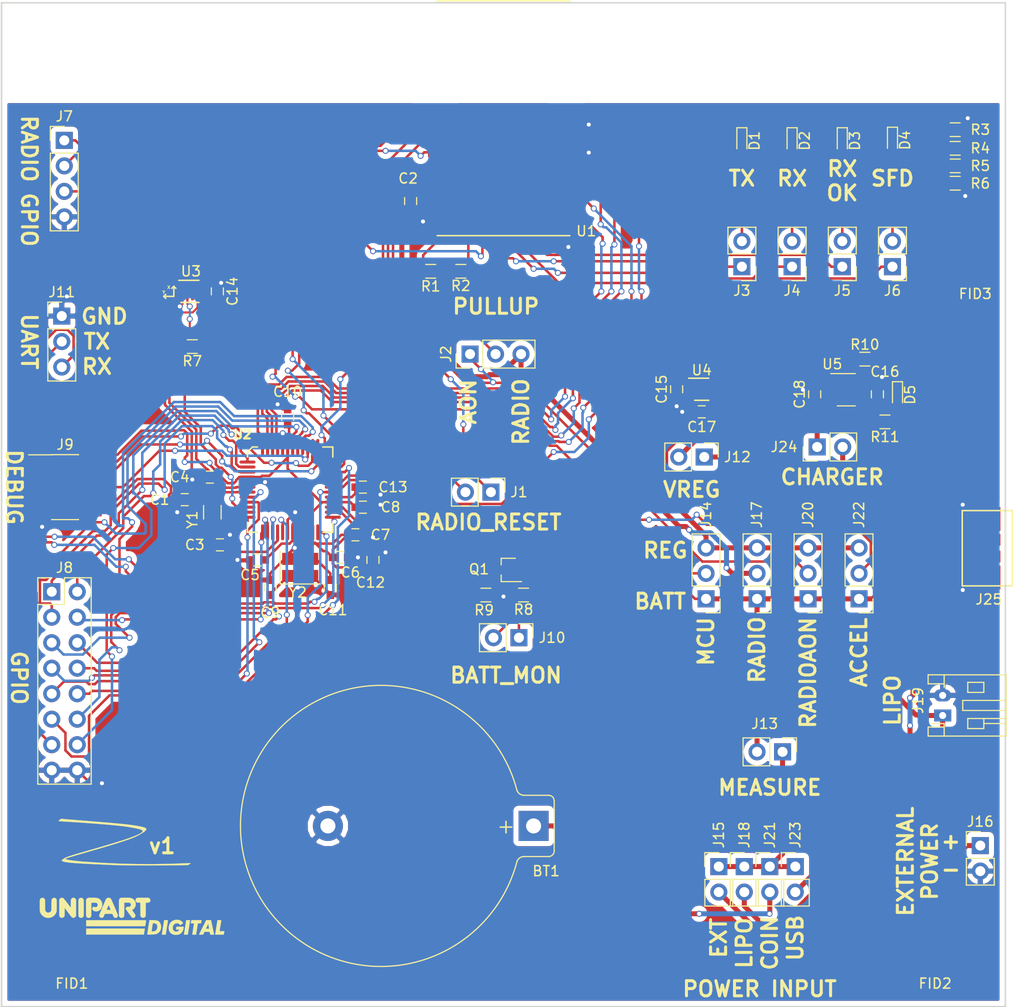
<source format=kicad_pcb>
(kicad_pcb (version 4) (host pcbnew 4.0.6-e0-6349~52~ubuntu16.10.1)
  (layers (0 F.Cu signal) (31 B.Cu signal) (34 B.Paste user) (35 F.Paste user) (36 B.SilkS user) (37 F.SilkS user) (38 B.Mask user) (39 F.Mask user) (44 Edge.Cuts user))
  (net 0 "")
  (net 1 GND)
  (net 2 "Net-(BT1-Pad1)")
  (net 3 "Net-(C1-Pad1)")
  (net 4 RADIO_PWR)
  (net 5 "Net-(C3-Pad1)")
  (net 6 MCU_PWR)
  (net 7 "Net-(C9-Pad1)")
  (net 8 "Net-(C11-Pad1)")
  (net 9 "Net-(C13-Pad1)")
  (net 10 ACCEL_PWR)
  (net 11 "Net-(C15-Pad1)")
  (net 12 "Net-(C16-Pad1)")
  (net 13 "Net-(C17-Pad1)")
  (net 14 "Net-(C18-Pad1)")
  (net 15 "Net-(D1-Pad2)")
  (net 16 "Net-(D1-Pad1)")
  (net 17 "Net-(D2-Pad2)")
  (net 18 "Net-(D2-Pad1)")
  (net 19 "Net-(D3-Pad2)")
  (net 20 "Net-(D3-Pad1)")
  (net 21 "Net-(D4-Pad2)")
  (net 22 "Net-(D4-Pad1)")
  (net 23 "Net-(D5-Pad2)")
  (net 24 "Net-(D5-Pad1)")
  (net 25 "Net-(J1-Pad1)")
  (net 26 RADIO_RSTN)
  (net 27 RADIOAON_PWR)
  (net 28 "Net-(J2-Pad2)")
  (net 29 "Net-(J3-Pad1)")
  (net 30 "Net-(J4-Pad1)")
  (net 31 "Net-(J5-Pad1)")
  (net 32 "Net-(J6-Pad1)")
  (net 33 "Net-(J7-Pad1)")
  (net 34 "Net-(J7-Pad2)")
  (net 35 "Net-(J7-Pad3)")
  (net 36 IO1)
  (net 37 IO2)
  (net 38 IO3)
  (net 39 IO4)
  (net 40 IO5)
  (net 41 IO6)
  (net 42 IO7)
  (net 43 IO8)
  (net 44 IO9)
  (net 45 IO10)
  (net 46 IO11)
  (net 47 IO12)
  (net 48 IO13)
  (net 49 IO14)
  (net 50 DBG_SWDIO)
  (net 51 DBG_SWDCLK)
  (net 52 DBG_SWO)
  (net 53 "Net-(J9-Pad8)")
  (net 54 DBG_RESET)
  (net 55 +BATT)
  (net 56 "Net-(J10-Pad2)")
  (net 57 UART_TX)
  (net 58 UART_RX)
  (net 59 "Net-(J13-Pad1)")
  (net 60 "Net-(J15-Pad2)")
  (net 61 "Net-(J18-Pad2)")
  (net 62 "Net-(J25-Pad2)")
  (net 63 "Net-(J25-Pad3)")
  (net 64 "Net-(J25-Pad4)")
  (net 65 BATT_MON_EN)
  (net 66 BATT_MON)
  (net 67 "Net-(Q1-Pad3)")
  (net 68 "Net-(R1-Pad1)")
  (net 69 "Net-(R2-Pad1)")
  (net 70 ACCEL_INTN)
  (net 71 "Net-(R10-Pad1)")
  (net 72 RADIO_WAKEUP)
  (net 73 RADIO_IRQ)
  (net 74 RADIO_SCK)
  (net 75 RADIO_MISO)
  (net 76 RADIO_MOSI)
  (net 77 RADIO_CSN)
  (net 78 ACCEL_MOSI)
  (net 79 ACCEL_MISO)
  (net 80 ACCEL_CSN)
  (net 81 ACCEL_SCK)
  (net 82 "Net-(U3-Pad6)")
  (net 83 "Net-(U3-Pad8)")
  (net 84 "Net-(U3-Pad11)")
  (net 85 "Net-(FID1-Pad~)")
  (net 86 "Net-(FID2-Pad~)")
  (net 87 "Net-(FID3-Pad~)")
  (module Battery_Holders:Keystone_105_1x2430-CoinCell (layer F.Cu) (at 153 142 180)
    (fp_text reference BT1 (at -1.25 -4.5 180) (layer F.SilkS))
    (fp_text value "Coin cell")
    (fp_text user + (at 2.75 0 180) (layer F.SilkS) (effects (font (size 1.5 1.5))))
    (pad 2 thru_hole circle (at 20.49 0 180) (size 3 3) (drill 1.5) (layers *.Cu *.Mask) (net 1 GND))
    (pad 1 thru_hole rect (at 0 0 180) (size 3 3) (drill 1.5) (layers *.Cu *.Mask) (net 2 "Net-(BT1-Pad1)"))
  )
  (module Capacitors_SMD:C_0603 (layer F.Cu) (at 118.25 109.5 180)
    (fp_text reference C1 (at 2.5 0 180) (layer F.SilkS))
    (fp_text value 8p)
    (pad 1 smd rect (at -0.75 0 180) (size 0.8 0.75) (layers F.Cu F.Paste F.Mask) (net 3 "Net-(C1-Pad1)"))
    (pad 2 smd rect (at 0.75 0 180) (size 0.8 0.75) (layers F.Cu F.Paste F.Mask) (net 1 GND))
  )
  (module Capacitors_SMD:C_0603 (layer F.Cu) (at 140.75 79.75 270)
    (fp_text reference C2 (at -2.25 0.25 360) (layer F.SilkS))
    (fp_text value 10u)
    (pad 1 smd rect (at -0.75 0 270) (size 0.8 0.75) (layers F.Cu F.Paste F.Mask) (net 4 RADIO_PWR))
    (pad 2 smd rect (at 0.75 0 270) (size 0.8 0.75) (layers F.Cu F.Paste F.Mask) (net 1 GND))
  )
  (module Capacitors_SMD:C_0603 (layer F.Cu) (at 121.75 114)
    (fp_text reference C3 (at -2.5 0) (layer F.SilkS))
    (fp_text value 8p)
    (pad 1 smd rect (at -0.75 0) (size 0.8 0.75) (layers F.Cu F.Paste F.Mask) (net 5 "Net-(C3-Pad1)"))
    (pad 2 smd rect (at 0.75 0) (size 0.8 0.75) (layers F.Cu F.Paste F.Mask) (net 1 GND))
  )
  (module Capacitors_SMD:C_0603 (layer F.Cu) (at 120.75 107.25 180)
    (fp_text reference C4 (at 3 0 180) (layer F.SilkS))
    (fp_text value 100n)
    (pad 1 smd rect (at -0.75 0 180) (size 0.8 0.75) (layers F.Cu F.Paste F.Mask) (net 6 MCU_PWR))
    (pad 2 smd rect (at 0.75 0 180) (size 0.8 0.75) (layers F.Cu F.Paste F.Mask) (net 1 GND))
  )
  (module Capacitors_SMD:C_0603 (layer F.Cu) (at 125.5 115.5 180)
    (fp_text reference C5 (at 0.75 -1.5 180) (layer F.SilkS))
    (fp_text value 100n)
    (pad 1 smd rect (at -0.75 0 180) (size 0.8 0.75) (layers F.Cu F.Paste F.Mask) (net 6 MCU_PWR))
    (pad 2 smd rect (at 0.75 0 180) (size 0.8 0.75) (layers F.Cu F.Paste F.Mask) (net 1 GND))
  )
  (module Capacitors_SMD:C_0603 (layer F.Cu) (at 133.75 115.25)
    (fp_text reference C6 (at 1 1.5) (layer F.SilkS))
    (fp_text value 100n)
    (pad 1 smd rect (at -0.75 0) (size 0.8 0.75) (layers F.Cu F.Paste F.Mask) (net 6 MCU_PWR))
    (pad 2 smd rect (at 0.75 0) (size 0.8 0.75) (layers F.Cu F.Paste F.Mask) (net 1 GND))
  )
  (module Capacitors_SMD:C_0603 (layer F.Cu) (at 135.25 113)
    (fp_text reference C7 (at 2.5 0) (layer F.SilkS))
    (fp_text value 100n)
    (pad 1 smd rect (at -0.75 0) (size 0.8 0.75) (layers F.Cu F.Paste F.Mask) (net 6 MCU_PWR))
    (pad 2 smd rect (at 0.75 0) (size 0.8 0.75) (layers F.Cu F.Paste F.Mask) (net 1 GND))
  )
  (module Capacitors_SMD:C_0603 (layer F.Cu) (at 136 110.25)
    (fp_text reference C8 (at 2.75 0) (layer F.SilkS))
    (fp_text value 100n)
    (pad 1 smd rect (at -0.75 0) (size 0.8 0.75) (layers F.Cu F.Paste F.Mask) (net 6 MCU_PWR))
    (pad 2 smd rect (at 0.75 0) (size 0.8 0.75) (layers F.Cu F.Paste F.Mask) (net 1 GND))
  )
  (module Capacitors_SMD:C_0603 (layer F.Cu) (at 126.75 118.25 90)
    (fp_text reference C9 (at -2.5 0 180) (layer F.SilkS))
    (fp_text value 26p)
    (pad 1 smd rect (at -0.75 0 90) (size 0.8 0.75) (layers F.Cu F.Paste F.Mask) (net 7 "Net-(C9-Pad1)"))
    (pad 2 smd rect (at 0.75 0 90) (size 0.8 0.75) (layers F.Cu F.Paste F.Mask) (net 1 GND))
  )
  (module Capacitors_SMD:C_0603 (layer F.Cu) (at 128.5 101.25 90)
    (fp_text reference C10 (at 2.5 0 180) (layer F.SilkS))
    (fp_text value 100n)
    (pad 1 smd rect (at -0.75 0 90) (size 0.8 0.75) (layers F.Cu F.Paste F.Mask) (net 6 MCU_PWR))
    (pad 2 smd rect (at 0.75 0 90) (size 0.8 0.75) (layers F.Cu F.Paste F.Mask) (net 1 GND))
  )
  (module Capacitors_SMD:C_0603 (layer F.Cu) (at 132.75 118.25 270)
    (fp_text reference C11 (at 2.25 -0.25 360) (layer F.SilkS))
    (fp_text value 26p)
    (pad 1 smd rect (at -0.75 0 270) (size 0.8 0.75) (layers F.Cu F.Paste F.Mask) (net 8 "Net-(C11-Pad1)"))
    (pad 2 smd rect (at 0.75 0 270) (size 0.8 0.75) (layers F.Cu F.Paste F.Mask) (net 1 GND))
  )
  (module Capacitors_SMD:C_0603 (layer F.Cu) (at 137 115.5 90)
    (fp_text reference C12 (at -2.25 -0.25 180) (layer F.SilkS))
    (fp_text value 10u)
    (pad 1 smd rect (at -0.75 0 90) (size 0.8 0.75) (layers F.Cu F.Paste F.Mask) (net 6 MCU_PWR))
    (pad 2 smd rect (at 0.75 0 90) (size 0.8 0.75) (layers F.Cu F.Paste F.Mask) (net 1 GND))
  )
  (module Capacitors_SMD:C_0603 (layer F.Cu) (at 136 108.25)
    (fp_text reference C13 (at 3 0) (layer F.SilkS))
    (fp_text value 1u)
    (pad 1 smd rect (at -0.75 0) (size 0.8 0.75) (layers F.Cu F.Paste F.Mask) (net 9 "Net-(C13-Pad1)"))
    (pad 2 smd rect (at 0.75 0) (size 0.8 0.75) (layers F.Cu F.Paste F.Mask) (net 1 GND))
  )
  (module Capacitors_SMD:C_0603 (layer F.Cu) (at 121.5 88.75 270)
    (fp_text reference C14 (at 0 -1.5 270) (layer F.SilkS))
    (fp_text value 100n)
    (pad 1 smd rect (at -0.75 0 270) (size 0.8 0.75) (layers F.Cu F.Paste F.Mask) (net 1 GND))
    (pad 2 smd rect (at 0.75 0 270) (size 0.8 0.75) (layers F.Cu F.Paste F.Mask) (net 10 ACCEL_PWR))
  )
  (module Capacitors_SMD:C_0603 (layer F.Cu) (at 167.25 98.5 270)
    (fp_text reference C15 (at 0 1.5 270) (layer F.SilkS))
    (fp_text value 1u)
    (pad 1 smd rect (at -0.75 0 270) (size 0.8 0.75) (layers F.Cu F.Paste F.Mask) (net 11 "Net-(C15-Pad1)"))
    (pad 2 smd rect (at 0.75 0 270) (size 0.8 0.75) (layers F.Cu F.Paste F.Mask) (net 1 GND))
  )
  (module Capacitors_SMD:C_0603 (layer F.Cu) (at 187.25 99 90)
    (fp_text reference C16 (at 2.25 0.75 180) (layer F.SilkS))
    (fp_text value 4.7uF)
    (pad 1 smd rect (at -0.75 0 90) (size 0.8 0.75) (layers F.Cu F.Paste F.Mask) (net 12 "Net-(C16-Pad1)"))
    (pad 2 smd rect (at 0.75 0 90) (size 0.8 0.75) (layers F.Cu F.Paste F.Mask) (net 1 GND))
  )
  (module Capacitors_SMD:C_0603 (layer F.Cu) (at 169.75 100.75 180)
    (fp_text reference C17 (at 0 -1.5 180) (layer F.SilkS))
    (fp_text value 100n)
    (pad 1 smd rect (at -0.75 0 180) (size 0.8 0.75) (layers F.Cu F.Paste F.Mask) (net 13 "Net-(C17-Pad1)"))
    (pad 2 smd rect (at 0.75 0 180) (size 0.8 0.75) (layers F.Cu F.Paste F.Mask) (net 1 GND))
  )
  (module Capacitors_SMD:C_0603 (layer F.Cu) (at 181 99 90)
    (fp_text reference C18 (at 0 -1.5 90) (layer F.SilkS))
    (fp_text value 4.7uF)
    (pad 1 smd rect (at -0.75 0 90) (size 0.8 0.75) (layers F.Cu F.Paste F.Mask) (net 14 "Net-(C18-Pad1)"))
    (pad 2 smd rect (at 0.75 0 90) (size 0.8 0.75) (layers F.Cu F.Paste F.Mask) (net 1 GND))
  )
  (module LEDs:LED_0603 (layer F.Cu) (at 173.75 73.75 270)
    (fp_text reference D1 (at 0 -1.25 270) (layer F.SilkS))
    (fp_text value RED)
    (pad 2 smd rect (at 0.8 0 90) (size 0.8 0.8) (layers F.Cu F.Paste F.Mask) (net 15 "Net-(D1-Pad2)"))
    (pad 1 smd rect (at -0.8 0 90) (size 0.8 0.8) (layers F.Cu F.Paste F.Mask) (net 16 "Net-(D1-Pad1)"))
  )
  (module LEDs:LED_0603 (layer F.Cu) (at 178.75 73.75 270)
    (fp_text reference D2 (at 0 -1.25 270) (layer F.SilkS))
    (fp_text value RED)
    (pad 2 smd rect (at 0.8 0 90) (size 0.8 0.8) (layers F.Cu F.Paste F.Mask) (net 17 "Net-(D2-Pad2)"))
    (pad 1 smd rect (at -0.8 0 90) (size 0.8 0.8) (layers F.Cu F.Paste F.Mask) (net 18 "Net-(D2-Pad1)"))
  )
  (module LEDs:LED_0603 (layer F.Cu) (at 183.75 73.75 270)
    (fp_text reference D3 (at 0 -1.25 270) (layer F.SilkS))
    (fp_text value RED)
    (pad 2 smd rect (at 0.8 0 90) (size 0.8 0.8) (layers F.Cu F.Paste F.Mask) (net 19 "Net-(D3-Pad2)"))
    (pad 1 smd rect (at -0.8 0 90) (size 0.8 0.8) (layers F.Cu F.Paste F.Mask) (net 20 "Net-(D3-Pad1)"))
  )
  (module LEDs:LED_0603 (layer F.Cu) (at 188.75 73.7 270)
    (fp_text reference D4 (at 0 -1.25 270) (layer F.SilkS))
    (fp_text value RED)
    (pad 2 smd rect (at 0.8 0 90) (size 0.8 0.8) (layers F.Cu F.Paste F.Mask) (net 21 "Net-(D4-Pad2)"))
    (pad 1 smd rect (at -0.8 0 90) (size 0.8 0.8) (layers F.Cu F.Paste F.Mask) (net 22 "Net-(D4-Pad1)"))
  )
  (module LEDs:LED_0603 (layer F.Cu) (at 189.25 99.05 270)
    (fp_text reference D5 (at 0 -1.25 270) (layer F.SilkS))
    (fp_text value RED)
    (pad 2 smd rect (at 0.8 0 90) (size 0.8 0.8) (layers F.Cu F.Paste F.Mask) (net 23 "Net-(D5-Pad2)"))
    (pad 1 smd rect (at -0.8 0 90) (size 0.8 0.8) (layers F.Cu F.Paste F.Mask) (net 24 "Net-(D5-Pad1)"))
  )
  (module Pin_Headers:Pin_Header_Straight_1x02_Pitch2.54mm (layer F.Cu) (at 148.75 108.75 270)
    (fp_text reference J1 (at 0 -2.794 360) (layer F.SilkS))
    (fp_text value RADIO_RST_EN)
    (pad 1 thru_hole rect (at 0 0 270) (size 1.7 1.7) (drill 1) (layers *.Cu *.Mask) (net 25 "Net-(J1-Pad1)"))
    (pad 2 thru_hole oval (at 0 2.54 270) (size 1.7 1.7) (drill 1) (layers *.Cu *.Mask) (net 26 RADIO_RSTN))
  )
  (module Pin_Headers:Pin_Header_Straight_1x03_Pitch2.54mm (layer F.Cu) (at 146.67 95 90)
    (fp_text reference J2 (at 0 -2.39 90) (layer F.SilkS))
    (fp_text value PULLUP_SELECT)
    (pad 1 thru_hole rect (at 0 0 90) (size 1.7 1.7) (drill 1) (layers *.Cu *.Mask) (net 27 RADIOAON_PWR))
    (pad 2 thru_hole oval (at 0 2.54 90) (size 1.7 1.7) (drill 1) (layers *.Cu *.Mask) (net 28 "Net-(J2-Pad2)"))
    (pad 3 thru_hole oval (at 0 5.08 90) (size 1.7 1.7) (drill 1) (layers *.Cu *.Mask) (net 4 RADIO_PWR))
  )
  (module Pin_Headers:Pin_Header_Straight_1x02_Pitch2.54mm (layer F.Cu) (at 173.75 86.29 180)
    (fp_text reference J3 (at 0 -2.39 180) (layer F.SilkS))
    (fp_text value TXLED)
    (pad 1 thru_hole rect (at 0 0 180) (size 1.7 1.7) (drill 1) (layers *.Cu *.Mask) (net 29 "Net-(J3-Pad1)"))
    (pad 2 thru_hole oval (at 0 2.54 180) (size 1.7 1.7) (drill 1) (layers *.Cu *.Mask) (net 15 "Net-(D1-Pad2)"))
  )
  (module Pin_Headers:Pin_Header_Straight_1x02_Pitch2.54mm (layer F.Cu) (at 178.75 86.29 180)
    (fp_text reference J4 (at 0 -2.39 180) (layer F.SilkS))
    (fp_text value RXLED)
    (pad 1 thru_hole rect (at 0 0 180) (size 1.7 1.7) (drill 1) (layers *.Cu *.Mask) (net 30 "Net-(J4-Pad1)"))
    (pad 2 thru_hole oval (at 0 2.54 180) (size 1.7 1.7) (drill 1) (layers *.Cu *.Mask) (net 17 "Net-(D2-Pad2)"))
  )
  (module Pin_Headers:Pin_Header_Straight_1x02_Pitch2.54mm (layer F.Cu) (at 183.75 86.29 180)
    (fp_text reference J5 (at 0 -2.39 180) (layer F.SilkS))
    (fp_text value RXOKLED)
    (pad 1 thru_hole rect (at 0 0 180) (size 1.7 1.7) (drill 1) (layers *.Cu *.Mask) (net 31 "Net-(J5-Pad1)"))
    (pad 2 thru_hole oval (at 0 2.54 180) (size 1.7 1.7) (drill 1) (layers *.Cu *.Mask) (net 19 "Net-(D3-Pad2)"))
  )
  (module Pin_Headers:Pin_Header_Straight_1x02_Pitch2.54mm (layer F.Cu) (at 188.75 86.29 180)
    (fp_text reference J6 (at 0 -2.39 180) (layer F.SilkS))
    (fp_text value SFDLED)
    (pad 1 thru_hole rect (at 0 0 180) (size 1.7 1.7) (drill 1) (layers *.Cu *.Mask) (net 32 "Net-(J6-Pad1)"))
    (pad 2 thru_hole oval (at 0 2.54 180) (size 1.7 1.7) (drill 1) (layers *.Cu *.Mask) (net 21 "Net-(D4-Pad2)"))
  )
  (module Pin_Headers:Pin_Header_Straight_1x04_Pitch2.54mm (layer F.Cu) (at 106.25 73.71)
    (fp_text reference J7 (at 0 -2.39) (layer F.SilkS))
    (fp_text value RADIO_GPIO)
    (pad 1 thru_hole rect (at 0 0) (size 1.7 1.7) (drill 1) (layers *.Cu *.Mask) (net 33 "Net-(J7-Pad1)"))
    (pad 2 thru_hole oval (at 0 2.54) (size 1.7 1.7) (drill 1) (layers *.Cu *.Mask) (net 34 "Net-(J7-Pad2)"))
    (pad 3 thru_hole oval (at 0 5.08) (size 1.7 1.7) (drill 1) (layers *.Cu *.Mask) (net 35 "Net-(J7-Pad3)"))
    (pad 4 thru_hole oval (at 0 7.62) (size 1.7 1.7) (drill 1) (layers *.Cu *.Mask) (net 1 GND))
  )
  (module Pin_Headers:Pin_Header_Straight_2x08_Pitch2.54mm (layer F.Cu) (at 105 118.67)
    (fp_text reference J8 (at 1.27 -2.39) (layer F.SilkS))
    (fp_text value GPIO)
    (pad 1 thru_hole rect (at 0 0) (size 1.7 1.7) (drill 1) (layers *.Cu *.Mask) (net 36 IO1))
    (pad 2 thru_hole oval (at 2.54 0) (size 1.7 1.7) (drill 1) (layers *.Cu *.Mask) (net 37 IO2))
    (pad 3 thru_hole oval (at 0 2.54) (size 1.7 1.7) (drill 1) (layers *.Cu *.Mask) (net 38 IO3))
    (pad 4 thru_hole oval (at 2.54 2.54) (size 1.7 1.7) (drill 1) (layers *.Cu *.Mask) (net 39 IO4))
    (pad 5 thru_hole oval (at 0 5.08) (size 1.7 1.7) (drill 1) (layers *.Cu *.Mask) (net 40 IO5))
    (pad 6 thru_hole oval (at 2.54 5.08) (size 1.7 1.7) (drill 1) (layers *.Cu *.Mask) (net 41 IO6))
    (pad 7 thru_hole oval (at 0 7.62) (size 1.7 1.7) (drill 1) (layers *.Cu *.Mask) (net 42 IO7))
    (pad 8 thru_hole oval (at 2.54 7.62) (size 1.7 1.7) (drill 1) (layers *.Cu *.Mask) (net 43 IO8))
    (pad 9 thru_hole oval (at 0 10.16) (size 1.7 1.7) (drill 1) (layers *.Cu *.Mask) (net 44 IO9))
    (pad 10 thru_hole oval (at 2.54 10.16) (size 1.7 1.7) (drill 1) (layers *.Cu *.Mask) (net 45 IO10))
    (pad 11 thru_hole oval (at 0 12.7) (size 1.7 1.7) (drill 1) (layers *.Cu *.Mask) (net 46 IO11))
    (pad 12 thru_hole oval (at 2.54 12.7) (size 1.7 1.7) (drill 1) (layers *.Cu *.Mask) (net 47 IO12))
    (pad 13 thru_hole oval (at 0 15.24) (size 1.7 1.7) (drill 1) (layers *.Cu *.Mask) (net 48 IO13))
    (pad 14 thru_hole oval (at 2.54 15.24) (size 1.7 1.7) (drill 1) (layers *.Cu *.Mask) (net 49 IO14))
    (pad 15 thru_hole oval (at 0 17.78) (size 1.7 1.7) (drill 1) (layers *.Cu *.Mask) (net 1 GND))
    (pad 16 thru_hole oval (at 2.54 17.78) (size 1.7 1.7) (drill 1) (layers *.Cu *.Mask) (net 1 GND))
  )
  (module Pin_Headers:Pin_Header_Straight_2x05_Pitch1.27mm_SMD (layer F.Cu) (at 106.335 108.25)
    (fp_text reference J9 (at 0 -4.235) (layer F.SilkS))
    (fp_text value DEBUG)
    (pad 1 smd rect (at -2.585 -2.54) (size 2.1 0.75) (layers F.Cu F.Paste F.Mask) (net 6 MCU_PWR))
    (pad 2 smd rect (at 2.585 -2.54) (size 2.1 0.75) (layers F.Cu F.Paste F.Mask) (net 50 DBG_SWDIO))
    (pad 3 smd rect (at -2.585 -1.27) (size 2.1 0.75) (layers F.Cu F.Paste F.Mask) (net 1 GND))
    (pad 4 smd rect (at 2.585 -1.27) (size 2.1 0.75) (layers F.Cu F.Paste F.Mask) (net 51 DBG_SWDCLK))
    (pad 5 smd rect (at -2.585 0) (size 2.1 0.75) (layers F.Cu F.Paste F.Mask) (net 1 GND))
    (pad 6 smd rect (at 2.585 0) (size 2.1 0.75) (layers F.Cu F.Paste F.Mask) (net 52 DBG_SWO))
    (pad 7 smd rect (at -2.585 1.27) (size 2.1 0.75) (layers F.Cu F.Paste F.Mask) (net 1 GND))
    (pad 8 smd rect (at 2.585 1.27) (size 2.1 0.75) (layers F.Cu F.Paste F.Mask) (net 53 "Net-(J9-Pad8)"))
    (pad 9 smd rect (at -2.585 2.54) (size 2.1 0.75) (layers F.Cu F.Paste F.Mask) (net 1 GND))
    (pad 10 smd rect (at 2.585 2.54) (size 2.1 0.75) (layers F.Cu F.Paste F.Mask) (net 54 DBG_RESET))
  )
  (module Pin_Headers:Pin_Header_Straight_1x02_Pitch2.54mm (layer F.Cu) (at 151.54 123.25 270)
    (fp_text reference J10 (at 0 -3.302 360) (layer F.SilkS))
    (fp_text value BATT_MON)
    (pad 1 thru_hole rect (at 0 0 270) (size 1.7 1.7) (drill 1) (layers *.Cu *.Mask) (net 55 +BATT))
    (pad 2 thru_hole oval (at 0 2.54 270) (size 1.7 1.7) (drill 1) (layers *.Cu *.Mask) (net 56 "Net-(J10-Pad2)"))
  )
  (module Pin_Headers:Pin_Header_Straight_1x03_Pitch2.54mm (layer F.Cu) (at 106 91.21)
    (fp_text reference J11 (at 0 -2.39) (layer F.SilkS))
    (fp_text value UART)
    (pad 1 thru_hole rect (at 0 0) (size 1.7 1.7) (drill 1) (layers *.Cu *.Mask) (net 1 GND))
    (pad 2 thru_hole oval (at 0 2.54) (size 1.7 1.7) (drill 1) (layers *.Cu *.Mask) (net 57 UART_TX))
    (pad 3 thru_hole oval (at 0 5.08) (size 1.7 1.7) (drill 1) (layers *.Cu *.Mask) (net 58 UART_RX))
  )
  (module Pin_Headers:Pin_Header_Straight_1x02_Pitch2.54mm (layer F.Cu) (at 170 105.25 270)
    (fp_text reference J12 (at 0 -3.302 360) (layer F.SilkS))
    (fp_text value VREG_PWR)
    (pad 1 thru_hole rect (at 0 0 270) (size 1.7 1.7) (drill 1) (layers *.Cu *.Mask) (net 55 +BATT))
    (pad 2 thru_hole oval (at 0 2.54 270) (size 1.7 1.7) (drill 1) (layers *.Cu *.Mask) (net 11 "Net-(C15-Pad1)"))
  )
  (module Pin_Headers:Pin_Header_Straight_1x02_Pitch2.54mm (layer F.Cu) (at 177.8 134.62 270)
    (fp_text reference J13 (at -2.794 1.778 360) (layer F.SilkS))
    (fp_text value I_MEASURE)
    (pad 1 thru_hole rect (at 0 0 270) (size 1.7 1.7) (drill 1) (layers *.Cu *.Mask) (net 59 "Net-(J13-Pad1)"))
    (pad 2 thru_hole oval (at 0 2.54 270) (size 1.7 1.7) (drill 1) (layers *.Cu *.Mask) (net 55 +BATT))
  )
  (module Pin_Headers:Pin_Header_Straight_1x03_Pitch2.54mm (layer F.Cu) (at 170.18 119.38 180)
    (fp_text reference J14 (at 0 8.382 270) (layer F.SilkS))
    (fp_text value MCU_PWR)
    (pad 1 thru_hole rect (at 0 0 180) (size 1.7 1.7) (drill 1) (layers *.Cu *.Mask) (net 55 +BATT))
    (pad 2 thru_hole oval (at 0 2.54 180) (size 1.7 1.7) (drill 1) (layers *.Cu *.Mask) (net 6 MCU_PWR))
    (pad 3 thru_hole oval (at 0 5.08 180) (size 1.7 1.7) (drill 1) (layers *.Cu *.Mask) (net 13 "Net-(C17-Pad1)"))
  )
  (module Pin_Headers:Pin_Header_Straight_1x02_Pitch2.54mm (layer F.Cu) (at 171.45 146.05)
    (fp_text reference J15 (at 0 -3.152 90) (layer F.SilkS))
    (fp_text value PWR_EXT)
    (pad 1 thru_hole rect (at 0 0) (size 1.7 1.7) (drill 1) (layers *.Cu *.Mask) (net 59 "Net-(J13-Pad1)"))
    (pad 2 thru_hole oval (at 0 2.54) (size 1.7 1.7) (drill 1) (layers *.Cu *.Mask) (net 60 "Net-(J15-Pad2)"))
  )
  (module Pin_Headers:Pin_Header_Straight_1x02_Pitch2.54mm (layer F.Cu) (at 197.5 143.96)
    (fp_text reference J16 (at 0 -2.39) (layer F.SilkS))
    (fp_text value EXT_PWR)
    (pad 1 thru_hole rect (at 0 0) (size 1.7 1.7) (drill 1) (layers *.Cu *.Mask) (net 60 "Net-(J15-Pad2)"))
    (pad 2 thru_hole oval (at 0 2.54) (size 1.7 1.7) (drill 1) (layers *.Cu *.Mask) (net 1 GND))
  )
  (module Pin_Headers:Pin_Header_Straight_1x03_Pitch2.54mm (layer F.Cu) (at 175.26 119.38 180)
    (fp_text reference J17 (at 0.028 8.382 270) (layer F.SilkS))
    (fp_text value RADIO_PWR)
    (pad 1 thru_hole rect (at 0 0 180) (size 1.7 1.7) (drill 1) (layers *.Cu *.Mask) (net 55 +BATT))
    (pad 2 thru_hole oval (at 0 2.54 180) (size 1.7 1.7) (drill 1) (layers *.Cu *.Mask) (net 4 RADIO_PWR))
    (pad 3 thru_hole oval (at 0 5.08 180) (size 1.7 1.7) (drill 1) (layers *.Cu *.Mask) (net 13 "Net-(C17-Pad1)"))
  )
  (module Pin_Headers:Pin_Header_Straight_1x02_Pitch2.54mm (layer F.Cu) (at 173.99 146.05)
    (fp_text reference J18 (at 0 -3.152 90) (layer F.SilkS))
    (fp_text value PWR_LIPO)
    (pad 1 thru_hole rect (at 0 0) (size 1.7 1.7) (drill 1) (layers *.Cu *.Mask) (net 59 "Net-(J13-Pad1)"))
    (pad 2 thru_hole oval (at 0 2.54) (size 1.7 1.7) (drill 1) (layers *.Cu *.Mask) (net 61 "Net-(J18-Pad2)"))
  )
  (module Connectors_JST:JST_PH_S2B-PH-K_02x2.00mm_Angled (layer F.Cu) (at 193.75 131 90)
    (fp_text reference J19 (at 1.5 -2.45 90) (layer F.SilkS))
    (fp_text value LiPo)
    (pad 1 thru_hole rect (at 0 0 90) (size 1.2 1.7) (drill 0.7) (layers *.Cu *.Mask) (net 61 "Net-(J18-Pad2)"))
    (pad 2 thru_hole oval (at 2 0 90) (size 1.2 1.7) (drill 0.7) (layers *.Cu *.Mask) (net 1 GND))
  )
  (module Pin_Headers:Pin_Header_Straight_1x03_Pitch2.54mm (layer F.Cu) (at 180.34 119.38 180)
    (fp_text reference J20 (at 0 8.382 270) (layer F.SilkS))
    (fp_text value RADIOAON_PWR)
    (pad 1 thru_hole rect (at 0 0 180) (size 1.7 1.7) (drill 1) (layers *.Cu *.Mask) (net 55 +BATT))
    (pad 2 thru_hole oval (at 0 2.54 180) (size 1.7 1.7) (drill 1) (layers *.Cu *.Mask) (net 27 RADIOAON_PWR))
    (pad 3 thru_hole oval (at 0 5.08 180) (size 1.7 1.7) (drill 1) (layers *.Cu *.Mask) (net 13 "Net-(C17-Pad1)"))
  )
  (module Pin_Headers:Pin_Header_Straight_1x02_Pitch2.54mm (layer F.Cu) (at 176.53 146.05)
    (fp_text reference J21 (at 0 -3.152 90) (layer F.SilkS))
    (fp_text value PWR_COIN)
    (pad 1 thru_hole rect (at 0 0) (size 1.7 1.7) (drill 1) (layers *.Cu *.Mask) (net 59 "Net-(J13-Pad1)"))
    (pad 2 thru_hole oval (at 0 2.54) (size 1.7 1.7) (drill 1) (layers *.Cu *.Mask) (net 2 "Net-(BT1-Pad1)"))
  )
  (module Pin_Headers:Pin_Header_Straight_1x03_Pitch2.54mm (layer F.Cu) (at 185.42 119.38 180)
    (fp_text reference J22 (at 0 8.382 270) (layer F.SilkS))
    (fp_text value ACCEL_PWR)
    (pad 1 thru_hole rect (at 0 0 180) (size 1.7 1.7) (drill 1) (layers *.Cu *.Mask) (net 55 +BATT))
    (pad 2 thru_hole oval (at 0 2.54 180) (size 1.7 1.7) (drill 1) (layers *.Cu *.Mask) (net 10 ACCEL_PWR))
    (pad 3 thru_hole oval (at 0 5.08 180) (size 1.7 1.7) (drill 1) (layers *.Cu *.Mask) (net 13 "Net-(C17-Pad1)"))
  )
  (module Pin_Headers:Pin_Header_Straight_1x02_Pitch2.54mm (layer F.Cu) (at 179.07 146.05)
    (fp_text reference J23 (at 0 -3.152 90) (layer F.SilkS))
    (fp_text value PWR_USB)
    (pad 1 thru_hole rect (at 0 0) (size 1.7 1.7) (drill 1) (layers *.Cu *.Mask) (net 59 "Net-(J13-Pad1)"))
    (pad 2 thru_hole oval (at 0 2.54) (size 1.7 1.7) (drill 1) (layers *.Cu *.Mask) (net 12 "Net-(C16-Pad1)"))
  )
  (module Pin_Headers:Pin_Header_Straight_1x02_Pitch2.54mm (layer F.Cu) (at 181.25 104.25 90)
    (fp_text reference J24 (at 0 -3.302 180) (layer F.SilkS))
    (fp_text value CHG_EN)
    (pad 1 thru_hole rect (at 0 0 90) (size 1.7 1.7) (drill 1) (layers *.Cu *.Mask) (net 14 "Net-(C18-Pad1)"))
    (pad 2 thru_hole oval (at 0 2.54 90) (size 1.7 1.7) (drill 1) (layers *.Cu *.Mask) (net 61 "Net-(J18-Pad2)"))
  )
  (module tail:USB_Micro-B_SMD (layer F.Cu) (at 198.55 114.3375 180)
    (fp_text reference J25 (at 0.2 -5.1 180) (layer F.SilkS))
    (fp_text value USB_OTG)
    (pad 1 smd rect (at 2.66 -1.3 180) (size 1.38 0.45) (layers F.Cu F.Paste F.Mask) (net 12 "Net-(C16-Pad1)"))
    (pad 2 smd rect (at 2.66 -0.65 180) (size 1.38 0.45) (layers F.Cu F.Paste F.Mask) (net 62 "Net-(J25-Pad2)"))
    (pad 3 smd rect (at 2.66 0 180) (size 1.38 0.45) (layers F.Cu F.Paste F.Mask) (net 63 "Net-(J25-Pad3)"))
    (pad 4 smd rect (at 2.66 0.65 180) (size 1.38 0.45) (layers F.Cu F.Paste F.Mask) (net 64 "Net-(J25-Pad4)"))
    (pad 5 smd rect (at 2.66 1.3 180) (size 1.38 0.45) (layers F.Cu F.Paste F.Mask) (net 1 GND))
    (pad 6 smd rect (at 2.3 -2.4625 180) (size 2.1 1.475) (layers F.Cu F.Paste F.Mask) (net 1 GND))
    (pad 6 smd rect (at 2.3 2.4625 180) (size 2.1 1.475) (layers F.Cu F.Paste F.Mask) (net 1 GND))
    (pad 6 smd rect (at 0 -0.8375 180) (size 1.9 1.175) (layers F.Cu F.Paste F.Mask) (net 1 GND))
    (pad 6 smd rect (at 0 0.8375 180) (size 1.9 1.175) (layers F.Cu F.Paste F.Mask) (net 1 GND))
    (pad 6 smd rect (at 0 -2.9125 180) (size 1.9 2.375) (layers F.Cu F.Paste F.Mask) (net 1 GND))
    (pad 6 smd rect (at 0 2.9125 180) (size 1.9 2.375) (layers F.Cu F.Paste F.Mask) (net 1 GND))
  )
  (module TO_SOT_Packages_SMD:SOT-323_SC-70 (layer F.Cu) (at 150.5 116.5 180)
    (fp_text reference Q1 (at 2.938 0.072 180) (layer F.SilkS))
    (fp_text value Q_NMOS_GSD)
    (pad 1 smd rect (at -1 -0.65 90) (size 0.45 0.7) (layers F.Cu F.Paste F.Mask) (net 65 BATT_MON_EN))
    (pad 2 smd rect (at -1 0.65 90) (size 0.45 0.7) (layers F.Cu F.Paste F.Mask) (net 66 BATT_MON))
    (pad 3 smd rect (at 1 0 90) (size 0.45 0.7) (layers F.Cu F.Paste F.Mask) (net 67 "Net-(Q1-Pad3)"))
  )
  (module Resistors_SMD:R_0603 (layer F.Cu) (at 142.75 86.75)
    (fp_text reference R1 (at 0 1.5) (layer F.SilkS))
    (fp_text value 10K)
    (pad 1 smd rect (at -0.75 0) (size 0.5 0.9) (layers F.Cu F.Paste F.Mask) (net 68 "Net-(R1-Pad1)"))
    (pad 2 smd rect (at 0.75 0) (size 0.5 0.9) (layers F.Cu F.Paste F.Mask) (net 28 "Net-(J2-Pad2)"))
  )
  (module Resistors_SMD:R_0603 (layer F.Cu) (at 145.75 86.75 180)
    (fp_text reference R2 (at 0 -1.45 180) (layer F.SilkS))
    (fp_text value 10K)
    (pad 1 smd rect (at -0.75 0 180) (size 0.5 0.9) (layers F.Cu F.Paste F.Mask) (net 69 "Net-(R2-Pad1)"))
    (pad 2 smd rect (at 0.75 0 180) (size 0.5 0.9) (layers F.Cu F.Paste F.Mask) (net 28 "Net-(J2-Pad2)"))
  )
  (module Resistors_SMD:R_0603 (layer F.Cu) (at 195 72.644)
    (fp_text reference R3 (at 2.5 0) (layer F.SilkS))
    (fp_text value 150)
    (pad 1 smd rect (at -0.75 0) (size 0.5 0.9) (layers F.Cu F.Paste F.Mask) (net 16 "Net-(D1-Pad1)"))
    (pad 2 smd rect (at 0.75 0) (size 0.5 0.9) (layers F.Cu F.Paste F.Mask) (net 1 GND))
  )
  (module Resistors_SMD:R_0603 (layer F.Cu) (at 195 74.5)
    (fp_text reference R4 (at 2.5 0) (layer F.SilkS))
    (fp_text value 150)
    (pad 1 smd rect (at -0.75 0) (size 0.5 0.9) (layers F.Cu F.Paste F.Mask) (net 18 "Net-(D2-Pad1)"))
    (pad 2 smd rect (at 0.75 0) (size 0.5 0.9) (layers F.Cu F.Paste F.Mask) (net 1 GND))
  )
  (module Resistors_SMD:R_0603 (layer F.Cu) (at 195 76.25)
    (fp_text reference R5 (at 2.5 0) (layer F.SilkS))
    (fp_text value 150)
    (pad 1 smd rect (at -0.75 0) (size 0.5 0.9) (layers F.Cu F.Paste F.Mask) (net 20 "Net-(D3-Pad1)"))
    (pad 2 smd rect (at 0.75 0) (size 0.5 0.9) (layers F.Cu F.Paste F.Mask) (net 1 GND))
  )
  (module Resistors_SMD:R_0603 (layer F.Cu) (at 195 77.978)
    (fp_text reference R6 (at 2.5 0.022) (layer F.SilkS))
    (fp_text value 150)
    (pad 1 smd rect (at -0.75 0) (size 0.5 0.9) (layers F.Cu F.Paste F.Mask) (net 22 "Net-(D4-Pad1)"))
    (pad 2 smd rect (at 0.75 0) (size 0.5 0.9) (layers F.Cu F.Paste F.Mask) (net 1 GND))
  )
  (module Resistors_SMD:R_0603 (layer F.Cu) (at 119 94.25 180)
    (fp_text reference R7 (at 0 -1.45 180) (layer F.SilkS))
    (fp_text value 4K7)
    (pad 1 smd rect (at -0.75 0 180) (size 0.5 0.9) (layers F.Cu F.Paste F.Mask) (net 10 ACCEL_PWR))
    (pad 2 smd rect (at 0.75 0 180) (size 0.5 0.9) (layers F.Cu F.Paste F.Mask) (net 70 ACCEL_INTN))
  )
  (module Resistors_SMD:R_0603 (layer F.Cu) (at 152 119 180)
    (fp_text reference R8 (at 0 -1.45 180) (layer F.SilkS))
    (fp_text value 100K)
    (pad 1 smd rect (at -0.75 0 180) (size 0.5 0.9) (layers F.Cu F.Paste F.Mask) (net 56 "Net-(J10-Pad2)"))
    (pad 2 smd rect (at 0.75 0 180) (size 0.5 0.9) (layers F.Cu F.Paste F.Mask) (net 67 "Net-(Q1-Pad3)"))
  )
  (module Resistors_SMD:R_0603 (layer F.Cu) (at 148.25 119)
    (fp_text reference R9 (at -0.18 1.508) (layer F.SilkS))
    (fp_text value 100K)
    (pad 1 smd rect (at -0.75 0) (size 0.5 0.9) (layers F.Cu F.Paste F.Mask) (net 66 BATT_MON))
    (pad 2 smd rect (at 0.75 0) (size 0.5 0.9) (layers F.Cu F.Paste F.Mask) (net 1 GND))
  )
  (module Resistors_SMD:R_0603 (layer F.Cu) (at 186 95.5)
    (fp_text reference R10 (at 0 -1.45) (layer F.SilkS))
    (fp_text value 2.2K)
    (pad 1 smd rect (at -0.75 0) (size 0.5 0.9) (layers F.Cu F.Paste F.Mask) (net 71 "Net-(R10-Pad1)"))
    (pad 2 smd rect (at 0.75 0) (size 0.5 0.9) (layers F.Cu F.Paste F.Mask) (net 1 GND))
  )
  (module Resistors_SMD:R_0603 (layer F.Cu) (at 188 101.75)
    (fp_text reference R11 (at 0 1.5) (layer F.SilkS))
    (fp_text value 470)
    (pad 1 smd rect (at -0.75 0) (size 0.5 0.9) (layers F.Cu F.Paste F.Mask) (net 12 "Net-(C16-Pad1)"))
    (pad 2 smd rect (at 0.75 0) (size 0.5 0.9) (layers F.Cu F.Paste F.Mask) (net 23 "Net-(D5-Pad2)"))
  )
  (module tail:DWM1000 (layer F.Cu) (at 150 71.5)
    (fp_text reference U1 (at 8.25 11.25) (layer F.SilkS))
    (fp_text value DWM1000)
    (pad 1 smd rect (at -6.295 -0.8) (size 2.45 1) (layers F.Cu F.Paste F.Mask) (net 33 "Net-(J7-Pad1)"))
    (pad 2 smd rect (at -6.295 0.6) (size 2.45 1) (layers F.Cu F.Paste F.Mask) (net 72 RADIO_WAKEUP))
    (pad 3 smd rect (at -6.295 2) (size 2.45 1) (layers F.Cu F.Paste F.Mask) (net 25 "Net-(J1-Pad1)"))
    (pad 4 smd rect (at -6.295 3.4) (size 2.45 1) (layers F.Cu F.Paste F.Mask) (net 34 "Net-(J7-Pad2)"))
    (pad 5 smd rect (at -6.295 4.8) (size 2.45 1) (layers F.Cu F.Paste F.Mask) (net 27 RADIOAON_PWR))
    (pad 6 smd rect (at -6.295 6.2) (size 2.45 1) (layers F.Cu F.Paste F.Mask) (net 4 RADIO_PWR))
    (pad 7 smd rect (at -6.295 7.6) (size 2.45 1) (layers F.Cu F.Paste F.Mask) (net 4 RADIO_PWR))
    (pad 8 smd rect (at -6.295 9) (size 2.45 1) (layers F.Cu F.Paste F.Mask) (net 1 GND))
    (pad 24 smd rect (at 6.295 -0.8) (size 2.45 1) (layers F.Cu F.Paste F.Mask) (net 1 GND))
    (pad 23 smd rect (at 6.295 0.6) (size 2.45 1) (layers F.Cu F.Paste F.Mask) (net 1 GND))
    (pad 22 smd rect (at 6.295 2) (size 2.45 1) (layers F.Cu F.Paste F.Mask) (net 73 RADIO_IRQ))
    (pad 21 smd rect (at 6.295 3.4) (size 2.45 1) (layers F.Cu F.Paste F.Mask) (net 1 GND))
    (pad 20 smd rect (at 6.295 4.8) (size 2.45 1) (layers F.Cu F.Paste F.Mask) (net 74 RADIO_SCK))
    (pad 19 smd rect (at 6.295 6.2) (size 2.45 1) (layers F.Cu F.Paste F.Mask) (net 75 RADIO_MISO))
    (pad 18 smd rect (at 6.295 7.6) (size 2.45 1) (layers F.Cu F.Paste F.Mask) (net 76 RADIO_MOSI))
    (pad 17 smd rect (at 6.295 9) (size 2.45 1) (layers F.Cu F.Paste F.Mask) (net 77 RADIO_CSN))
    (pad 9 smd rect (at -4.9 11.295) (size 1 2.45) (layers F.Cu F.Paste F.Mask) (net 68 "Net-(R1-Pad1)"))
    (pad 10 smd rect (at -3.5 11.295) (size 1 2.45) (layers F.Cu F.Paste F.Mask) (net 69 "Net-(R2-Pad1)"))
    (pad 11 smd rect (at -2.1 11.295) (size 1 2.45) (layers F.Cu F.Paste F.Mask) (net 35 "Net-(J7-Pad3)"))
    (pad 12 smd rect (at -0.7 11.295) (size 1 2.45) (layers F.Cu F.Paste F.Mask) (net 29 "Net-(J3-Pad1)"))
    (pad 13 smd rect (at 0.7 11.295) (size 1 2.45) (layers F.Cu F.Paste F.Mask) (net 30 "Net-(J4-Pad1)"))
    (pad 14 smd rect (at 2.1 11.295) (size 1 2.45) (layers F.Cu F.Paste F.Mask) (net 32 "Net-(J6-Pad1)"))
    (pad 15 smd rect (at 3.5 11.295) (size 1 2.45) (layers F.Cu F.Paste F.Mask) (net 31 "Net-(J5-Pad1)"))
    (pad 16 smd rect (at 4.9 11.295) (size 1 2.45) (layers F.Cu F.Paste F.Mask) (net 1 GND))
  )
  (module EnergyMicro:EFM32_TQFP48 (layer F.Cu) (at 128.75 108.5 270)
    (fp_text reference U2 (at -5.5 4.75 540) (layer F.SilkS) (effects (font (size 0.889 0.889) (thickness 0.3048))))
    (fp_text value EFM32HG222F64)
    (pad 1 smd oval (at -2.75 4.25 270) (size 0.3 1.6) (layers F.Cu F.Paste F.Mask) (net 36 IO1))
    (pad 2 smd oval (at -2.25 4.25 270) (size 0.3 1.6) (layers F.Cu F.Paste F.Mask) (net 37 IO2))
    (pad 3 smd oval (at -1.75 4.25 270) (size 0.3 1.6) (layers F.Cu F.Paste F.Mask) (net 38 IO3))
    (pad 4 smd oval (at -1.25 4.25 270) (size 0.3 1.6) (layers F.Cu F.Paste F.Mask) (net 6 MCU_PWR))
    (pad 5 smd oval (at -0.75 4.25 270) (size 0.3 1.6) (layers F.Cu F.Paste F.Mask) (net 1 GND))
    (pad 6 smd oval (at -0.25 4.25 270) (size 0.3 1.6) (layers F.Cu F.Paste F.Mask) (net 78 ACCEL_MOSI))
    (pad 7 smd oval (at 0.25 4.25 270) (size 0.3 1.6) (layers F.Cu F.Paste F.Mask) (net 79 ACCEL_MISO))
    (pad 8 smd oval (at 0.75 4.25 270) (size 0.3 1.6) (layers F.Cu F.Paste F.Mask) (net 43 IO8))
    (pad 9 smd oval (at 1.25 4.25 270) (size 0.3 1.6) (layers F.Cu F.Paste F.Mask) (net 44 IO9))
    (pad 10 smd oval (at 1.75 4.25 270) (size 0.3 1.6) (layers F.Cu F.Paste F.Mask) (net 70 ACCEL_INTN))
    (pad 11 smd oval (at 2.25 4.25 270) (size 0.3 1.6) (layers F.Cu F.Paste F.Mask) (net 3 "Net-(C1-Pad1)"))
    (pad 12 smd oval (at 2.75 4.25 270) (size 0.3 1.6) (layers F.Cu F.Paste F.Mask) (net 5 "Net-(C3-Pad1)"))
    (pad 13 smd oval (at 4.25 2.75 180) (size 0.3 1.6) (layers F.Cu F.Paste F.Mask) (net 39 IO4))
    (pad 14 smd oval (at 4.25 2.25 180) (size 0.3 1.6) (layers F.Cu F.Paste F.Mask) (net 40 IO5))
    (pad 15 smd oval (at 4.25 1.75 180) (size 0.3 1.6) (layers F.Cu F.Paste F.Mask) (net 41 IO6))
    (pad 16 smd oval (at 4.25 1.25 180) (size 0.3 1.6) (layers F.Cu F.Paste F.Mask) (net 54 DBG_RESET))
    (pad 17 smd oval (at 4.25 0.75 180) (size 0.3 1.6) (layers F.Cu F.Paste F.Mask) (net 42 IO7))
    (pad 18 smd oval (at 4.25 0.25 180) (size 0.3 1.6) (layers F.Cu F.Paste F.Mask) (net 1 GND))
    (pad 19 smd oval (at 4.25 -0.25 180) (size 0.3 1.6) (layers F.Cu F.Paste F.Mask) (net 6 MCU_PWR))
    (pad 20 smd oval (at 4.25 -0.75 180) (size 0.3 1.6) (layers F.Cu F.Paste F.Mask) (net 7 "Net-(C9-Pad1)"))
    (pad 21 smd oval (at 4.25 -1.25 180) (size 0.3 1.6) (layers F.Cu F.Paste F.Mask) (net 8 "Net-(C11-Pad1)"))
    (pad 22 smd oval (at 4.25 -1.75 180) (size 0.3 1.6) (layers F.Cu F.Paste F.Mask) (net 6 MCU_PWR))
    (pad 23 smd oval (at 4.25 -2.25 180) (size 0.3 1.6) (layers F.Cu F.Paste F.Mask) (net 6 MCU_PWR))
    (pad 24 smd oval (at 4.25 -2.75 180) (size 0.3 1.6) (layers F.Cu F.Paste F.Mask) (net 57 UART_TX))
    (pad 25 smd oval (at 2.75 -4.25 90) (size 0.3 1.6) (layers F.Cu F.Paste F.Mask) (net 58 UART_RX))
    (pad 26 smd oval (at 2.25 -4.25 90) (size 0.3 1.6) (layers F.Cu F.Paste F.Mask) (net 66 BATT_MON))
    (pad 27 smd oval (at 1.75 -4.25 90) (size 0.3 1.6) (layers F.Cu F.Paste F.Mask) (net 65 BATT_MON_EN))
    (pad 28 smd oval (at 1.25 -4.25 90) (size 0.3 1.6) (layers F.Cu F.Paste F.Mask) (net 6 MCU_PWR))
    (pad 29 smd oval (at 0.75 -4.25 90) (size 0.3 1.6) (layers F.Cu F.Paste F.Mask) (net 9 "Net-(C13-Pad1)"))
    (pad 30 smd oval (at 0.25 -4.25 90) (size 0.3 1.6) (layers F.Cu F.Paste F.Mask) (net 45 IO10))
    (pad 31 smd oval (at -0.25 -4.25 90) (size 0.3 1.6) (layers F.Cu F.Paste F.Mask) (net 73 RADIO_IRQ))
    (pad 32 smd oval (at -0.75 -4.25 90) (size 0.3 1.6) (layers F.Cu F.Paste F.Mask) (net 26 RADIO_RSTN))
    (pad 33 smd oval (at -1.25 -4.25 90) (size 0.3 1.6) (layers F.Cu F.Paste F.Mask) (net 72 RADIO_WAKEUP))
    (pad 34 smd oval (at -1.75 -4.25 90) (size 0.3 1.6) (layers F.Cu F.Paste F.Mask) (net 46 IO11))
    (pad 35 smd oval (at -2.25 -4.25 90) (size 0.3 1.6) (layers F.Cu F.Paste F.Mask) (net 80 ACCEL_CSN))
    (pad 36 smd oval (at -2.75 -4.25 90) (size 0.3 1.6) (layers F.Cu F.Paste F.Mask) (net 81 ACCEL_SCK))
    (pad 37 smd oval (at -4.25 -2.75) (size 0.3 1.6) (layers F.Cu F.Paste F.Mask) (net 51 DBG_SWDCLK))
    (pad 38 smd oval (at -4.25 -2.25) (size 0.3 1.6) (layers F.Cu F.Paste F.Mask) (net 50 DBG_SWDIO))
    (pad 39 smd oval (at -4.25 -1.75) (size 0.3 1.6) (layers F.Cu F.Paste F.Mask) (net 52 DBG_SWO))
    (pad 40 smd oval (at -4.25 -1.25) (size 0.3 1.6) (layers F.Cu F.Paste F.Mask) (net 47 IO12))
    (pad 41 smd oval (at -4.25 -0.75) (size 0.3 1.6) (layers F.Cu F.Paste F.Mask) (net 48 IO13))
    (pad 42 smd oval (at -4.25 -0.25) (size 0.3 1.6) (layers F.Cu F.Paste F.Mask) (net 49 IO14))
    (pad 43 smd oval (at -4.25 0.25) (size 0.3 1.6) (layers F.Cu F.Paste F.Mask) (net 6 MCU_PWR))
    (pad 44 smd oval (at -4.25 0.75) (size 0.3 1.6) (layers F.Cu F.Paste F.Mask) (net 1 GND))
    (pad 45 smd oval (at -4.25 1.25) (size 0.3 1.6) (layers F.Cu F.Paste F.Mask) (net 76 RADIO_MOSI))
    (pad 46 smd oval (at -4.25 1.75) (size 0.3 1.6) (layers F.Cu F.Paste F.Mask) (net 75 RADIO_MISO))
    (pad 47 smd oval (at -4.25 2.25) (size 0.3 1.6) (layers F.Cu F.Paste F.Mask) (net 74 RADIO_SCK))
    (pad 48 smd oval (at -4.25 2.75) (size 0.3 1.6) (layers F.Cu F.Paste F.Mask) (net 77 RADIO_CSN))
  )
  (module tail:VLGA-12 (layer F.Cu) (at 118.7625 88.75)
    (fp_text reference U3 (at 0.1 -2) (layer F.SilkS))
    (fp_text value MC3630)
    (fp_text user Y (at -2.6 0.1) (layer F.SilkS) (effects (font (size 0.3 0.3) (thickness 0.075))))
    (fp_text user X (at -2.1 -0.4) (layer F.SilkS) (effects (font (size 0.3 0.3) (thickness 0.075))))
    (pad 1 smd rect (at -0.7625 -0.75) (size 0.275 0.25) (layers F.Cu F.Paste F.Mask) (net 79 ACCEL_MISO))
    (pad 2 smd rect (at -0.7625 -0.25) (size 0.275 0.25) (layers F.Cu F.Paste F.Mask) (net 78 ACCEL_MOSI))
    (pad 3 smd rect (at -0.7625 0.25) (size 0.275 0.25) (layers F.Cu F.Paste F.Mask) (net 10 ACCEL_PWR))
    (pad 4 smd rect (at -0.7625 0.75) (size 0.275 0.25) (layers F.Cu F.Paste F.Mask) (net 1 GND))
    (pad 5 smd rect (at -0.25 0.7625) (size 0.25 0.275) (layers F.Cu F.Paste F.Mask) (net 70 ACCEL_INTN))
    (pad 6 smd rect (at 0.25 0.7625) (size 0.25 0.275) (layers F.Cu F.Paste F.Mask) (net 82 "Net-(U3-Pad6)"))
    (pad 10 smd rect (at 0.7625 -0.75) (size 0.275 0.25) (layers F.Cu F.Paste F.Mask) (net 80 ACCEL_CSN))
    (pad 7 smd rect (at 0.7625 0.75) (size 0.275 0.25) (layers F.Cu F.Paste F.Mask) (net 10 ACCEL_PWR))
    (pad 9 smd rect (at 0.7625 -0.25) (size 0.275 0.25) (layers F.Cu F.Paste F.Mask) (net 1 GND))
    (pad 8 smd rect (at 0.7625 0.25) (size 0.275 0.25) (layers F.Cu F.Paste F.Mask) (net 83 "Net-(U3-Pad8)"))
    (pad 12 smd rect (at -0.25 -0.7625) (size 0.25 0.275) (layers F.Cu F.Paste F.Mask) (net 81 ACCEL_SCK))
    (pad 11 smd rect (at 0.25 -0.7625) (size 0.25 0.275) (layers F.Cu F.Paste F.Mask) (net 84 "Net-(U3-Pad11)"))
  )
  (module tail:SSOT-24 (layer F.Cu) (at 169.75 98.5)
    (fp_text reference U4 (at 0 -1.9) (layer F.SilkS))
    (fp_text value XC6215B332NR)
    (pad 1 smd rect (at -0.925 -0.65) (size 0.75 0.5) (layers F.Cu F.Paste F.Mask) (net 11 "Net-(C15-Pad1)"))
    (pad 4 smd rect (at 0.925 -0.65) (size 0.75 0.5) (layers F.Cu F.Paste F.Mask) (net 11 "Net-(C15-Pad1)"))
    (pad 2 smd rect (at -0.925 0.65) (size 0.75 0.6) (drill (offset 0 -0.05)) (layers F.Cu F.Paste F.Mask) (net 1 GND))
    (pad 3 smd rect (at 0.925 0.65) (size 0.75 0.5) (layers F.Cu F.Paste F.Mask) (net 13 "Net-(C17-Pad1)"))
  )
  (module TO_SOT_Packages_SMD:SOT-23-5 (layer F.Cu) (at 184.15 98.55)
    (fp_text reference U5 (at -1.4 -2.55) (layer F.SilkS))
    (fp_text value MCP73831-2-OT)
    (pad 1 smd rect (at -1.1 -0.95) (size 1.06 0.65) (layers F.Cu F.Paste F.Mask) (net 24 "Net-(D5-Pad1)"))
    (pad 2 smd rect (at -1.1 0) (size 1.06 0.65) (layers F.Cu F.Paste F.Mask) (net 1 GND))
    (pad 3 smd rect (at -1.1 0.95) (size 1.06 0.65) (layers F.Cu F.Paste F.Mask) (net 14 "Net-(C18-Pad1)"))
    (pad 4 smd rect (at 1.1 0.95) (size 1.06 0.65) (layers F.Cu F.Paste F.Mask) (net 12 "Net-(C16-Pad1)"))
    (pad 5 smd rect (at 1.1 -0.95) (size 1.06 0.65) (layers F.Cu F.Paste F.Mask) (net 71 "Net-(R10-Pad1)"))
  )
  (module Crystals:Crystal_SMD_3215-2pin_3.2x1.5mm (layer F.Cu) (at 121 110.75 90)
    (fp_text reference Y1 (at -0.75 -2 90) (layer F.SilkS))
    (fp_text value "32.768kHz CFPX-217 20ppm 7pF")
    (pad 1 smd rect (at 1.25 0 90) (size 1 1.8) (layers F.Cu F.Paste F.Mask) (net 3 "Net-(C1-Pad1)"))
    (pad 2 smd rect (at -1.25 0 90) (size 1 1.8) (layers F.Cu F.Paste F.Mask) (net 5 "Net-(C3-Pad1)"))
  )
  (module Crystals:Crystal_SMD_3225-4pin_3.2x2.5mm (layer F.Cu) (at 129.75 116.25)
    (fp_text reference Y2 (at -0.25 2.5) (layer F.SilkS))
    (fp_text value E3SB16.0000F09G11AE)
    (pad 1 smd rect (at -1.1 0.85) (size 1.4 1.2) (layers F.Cu F.Paste F.Mask) (net 7 "Net-(C9-Pad1)"))
    (pad 2 smd rect (at 1.1 0.85) (size 1.4 1.2) (layers F.Cu F.Paste F.Mask) (net 1 GND))
    (pad 3 smd rect (at 1.1 -0.85) (size 1.4 1.2) (layers F.Cu F.Paste F.Mask) (net 8 "Net-(C11-Pad1)"))
    (pad 4 smd rect (at -1.1 -0.85) (size 1.4 1.2) (layers F.Cu F.Paste F.Mask) (net 1 GND))
  )
  (module Fiducials:Fiducial_1mm_Dia_2.54mm_Outer_CopperTop (layer F.Cu) (at 103 157)
    (fp_text reference FID1 (at 4 0.7) (layer F.SilkS))
    (fp_text value Fiducial)
    (pad ~ smd circle (at 0 0) (size 1 1) (layers F.Cu F.Mask) (net 85 "Net-(FID1-Pad~)") (clearance 0.77))
  )
  (module Fiducials:Fiducial_1mm_Dia_2.54mm_Outer_CopperTop (layer F.Cu) (at 197 157)
    (fp_text reference FID2 (at -4 0.7) (layer F.SilkS))
    (fp_text value Fiducial)
    (pad ~ smd circle (at 0 0) (size 1 1) (layers F.Cu F.Mask) (net 86 "Net-(FID2-Pad~)") (clearance 0.77))
  )
  (module Fiducials:Fiducial_1mm_Dia_2.54mm_Outer_CopperTop (layer F.Cu) (at 197 86)
    (fp_text reference FID3 (at 0 3) (layer F.SilkS))
    (fp_text value Fiducial)
    (pad ~ smd circle (at 0 0) (size 1 1) (layers F.Cu F.Mask) (net 87 "Net-(FID3-Pad~)") (clearance 0.77))
  )
  (module tail:Unipart_Digital_logo (layer F.Cu) (at 113 151)
    (fp_text reference G*** hide)
    (fp_text value LOGO hide)
  )
  (module tail:Tail_logo (layer F.Cu) (at 112 144)
    (fp_text reference G*** hide)
    (fp_text value LOGO hide)
  )
  (gr_text v1 (at 116 144) (layer F.SilkS) (effects (font (size 1.5 1.5) (thickness 0.3))))
  (gr_text RADIO_RESET (at 148.5 111.75) (layer F.SilkS) (effects (font (size 1.5 1.5) (thickness 0.3))))
  (gr_text PULLUP (at 149.25 90.25) (layer F.SilkS) (effects (font (size 1.5 1.5) (thickness 0.3))))
  (gr_text RADIO (at 151.75 100.75 90) (layer F.SilkS) (effects (font (size 1.5 1.5) (thickness 0.3))))
  (gr_text AON (at 146.5 99.75 90) (layer F.SilkS) (effects (font (size 1.5 1.5) (thickness 0.3))))
  (gr_text MEASURE (at 176.53 138.176) (layer F.SilkS) (effects (font (size 1.5 1.5) (thickness 0.3))))
  (gr_text ACCEL (at 185.42 124.714 90) (layer F.SilkS) (effects (font (size 1.5 1.5) (thickness 0.3))))
  (gr_text RADIOAON (at 180.34 126.746 90) (layer F.SilkS) (effects (font (size 1.5 1.5) (thickness 0.3))))
  (gr_text RADIO (at 175.26 124.46 90) (layer F.SilkS) (effects (font (size 1.5 1.5) (thickness 0.3))))
  (gr_text MCU (at 170.18 123.63 90) (layer F.SilkS) (effects (font (size 1.5 1.5) (thickness 0.3))))
  (gr_text REG (at 166.116 114.554) (layer F.SilkS) (effects (font (size 1.5 1.5) (thickness 0.3))))
  (gr_text BATT (at 165.608 119.634) (layer F.SilkS) (effects (font (size 1.5 1.5) (thickness 0.3))))
  (gr_text CHARGER (at 182.75 107.25) (layer F.SilkS) (effects (font (size 1.5 1.5) (thickness 0.3))))
  (gr_text VREG (at 168.75 108.5) (layer F.SilkS) (effects (font (size 1.5 1.5) (thickness 0.3))))
  (gr_text BATT_MON (at 150.25 127) (layer F.SilkS) (effects (font (size 1.5 1.5) (thickness 0.3))))
  (gr_text LIPO (at 188.75 129.5 90) (layer F.SilkS) (effects (font (size 1.5 1.5) (thickness 0.3))))
  (gr_text "EXTERNAL\nPOWER" (at 191.262 145.542 90) (layer F.SilkS) (effects (font (size 1.5 1.5) (thickness 0.3))))
  (gr_text - (at 194.564 146.304) (layer F.SilkS) (effects (font (size 1.5 1.5) (thickness 0.3))))
  (gr_text + (at 194.564 143.51) (layer F.SilkS) (effects (font (size 1.5 1.5) (thickness 0.3))))
  (gr_text "POWER INPUT" (at 175.514 158.242) (layer F.SilkS) (effects (font (size 1.5 1.5) (thickness 0.3))))
  (gr_text USB (at 179.07 153.162 90) (layer F.SilkS) (effects (font (size 1.5 1.5) (thickness 0.3))))
  (gr_text COIN (at 176.53 153.67 90) (layer F.SilkS) (effects (font (size 1.5 1.5) (thickness 0.3))))
  (gr_text LIPO (at 173.99 153.67 90) (layer F.SilkS) (effects (font (size 1.5 1.5) (thickness 0.3))))
  (gr_text EXT (at 171.45 153.162 90) (layer F.SilkS) (effects (font (size 1.5 1.5) (thickness 0.3))))
  (gr_text RX (at 109.5 96.25) (layer F.SilkS) (effects (font (size 1.5 1.5) (thickness 0.3))))
  (gr_text TX (at 109.5 93.75) (layer F.SilkS) (effects (font (size 1.5 1.5) (thickness 0.3))))
  (gr_text GND (at 110.25 91.25) (layer F.SilkS) (effects (font (size 1.5 1.5) (thickness 0.3))))
  (gr_text GPIO (at 101.75 127.25 270) (layer F.SilkS) (effects (font (size 1.5 1.5) (thickness 0.3))))
  (gr_text DEBUG (at 101.25 108.25 270) (layer F.SilkS) (effects (font (size 1.5 1.5) (thickness 0.3))))
  (gr_text UART (at 102.75 93.75 270) (layer F.SilkS) (effects (font (size 1.5 1.5) (thickness 0.3))))
  (gr_text "RADIO GPIO" (at 102.75 77.75 270) (layer F.SilkS) (effects (font (size 1.5 1.5) (thickness 0.3))))
  (gr_text SFD (at 188.75 77.5) (layer F.SilkS) (effects (font (size 1.5 1.5) (thickness 0.3))))
  (gr_text "RX\nOK" (at 183.75 77.75) (layer F.SilkS) (effects (font (size 1.5 1.5) (thickness 0.3))))
  (gr_text RX (at 178.75 77.5) (layer F.SilkS) (effects (font (size 1.5 1.5) (thickness 0.3))))
  (gr_text TX (at 173.75 77.5) (layer F.SilkS) (effects (font (size 1.5 1.5) (thickness 0.3))))
  (gr_line (start 100 60) (end 100 160) (layer Edge.Cuts) (width 0.15))
  (gr_line (start 100 160) (end 200 160) (layer Edge.Cuts) (width 0.15))
  (gr_line (start 200 60) (end 200 160) (layer Edge.Cuts) (width 0.15))
  (gr_line (start 100 60) (end 200 60) (layer Edge.Cuts) (width 0.15))
  (via (at 129.210968 114.303046) (size 0.6) (drill 0.4) (layers F.Cu B.Cu) (net 1))
  (segment (start 128.65 115.4) (end 128.65 114.864014) (width 0.25) (layer F.Cu) (net 1))
  (segment (start 128.65 114.864014) (end 129.210968 114.303046) (width 0.25) (layer F.Cu) (net 1))
  (segment (start 124.75 115.5) (end 123.5 115.5) (width 0.25) (layer F.Cu) (net 1))
  (via (at 123.5 115.5) (size 0.6) (drill 0.4) (layers F.Cu B.Cu) (net 1))
  (segment (start 124.75 115.5) (end 123.984644 115.5) (width 0.25) (layer F.Cu) (net 1))
  (segment (start 128.65 114.800759) (end 129.089761 114.360998) (width 0.25) (layer F.Cu) (net 1))
  (segment (start 128.65 115.4) (end 128.65 114.800759) (width 0.25) (layer F.Cu) (net 1))
  (segment (start 124.5 107.75) (end 126.25 107.75) (width 0.25) (layer F.Cu) (net 1))
  (via (at 126.25 107.75) (size 0.6) (drill 0.4) (layers F.Cu B.Cu) (net 1))
  (segment (start 127.7097 103.2097) (end 127.7097 103.186535) (width 0.25) (layer B.Cu) (net 1))
  (segment (start 128.009699 102.886536) (end 127.7097 103.186535) (width 0.25) (layer B.Cu) (net 1))
  (segment (start 128 102.896235) (end 128.009699 102.886536) (width 0.25) (layer F.Cu) (net 1))
  (via (at 128.009699 102.886536) (size 0.6) (drill 0.4) (layers F.Cu B.Cu) (net 1))
  (segment (start 128 104.25) (end 128 102.896235) (width 0.25) (layer F.Cu) (net 1))
  (segment (start 128.5 112.75) (end 128.5 111.5) (width 0.25) (layer F.Cu) (net 1))
  (segment (start 128.5 111.5) (end 129.25 110.75) (width 0.25) (layer F.Cu) (net 1))
  (via (at 129.25 110.75) (size 0.6) (drill 0.4) (layers F.Cu B.Cu) (net 1))
  (segment (start 130.85 117.1) (end 130.65 117.1) (width 0.25) (layer F.Cu) (net 1))
  (segment (start 130.65 117.1) (end 129.5 118.25) (width 0.25) (layer F.Cu) (net 1))
  (via (at 129.5 118.25) (size 0.6) (drill 0.4) (layers F.Cu B.Cu) (net 1))
  (segment (start 127 116.6) (end 126.85 116.75) (width 0.25) (layer F.Cu) (net 1))
  (segment (start 128.5 112.75) (end 128.5 111.544336) (width 0.25) (layer F.Cu) (net 1))
  (segment (start 119.25 107.25) (end 119 107.5) (width 0.25) (layer F.Cu) (net 1))
  (via (at 119 107.5) (size 0.6) (drill 0.4) (layers F.Cu B.Cu) (net 1))
  (segment (start 120 107.25) (end 119.25 107.25) (width 0.25) (layer F.Cu) (net 1))
  (segment (start 120 107.25) (end 120 106.912015) (width 0.25) (layer F.Cu) (net 1))
  (segment (start 120 106.912015) (end 119.95938 106.871395) (width 0.25) (layer F.Cu) (net 1))
  (segment (start 128.5 100.5) (end 128 100.5) (width 0.25) (layer F.Cu) (net 1))
  (via (at 127.5 100) (size 0.6) (drill 0.4) (layers F.Cu B.Cu) (net 1))
  (segment (start 128 100.5) (end 127.5 100) (width 0.25) (layer F.Cu) (net 1))
  (segment (start 103.75 110.79) (end 103.75 111.916104) (width 0.25) (layer F.Cu) (net 1))
  (segment (start 103.75 111.916104) (end 104.041948 112.208052) (width 0.25) (layer F.Cu) (net 1))
  (via (at 104.041948 112.208052) (size 0.6) (drill 0.4) (layers F.Cu B.Cu) (net 1))
  (segment (start 106 91.21) (end 106 89.75) (width 0.25) (layer F.Cu) (net 1))
  (segment (start 106 89.75) (end 106.5 89.25) (width 0.25) (layer F.Cu) (net 1))
  (via (at 106.5 89.25) (size 0.6) (drill 0.4) (layers F.Cu B.Cu) (net 1))
  (segment (start 122.5 114) (end 122.5 113.25) (width 0.25) (layer F.Cu) (net 1))
  (segment (start 122.5 113.25) (end 122.75 113) (width 0.25) (layer F.Cu) (net 1))
  (via (at 122.75 113) (size 0.6) (drill 0.4) (layers F.Cu B.Cu) (net 1))
  (segment (start 103.75 108.25) (end 103.75 106.98) (width 0.25) (layer F.Cu) (net 1))
  (segment (start 103.75 109.52) (end 103.75 108.25) (width 0.25) (layer F.Cu) (net 1))
  (segment (start 103.75 110.79) (end 103.75 109.52) (width 0.25) (layer F.Cu) (net 1))
  (segment (start 107.54 136.45) (end 108.84 137.75) (width 0.25) (layer F.Cu) (net 1))
  (segment (start 108.84 137.75) (end 110 137.75) (width 0.25) (layer F.Cu) (net 1))
  (via (at 110 137.75) (size 0.6) (drill 0.4) (layers F.Cu B.Cu) (net 1))
  (segment (start 105 136.45) (end 107.54 136.45) (width 0.25) (layer F.Cu) (net 1))
  (segment (start 118 89.5) (end 118 90) (width 0.25) (layer F.Cu) (net 1))
  (segment (start 118 90) (end 117.75 90.25) (width 0.25) (layer F.Cu) (net 1))
  (via (at 117.75 90.25) (size 0.6) (drill 0.4) (layers F.Cu B.Cu) (net 1))
  (via (at 121.87499 87.900009) (size 0.6) (drill 0.4) (layers F.Cu B.Cu) (net 1))
  (segment (start 121.599991 87.900009) (end 121.87499 87.900009) (width 0.25) (layer F.Cu) (net 1))
  (segment (start 121.5 88) (end 121.599991 87.900009) (width 0.25) (layer F.Cu) (net 1))
  (segment (start 137 114.75) (end 138.25 114.75) (width 0.25) (layer F.Cu) (net 1))
  (via (at 138.25 114.75) (size 0.6) (drill 0.4) (layers F.Cu B.Cu) (net 1))
  (segment (start 136 113) (end 136.75 113) (width 0.25) (layer F.Cu) (net 1))
  (via (at 137 113.25) (size 0.6) (drill 0.4) (layers F.Cu B.Cu) (net 1))
  (segment (start 136.75 113) (end 137 113.25) (width 0.25) (layer F.Cu) (net 1))
  (segment (start 149.850009 119) (end 150 119.149991) (width 0.25) (layer F.Cu) (net 1))
  (segment (start 149 119) (end 149.850009 119) (width 0.25) (layer F.Cu) (net 1))
  (via (at 150 119.149991) (size 0.6) (drill 0.4) (layers F.Cu B.Cu) (net 1))
  (segment (start 136 113) (end 136.026241 113) (width 0.25) (layer F.Cu) (net 1))
  (segment (start 136.026241 113) (end 136.176573 112.849668) (width 0.25) (layer F.Cu) (net 1))
  (segment (start 117.5 109.5) (end 117.5 110.75) (width 0.25) (layer F.Cu) (net 1))
  (via (at 117.5 110.75) (size 0.6) (drill 0.4) (layers F.Cu B.Cu) (net 1))
  (segment (start 128.65 115.4) (end 129.05 115.4) (width 0.25) (layer F.Cu) (net 1))
  (segment (start 130.75 117.1) (end 130.85 117.1) (width 0.25) (layer F.Cu) (net 1))
  (segment (start 132.75 119) (end 132.75 118.9) (width 0.25) (layer F.Cu) (net 1))
  (segment (start 132.75 118.9) (end 130.95 117.1) (width 0.25) (layer F.Cu) (net 1))
  (segment (start 130.95 117.1) (end 130.85 117.1) (width 0.25) (layer F.Cu) (net 1))
  (segment (start 127 116.6) (end 126.75 116.85) (width 0.25) (layer F.Cu) (net 1))
  (segment (start 128.2 115.4) (end 127 116.6) (width 0.25) (layer F.Cu) (net 1))
  (segment (start 128.65 115.4) (end 128.2 115.4) (width 0.25) (layer F.Cu) (net 1))
  (segment (start 126.75 116.85) (end 126.75 117.5) (width 0.25) (layer F.Cu) (net 1))
  (segment (start 134.5 115.25) (end 135.5 115.25) (width 0.25) (layer F.Cu) (net 1))
  (via (at 135.5 115.25) (size 0.6) (drill 0.4) (layers F.Cu B.Cu) (net 1))
  (segment (start 136.75 110.25) (end 137.5 110.25) (width 0.25) (layer F.Cu) (net 1))
  (segment (start 137.5 110.25) (end 137.75 110) (width 0.25) (layer F.Cu) (net 1))
  (via (at 137.75 110) (size 0.6) (drill 0.4) (layers F.Cu B.Cu) (net 1))
  (segment (start 136.75 108.25) (end 137 108.25) (width 0.25) (layer F.Cu) (net 1))
  (segment (start 137 108.25) (end 137.75 109) (width 0.25) (layer F.Cu) (net 1))
  (via (at 137.75 109) (size 0.6) (drill 0.4) (layers F.Cu B.Cu) (net 1))
  (segment (start 121.5 88) (end 121 88.5) (width 0.25) (layer F.Cu) (net 1))
  (segment (start 121 88.5) (end 119.525 88.5) (width 0.2) (layer F.Cu) (net 1))
  (segment (start 195.75 72.644) (end 195.75 72) (width 0.25) (layer F.Cu) (net 1))
  (via (at 196.25 71.5) (size 0.6) (drill 0.4) (layers F.Cu B.Cu) (net 1))
  (segment (start 195.75 72) (end 196.25 71.5) (width 0.25) (layer F.Cu) (net 1))
  (segment (start 195.75 77.978) (end 195.75 79) (width 0.25) (layer F.Cu) (net 1))
  (segment (start 195.75 79) (end 196 79.25) (width 0.25) (layer F.Cu) (net 1))
  (via (at 196 79.25) (size 0.6) (drill 0.4) (layers F.Cu B.Cu) (net 1))
  (segment (start 195.75 76.25) (end 195.75 77.978) (width 0.25) (layer F.Cu) (net 1))
  (segment (start 195.75 74.5) (end 195.75 76.25) (width 0.25) (layer F.Cu) (net 1))
  (segment (start 195.75 72.644) (end 195.75 74.5) (width 0.25) (layer F.Cu) (net 1))
  (segment (start 156.295 74.9) (end 158.466 74.9) (width 0.25) (layer F.Cu) (net 1))
  (segment (start 158.466 74.9) (end 158.496 74.93) (width 0.25) (layer F.Cu) (net 1))
  (via (at 158.496 74.93) (size 0.6) (drill 0.4) (layers F.Cu B.Cu) (net 1))
  (segment (start 156.295 72.1) (end 158.46 72.1) (width 0.25) (layer F.Cu) (net 1))
  (segment (start 158.46 72.1) (end 158.496 72.136) (width 0.25) (layer F.Cu) (net 1))
  (via (at 158.496 72.136) (size 0.6) (drill 0.4) (layers F.Cu B.Cu) (net 1))
  (segment (start 156.295 70.7) (end 156.295 72.1) (width 0.25) (layer F.Cu) (net 1))
  (segment (start 154.9 82.795) (end 154.9 83.52) (width 0.25) (layer F.Cu) (net 1))
  (segment (start 154.9 83.52) (end 155.708 84.328) (width 0.25) (layer F.Cu) (net 1))
  (segment (start 155.708 84.328) (end 156.464 84.328) (width 0.25) (layer F.Cu) (net 1))
  (via (at 156.464 84.328) (size 0.6) (drill 0.4) (layers F.Cu B.Cu) (net 1))
  (segment (start 143.705 80.5) (end 143.274 80.5) (width 0.25) (layer F.Cu) (net 1))
  (segment (start 143.274 80.5) (end 141.986 81.788) (width 0.25) (layer F.Cu) (net 1))
  (via (at 141.986 81.788) (size 0.6) (drill 0.4) (layers F.Cu B.Cu) (net 1))
  (segment (start 140.75 80.5) (end 143.705 80.5) (width 0.25) (layer F.Cu) (net 1))
  (segment (start 186.75 95.5) (end 186.75 96.326) (width 0.25) (layer F.Cu) (net 1))
  (segment (start 186.75 96.326) (end 187.706 97.282) (width 0.25) (layer F.Cu) (net 1))
  (segment (start 187.25 98.25) (end 187.25 97.738) (width 0.5) (layer F.Cu) (net 1))
  (segment (start 187.25 97.738) (end 187.706 97.282) (width 0.5) (layer F.Cu) (net 1))
  (via (at 187.706 97.282) (size 0.6) (drill 0.4) (layers F.Cu B.Cu) (net 1))
  (segment (start 181 98.25) (end 180.134 98.25) (width 0.5) (layer F.Cu) (net 1))
  (segment (start 180.134 98.25) (end 179.832 98.552) (width 0.5) (layer F.Cu) (net 1))
  (via (at 179.832 98.552) (size 0.6) (drill 0.4) (layers F.Cu B.Cu) (net 1))
  (segment (start 183.05 98.55) (end 181.3 98.55) (width 0.5) (layer F.Cu) (net 1))
  (segment (start 181.3 98.55) (end 181 98.25) (width 0.5) (layer F.Cu) (net 1))
  (via (at 167.25 100.194) (size 0.6) (drill 0.4) (layers F.Cu B.Cu) (net 1))
  (via (at 167.806 100.75) (size 0.6) (drill 0.4) (layers F.Cu B.Cu) (net 1))
  (segment (start 167.25 99.25) (end 167.25 100.194) (width 0.5) (layer F.Cu) (net 1))
  (segment (start 169 100.75) (end 167.806 100.75) (width 0.5) (layer F.Cu) (net 1))
  (segment (start 168.825 99.15) (end 168.825 100.575) (width 0.5) (layer F.Cu) (net 1))
  (segment (start 168.825 100.575) (end 169 100.75) (width 0.5) (layer F.Cu) (net 1))
  (segment (start 168.825 99.15) (end 167.35 99.15) (width 0.5) (layer F.Cu) (net 1))
  (segment (start 167.35 99.15) (end 167.25 99.25) (width 0.5) (layer F.Cu) (net 1))
  (segment (start 196.25 116.8) (end 196.25 118) (width 0.5) (layer F.Cu) (net 1))
  (via (at 195.75 118.5) (size 0.6) (drill 0.4) (layers F.Cu B.Cu) (net 1))
  (segment (start 196.25 118) (end 195.75 118.5) (width 0.5) (layer F.Cu) (net 1))
  (segment (start 196.25 111.875) (end 196.25 110.5) (width 0.5) (layer F.Cu) (net 1))
  (segment (start 196.25 110.5) (end 195.75 110) (width 0.5) (layer F.Cu) (net 1))
  (via (at 195.75 110) (size 0.6) (drill 0.4) (layers F.Cu B.Cu) (net 1))
  (segment (start 198.55 117.25) (end 196.7 117.25) (width 0.5) (layer F.Cu) (net 1))
  (segment (start 196.7 117.25) (end 196.25 116.8) (width 0.5) (layer F.Cu) (net 1))
  (segment (start 198.55 115.175) (end 198.55 117.25) (width 0.5) (layer F.Cu) (net 1))
  (segment (start 198.55 113.5) (end 198.55 115.175) (width 0.5) (layer F.Cu) (net 1))
  (segment (start 198.55 111.425) (end 198.55 113.5) (width 0.5) (layer F.Cu) (net 1))
  (segment (start 196.25 111.875) (end 198.1 111.875) (width 0.5) (layer F.Cu) (net 1))
  (segment (start 198.1 111.875) (end 198.55 111.425) (width 0.5) (layer F.Cu) (net 1))
  (segment (start 196.25 111.875) (end 196.25 112.6775) (width 0.5) (layer F.Cu) (net 1))
  (segment (start 196.25 112.6775) (end 195.915001 113.012499) (width 0.5) (layer F.Cu) (net 1))
  (segment (start 195.915001 113.012499) (end 195.89 113.012499) (width 0.5) (layer F.Cu) (net 1))
  (segment (start 169.5 150.75) (end 164.25 150.75) (width 0.5) (layer F.Cu) (net 2))
  (segment (start 153 142) (end 155 142) (width 0.5) (layer F.Cu) (net 2))
  (segment (start 155 142) (end 163.75 150.75) (width 0.5) (layer F.Cu) (net 2))
  (segment (start 163.75 150.75) (end 164.25 150.75) (width 0.5) (layer F.Cu) (net 2))
  (segment (start 176.5 150.75) (end 169.5 150.75) (width 0.5) (layer B.Cu) (net 2))
  (via (at 169.5 150.75) (size 0.6) (drill 0.4) (layers F.Cu B.Cu) (net 2))
  (segment (start 176.53 148.59) (end 176.53 150.72) (width 0.5) (layer F.Cu) (net 2))
  (segment (start 176.53 150.72) (end 176.5 150.75) (width 0.5) (layer F.Cu) (net 2))
  (via (at 176.5 150.75) (size 0.6) (drill 0.4) (layers F.Cu B.Cu) (net 2))
  (segment (start 123.45 110.75) (end 124.5 110.75) (width 0.25) (layer F.Cu) (net 3))
  (segment (start 122.65 110.75) (end 123.45 110.75) (width 0.25) (layer F.Cu) (net 3))
  (segment (start 121.4 109.5) (end 122.65 110.75) (width 0.25) (layer F.Cu) (net 3))
  (segment (start 121 109.5) (end 121.4 109.5) (width 0.25) (layer F.Cu) (net 3))
  (segment (start 119 109.5) (end 121 109.5) (width 0.25) (layer F.Cu) (net 3))
  (segment (start 168.5 112.5) (end 168.799999 112.799999) (width 0.5) (layer B.Cu) (net 4))
  (segment (start 168.799999 112.799999) (end 170.635724 112.799999) (width 0.5) (layer B.Cu) (net 4))
  (segment (start 170.635724 112.799999) (end 170.835725 113) (width 0.5) (layer B.Cu) (net 4))
  (segment (start 167.5 112.174264) (end 151.75 96.424264) (width 0.5) (layer F.Cu) (net 4))
  (segment (start 167.5 112.174264) (end 168.174264 112.174264) (width 0.5) (layer F.Cu) (net 4))
  (segment (start 168.174264 112.174264) (end 168.5 112.5) (width 0.5) (layer F.Cu) (net 4))
  (via (at 168.5 112.5) (size 0.6) (drill 0.4) (layers F.Cu B.Cu) (net 4))
  (segment (start 151.75 96.424264) (end 151.75 96.202081) (width 0.5) (layer F.Cu) (net 4))
  (segment (start 151.75 96.202081) (end 151.75 95) (width 0.5) (layer F.Cu) (net 4))
  (segment (start 139.875 90.715002) (end 139.875 79.9) (width 0.5) (layer F.Cu) (net 4))
  (segment (start 140.75 79.025) (end 140.75 79) (width 0.5) (layer F.Cu) (net 4))
  (segment (start 149.700045 97.049955) (end 148.60194 97.049955) (width 0.5) (layer F.Cu) (net 4))
  (segment (start 148.60194 97.049955) (end 148.401893 97.250002) (width 0.5) (layer F.Cu) (net 4))
  (segment (start 146.41 97.250002) (end 139.875 90.715002) (width 0.5) (layer F.Cu) (net 4))
  (segment (start 148.401893 97.250002) (end 146.41 97.250002) (width 0.5) (layer F.Cu) (net 4))
  (segment (start 151.75 95) (end 149.700045 97.049955) (width 0.5) (layer F.Cu) (net 4))
  (segment (start 139.875 79.9) (end 140.75 79.025) (width 0.5) (layer F.Cu) (net 4))
  (segment (start 172.769528 116.84) (end 172.219537 116.290009) (width 0.5) (layer F.Cu) (net 4))
  (segment (start 175.26 116.84) (end 172.769528 116.84) (width 0.5) (layer F.Cu) (net 4))
  (segment (start 170.835725 113) (end 172.219537 114.383812) (width 0.5) (layer B.Cu) (net 4))
  (via (at 172.219537 116.290009) (size 0.6) (drill 0.4) (layers F.Cu B.Cu) (net 4))
  (segment (start 172.219537 114.383812) (end 172.219537 116.290009) (width 0.5) (layer B.Cu) (net 4))
  (segment (start 143.705 79.1) (end 143.705 77.7) (width 0.5) (layer F.Cu) (net 4))
  (segment (start 140.75 79) (end 143.605 79) (width 0.5) (layer F.Cu) (net 4))
  (segment (start 143.605 79) (end 143.705 79.1) (width 0.5) (layer F.Cu) (net 4))
  (segment (start 121 112) (end 124.15 112) (width 0.25) (layer F.Cu) (net 5))
  (segment (start 124.15 112) (end 124.5 111.65) (width 0.25) (layer F.Cu) (net 5))
  (segment (start 124.5 111.65) (end 124.5 111.25) (width 0.25) (layer F.Cu) (net 5))
  (segment (start 121 114) (end 121 112) (width 0.25) (layer F.Cu) (net 5))
  (segment (start 128.696755 113.87501) (end 129 113.571765) (width 0.25) (layer F.Cu) (net 6))
  (segment (start 126.275 115.5) (end 127.89999 113.87501) (width 0.25) (layer F.Cu) (net 6))
  (segment (start 127.89999 113.87501) (end 128.696755 113.87501) (width 0.25) (layer F.Cu) (net 6))
  (segment (start 129 113.571765) (end 129 112.75) (width 0.25) (layer F.Cu) (net 6))
  (segment (start 126.25 115.5) (end 126.275 115.5) (width 0.25) (layer F.Cu) (net 6))
  (segment (start 132.975 115.25) (end 132.35 114.625) (width 0.25) (layer F.Cu) (net 6))
  (segment (start 132.35 114.625) (end 132.053235 114.625) (width 0.25) (layer F.Cu) (net 6))
  (segment (start 133 115.25) (end 132.975 115.25) (width 0.25) (layer F.Cu) (net 6))
  (segment (start 132.053235 114.625) (end 131.228235 113.8) (width 0.25) (layer F.Cu) (net 6))
  (segment (start 131.228235 113.8) (end 130.9 113.8) (width 0.25) (layer F.Cu) (net 6))
  (segment (start 130.9 113.8) (end 130.5 113.4) (width 0.25) (layer F.Cu) (net 6))
  (segment (start 130.5 113.4) (end 130.5 112.75) (width 0.25) (layer F.Cu) (net 6))
  (segment (start 125.55 107.25) (end 124.5 107.25) (width 0.25) (layer F.Cu) (net 6))
  (segment (start 125.824996 107.25) (end 125.55 107.25) (width 0.25) (layer F.Cu) (net 6))
  (segment (start 125.949998 107.124998) (end 125.824996 107.25) (width 0.25) (layer F.Cu) (net 6))
  (segment (start 126.675002 107.124998) (end 125.949998 107.124998) (width 0.25) (layer F.Cu) (net 6))
  (segment (start 128.5 105.3) (end 126.675002 107.124998) (width 0.25) (layer F.Cu) (net 6))
  (segment (start 128.5 104.25) (end 128.5 105.3) (width 0.25) (layer F.Cu) (net 6))
  (segment (start 128.54999 103.241835) (end 128.54999 103.39851) (width 0.25) (layer F.Cu) (net 6))
  (segment (start 128.54999 103.39851) (end 128.5 103.4485) (width 0.25) (layer F.Cu) (net 6))
  (segment (start 128.62497 103.166855) (end 128.54999 103.241835) (width 0.25) (layer F.Cu) (net 6))
  (segment (start 128.5 102) (end 128.641404 102.141404) (width 0.25) (layer F.Cu) (net 6))
  (segment (start 128.641404 102.141404) (end 128.641404 103.014011) (width 0.25) (layer F.Cu) (net 6))
  (segment (start 128.641404 103.014011) (end 128.62497 103.030445) (width 0.25) (layer F.Cu) (net 6))
  (segment (start 128.5 103.4485) (end 128.5 104.25) (width 0.25) (layer F.Cu) (net 6))
  (segment (start 128.62497 103.030445) (end 128.62497 103.166855) (width 0.25) (layer F.Cu) (net 6))
  (segment (start 123.678235 107.25) (end 124.5 107.25) (width 0.25) (layer F.Cu) (net 6))
  (segment (start 123.37499 107.553245) (end 123.678235 107.25) (width 0.25) (layer F.Cu) (net 6))
  (segment (start 123.37499 107.634088) (end 123.37499 107.553245) (width 0.25) (layer F.Cu) (net 6))
  (segment (start 123.151028 107.85805) (end 123.37499 107.634088) (width 0.25) (layer F.Cu) (net 6))
  (segment (start 122.517098 107.85805) (end 123.151028 107.85805) (width 0.25) (layer F.Cu) (net 6))
  (segment (start 121.909048 107.25) (end 122.517098 107.85805) (width 0.25) (layer F.Cu) (net 6))
  (segment (start 121.5 107.25) (end 121.909048 107.25) (width 0.25) (layer F.Cu) (net 6))
  (segment (start 129 111.928235) (end 129 112.75) (width 0.25) (layer F.Cu) (net 6))
  (segment (start 129.728235 111.2) (end 129 111.928235) (width 0.25) (layer F.Cu) (net 6))
  (segment (start 130.5 111.2) (end 129.728235 111.2) (width 0.25) (layer F.Cu) (net 6))
  (segment (start 131.824996 109.75) (end 131.95 109.75) (width 0.25) (layer F.Cu) (net 6))
  (segment (start 128.5 106.425004) (end 131.824996 109.75) (width 0.25) (layer F.Cu) (net 6))
  (segment (start 128.5 104.25) (end 128.5 106.425004) (width 0.25) (layer F.Cu) (net 6))
  (segment (start 118.498048 103.507763) (end 118.492984 103.512827) (width 0.25) (layer F.Cu) (net 6))
  (segment (start 118.492984 105.082752) (end 118.25 105.325736) (width 0.25) (layer F.Cu) (net 6))
  (segment (start 113.936155 102.624613) (end 117.531194 102.624613) (width 0.25) (layer F.Cu) (net 6))
  (segment (start 118.175057 102.580752) (end 118.498048 102.903743) (width 0.25) (layer F.Cu) (net 6))
  (segment (start 111.550769 105.009999) (end 113.936155 102.624613) (width 0.25) (layer F.Cu) (net 6))
  (segment (start 118.498048 102.903743) (end 118.498048 103.507763) (width 0.25) (layer F.Cu) (net 6))
  (segment (start 118.25 105.325736) (end 118.25 105.75) (width 0.25) (layer F.Cu) (net 6))
  (segment (start 105.05 105.71) (end 105.750001 105.009999) (width 0.25) (layer F.Cu) (net 6))
  (segment (start 117.531194 102.624613) (end 117.575055 102.580752) (width 0.25) (layer F.Cu) (net 6))
  (segment (start 105.750001 105.009999) (end 111.550769 105.009999) (width 0.25) (layer F.Cu) (net 6))
  (segment (start 118.492984 103.512827) (end 118.492984 105.082752) (width 0.25) (layer F.Cu) (net 6))
  (segment (start 117.575055 102.580752) (end 118.175057 102.580752) (width 0.25) (layer F.Cu) (net 6))
  (segment (start 103.75 105.71) (end 105.05 105.71) (width 0.25) (layer F.Cu) (net 6))
  (segment (start 121.5 106.775496) (end 120.721896 105.997392) (width 0.25) (layer F.Cu) (net 6))
  (segment (start 121.5 107.25) (end 121.5 106.775496) (width 0.25) (layer F.Cu) (net 6))
  (via (at 120.721896 105.825011) (size 0.6) (drill 0.4) (layers F.Cu B.Cu) (net 6))
  (segment (start 120.646885 105.75) (end 120.721896 105.825011) (width 0.25) (layer B.Cu) (net 6))
  (segment (start 118.25 105.75) (end 120.646885 105.75) (width 0.25) (layer B.Cu) (net 6))
  (segment (start 120.721896 105.997392) (end 120.721896 105.825011) (width 0.25) (layer F.Cu) (net 6))
  (via (at 118.25 105.75) (size 0.6) (drill 0.4) (layers F.Cu B.Cu) (net 6))
  (segment (start 131 110.7) (end 130.5 111.2) (width 0.25) (layer F.Cu) (net 6))
  (segment (start 130.5 111.2) (end 130.5 112.75) (width 0.25) (layer F.Cu) (net 6))
  (segment (start 133 109.75) (end 131.95 109.75) (width 0.25) (layer F.Cu) (net 6))
  (segment (start 131.95 109.75) (end 131 110.7) (width 0.25) (layer F.Cu) (net 6))
  (segment (start 131 110.7) (end 131 112.75) (width 0.25) (layer F.Cu) (net 6))
  (segment (start 126.25 115.5) (end 126.225 115.5) (width 0.25) (layer F.Cu) (net 6))
  (segment (start 121.475 107.25) (end 121.5 107.25) (width 0.25) (layer F.Cu) (net 6))
  (segment (start 137 116.25) (end 133.375 116.25) (width 0.25) (layer F.Cu) (net 6))
  (segment (start 133.375 116.25) (end 133 115.875) (width 0.25) (layer F.Cu) (net 6))
  (segment (start 133 115.875) (end 133 115.25) (width 0.25) (layer F.Cu) (net 6))
  (segment (start 138 117.25) (end 137 116.25) (width 0.25) (layer F.Cu) (net 6))
  (segment (start 170.18 116.84) (end 153.66 116.84) (width 0.25) (layer F.Cu) (net 6))
  (segment (start 153.66 116.84) (end 151.825001 118.674999) (width 0.25) (layer F.Cu) (net 6))
  (segment (start 151.825001 118.674999) (end 151.825001 119.710001) (width 0.25) (layer F.Cu) (net 6))
  (segment (start 151.825001 119.710001) (end 151.760001 119.775001) (width 0.25) (layer F.Cu) (net 6))
  (segment (start 151.760001 119.775001) (end 141.150001 119.775001) (width 0.25) (layer F.Cu) (net 6))
  (segment (start 141.150001 119.775001) (end 138.625 117.25) (width 0.25) (layer F.Cu) (net 6))
  (segment (start 138.625 117.25) (end 138 117.25) (width 0.25) (layer F.Cu) (net 6))
  (segment (start 134.525 113) (end 134.5 113) (width 0.25) (layer F.Cu) (net 6))
  (segment (start 135.25 110.25) (end 135.225 110.25) (width 0.25) (layer F.Cu) (net 6))
  (segment (start 135.225 110.25) (end 135.15 110.325) (width 0.25) (layer F.Cu) (net 6))
  (segment (start 133 115.25) (end 133 114.475) (width 0.25) (layer F.Cu) (net 6))
  (segment (start 134.475 113) (end 134.5 113) (width 0.25) (layer F.Cu) (net 6))
  (segment (start 133 114.475) (end 134.475 113) (width 0.25) (layer F.Cu) (net 6))
  (segment (start 134.5 113) (end 133.85 113) (width 0.25) (layer F.Cu) (net 6))
  (segment (start 133.85 113) (end 132.97499 113.87501) (width 0.25) (layer F.Cu) (net 6))
  (segment (start 132.97499 113.87501) (end 131.07501 113.87501) (width 0.25) (layer F.Cu) (net 6))
  (segment (start 131.07501 113.87501) (end 131 113.8) (width 0.25) (layer F.Cu) (net 6))
  (segment (start 131 113.8) (end 131 112.75) (width 0.25) (layer F.Cu) (net 6))
  (segment (start 135.25 110.25) (end 134.75 109.75) (width 0.25) (layer F.Cu) (net 6))
  (segment (start 134.75 109.75) (end 133 109.75) (width 0.25) (layer F.Cu) (net 6))
  (segment (start 129.714763 114.710241) (end 129.714763 116.135237) (width 0.25) (layer F.Cu) (net 7))
  (segment (start 129.875002 114.083178) (end 129.875002 114.550002) (width 0.25) (layer F.Cu) (net 7))
  (segment (start 129.5 112.75) (end 129.5 113.708176) (width 0.25) (layer F.Cu) (net 7))
  (segment (start 129.714763 116.135237) (end 128.75 117.1) (width 0.25) (layer F.Cu) (net 7))
  (segment (start 128.75 117.1) (end 128.65 117.1) (width 0.25) (layer F.Cu) (net 7))
  (segment (start 129.5 113.708176) (end 129.875002 114.083178) (width 0.25) (layer F.Cu) (net 7))
  (segment (start 129.875002 114.550002) (end 129.714763 114.710241) (width 0.25) (layer F.Cu) (net 7))
  (segment (start 126.75 119) (end 126.75 118.9) (width 0.25) (layer F.Cu) (net 7))
  (segment (start 126.75 118.9) (end 128.55 117.1) (width 0.25) (layer F.Cu) (net 7))
  (segment (start 128.55 117.1) (end 128.65 117.1) (width 0.25) (layer F.Cu) (net 7))
  (segment (start 130.85 114.421765) (end 130 113.571765) (width 0.25) (layer F.Cu) (net 8))
  (segment (start 130.85 115.4) (end 130.85 114.421765) (width 0.25) (layer F.Cu) (net 8))
  (segment (start 130 113.571765) (end 130 112.75) (width 0.25) (layer F.Cu) (net 8))
  (segment (start 132.75 117.5) (end 132.75 116.85) (width 0.25) (layer F.Cu) (net 8))
  (segment (start 132.75 116.85) (end 131.3 115.4) (width 0.25) (layer F.Cu) (net 8))
  (segment (start 131.3 115.4) (end 130.85 115.4) (width 0.25) (layer F.Cu) (net 8))
  (segment (start 135.25 108.25) (end 135.25 108.875) (width 0.25) (layer F.Cu) (net 9))
  (segment (start 135.25 108.875) (end 134.875 109.25) (width 0.25) (layer F.Cu) (net 9))
  (segment (start 134.875 109.25) (end 133 109.25) (width 0.25) (layer F.Cu) (net 9))
  (segment (start 164.5 111.5) (end 162.675002 111.5) (width 0.25) (layer F.Cu) (net 10))
  (segment (start 154.587146 104.124999) (end 150.962147 100.5) (width 0.25) (layer F.Cu) (net 10))
  (segment (start 162.675002 111.5) (end 155.300001 104.124999) (width 0.25) (layer F.Cu) (net 10))
  (segment (start 130.924264 100.5) (end 129.674264 99.25) (width 0.25) (layer F.Cu) (net 10))
  (segment (start 129.674264 99.25) (end 129.25 99.25) (width 0.25) (layer F.Cu) (net 10))
  (segment (start 150.962147 100.5) (end 130.924264 100.5) (width 0.25) (layer F.Cu) (net 10))
  (segment (start 155.300001 104.124999) (end 154.587146 104.124999) (width 0.25) (layer F.Cu) (net 10))
  (segment (start 127 97.25) (end 127.299999 96.950001) (width 0.25) (layer F.Cu) (net 10))
  (segment (start 127.299999 93.549999) (end 124.049999 90.299999) (width 0.25) (layer F.Cu) (net 10))
  (segment (start 124.049999 90.299999) (end 123.75 90) (width 0.25) (layer F.Cu) (net 10))
  (segment (start 127.299999 96.950001) (end 127.299999 93.549999) (width 0.25) (layer F.Cu) (net 10))
  (segment (start 129.25 99.25) (end 127.25 97.25) (width 0.25) (layer B.Cu) (net 10))
  (via (at 127 97.25) (size 0.6) (drill 0.4) (layers F.Cu B.Cu) (net 10))
  (segment (start 127.25 97.25) (end 127 97.25) (width 0.25) (layer B.Cu) (net 10))
  (via (at 129.25 99.25) (size 0.6) (drill 0.4) (layers F.Cu B.Cu) (net 10))
  (segment (start 123.75 90) (end 122 90) (width 0.25) (layer F.Cu) (net 10))
  (segment (start 122 90) (end 121.5 89.5) (width 0.25) (layer F.Cu) (net 10))
  (segment (start 169.25 111) (end 168.75 111.5) (width 0.25) (layer B.Cu) (net 10))
  (segment (start 168.75 111.5) (end 164.5 111.5) (width 0.25) (layer B.Cu) (net 10))
  (via (at 164.5 111.5) (size 0.6) (drill 0.4) (layers F.Cu B.Cu) (net 10))
  (segment (start 184.859002 112) (end 170.25 112) (width 0.25) (layer F.Cu) (net 10))
  (segment (start 170.25 112) (end 169.25 111) (width 0.25) (layer F.Cu) (net 10))
  (via (at 169.25 111) (size 0.6) (drill 0.4) (layers F.Cu B.Cu) (net 10))
  (segment (start 185.42 116.84) (end 186.595001 115.664999) (width 0.25) (layer F.Cu) (net 10))
  (segment (start 186.595001 115.664999) (end 186.595001 113.735999) (width 0.25) (layer F.Cu) (net 10))
  (segment (start 186.595001 113.735999) (end 184.859002 112) (width 0.25) (layer F.Cu) (net 10))
  (segment (start 117.149998 89.461998) (end 117.611996 89) (width 0.2) (layer F.Cu) (net 10))
  (segment (start 119.525 90.363004) (end 119.038002 90.850002) (width 0.2) (layer F.Cu) (net 10))
  (segment (start 119.525 89.5) (end 119.525 90.363004) (width 0.2) (layer F.Cu) (net 10))
  (segment (start 117.611996 89) (end 117.6625 89) (width 0.2) (layer F.Cu) (net 10))
  (segment (start 117.6625 89) (end 118 89) (width 0.2) (layer F.Cu) (net 10))
  (segment (start 117.461998 90.850002) (end 117.149998 90.538002) (width 0.2) (layer F.Cu) (net 10))
  (segment (start 119.038002 90.850002) (end 117.461998 90.850002) (width 0.2) (layer F.Cu) (net 10))
  (segment (start 117.149998 90.538002) (end 117.149998 89.461998) (width 0.2) (layer F.Cu) (net 10))
  (segment (start 121.5 89.5) (end 121.5 89.525) (width 0.25) (layer F.Cu) (net 10))
  (segment (start 121.5 89.525) (end 119.75 91.275) (width 0.25) (layer F.Cu) (net 10))
  (segment (start 119.75 91.275) (end 119.75 94.25) (width 0.25) (layer F.Cu) (net 10))
  (segment (start 119.525 89.5) (end 121.5 89.5) (width 0.2) (layer F.Cu) (net 10))
  (segment (start 167.46 105.25) (end 171.55 101.16) (width 0.5) (layer F.Cu) (net 11))
  (segment (start 170.8 97.85) (end 170.675 97.85) (width 0.5) (layer F.Cu) (net 11))
  (segment (start 171.55 101.16) (end 171.55 98.6) (width 0.5) (layer F.Cu) (net 11))
  (segment (start 171.55 98.6) (end 170.8 97.85) (width 0.5) (layer F.Cu) (net 11))
  (segment (start 167.25 97.775) (end 167.25 97.75) (width 0.5) (layer F.Cu) (net 11))
  (segment (start 168.825 97.85) (end 170.675 97.85) (width 0.5) (layer F.Cu) (net 11))
  (segment (start 167.25 97.75) (end 168.725 97.75) (width 0.5) (layer F.Cu) (net 11))
  (segment (start 168.725 97.75) (end 168.825 97.85) (width 0.5) (layer F.Cu) (net 11))
  (segment (start 187.25 101.75) (end 187.25 99.75) (width 0.5) (layer F.Cu) (net 12))
  (segment (start 185.25 99.5) (end 187 99.5) (width 0.5) (layer F.Cu) (net 12))
  (segment (start 187 99.5) (end 187.25 99.75) (width 0.5) (layer F.Cu) (net 12))
  (segment (start 195.89 115.6375) (end 194.814998 115.6375) (width 0.25) (layer F.Cu) (net 12))
  (segment (start 194.814998 115.6375) (end 194.749999 115.702499) (width 0.25) (layer F.Cu) (net 12))
  (segment (start 190.5 129.25) (end 190.799999 128.950001) (width 0.5) (layer F.Cu) (net 12))
  (segment (start 190.799999 128.950001) (end 190.799999 119.652499) (width 0.5) (layer F.Cu) (net 12))
  (segment (start 190.799999 119.652499) (end 194.749999 115.702499) (width 0.5) (layer F.Cu) (net 12))
  (segment (start 194.749999 115.702499) (end 194.749999 115.572501) (width 0.5) (layer F.Cu) (net 12))
  (segment (start 187.25 108.072502) (end 187.25 101.75) (width 0.5) (layer F.Cu) (net 12))
  (segment (start 194.749999 115.572501) (end 187.25 108.072502) (width 0.5) (layer F.Cu) (net 12))
  (segment (start 190.5 132) (end 190.5 129.25) (width 0.5) (layer B.Cu) (net 12))
  (via (at 190.5 129.25) (size 0.6) (drill 0.4) (layers F.Cu B.Cu) (net 12))
  (segment (start 179.07 148.59) (end 190.5 137.16) (width 0.5) (layer F.Cu) (net 12))
  (segment (start 190.5 137.16) (end 190.5 132) (width 0.5) (layer F.Cu) (net 12))
  (via (at 190.5 132) (size 0.6) (drill 0.4) (layers F.Cu B.Cu) (net 12))
  (segment (start 170.18 113.097919) (end 170.18 114.3) (width 0.5) (layer F.Cu) (net 13))
  (segment (start 166.159999 109.077918) (end 170.18 113.097919) (width 0.5) (layer F.Cu) (net 13))
  (segment (start 169.160998 101.625) (end 166.159999 104.625999) (width 0.5) (layer F.Cu) (net 13))
  (segment (start 169.6 101.625) (end 169.160998 101.625) (width 0.5) (layer F.Cu) (net 13))
  (segment (start 170.475 100.75) (end 169.6 101.625) (width 0.5) (layer F.Cu) (net 13))
  (segment (start 170.5 100.75) (end 170.475 100.75) (width 0.5) (layer F.Cu) (net 13))
  (segment (start 166.159999 104.625999) (end 166.159999 109.077918) (width 0.5) (layer F.Cu) (net 13))
  (segment (start 180.34 114.3) (end 185.42 114.3) (width 0.5) (layer F.Cu) (net 13))
  (segment (start 176.05 114.3) (end 170.70001 114.3) (width 0.5) (layer F.Cu) (net 13))
  (segment (start 170.5 100.75) (end 170.5 99.325) (width 0.5) (layer F.Cu) (net 13))
  (segment (start 170.5 99.325) (end 170.675 99.15) (width 0.5) (layer F.Cu) (net 13))
  (segment (start 170.525 100.75) (end 170.5 100.75) (width 0.5) (layer F.Cu) (net 13))
  (segment (start 181.13 114.3) (end 176.05 114.3) (width 0.5) (layer F.Cu) (net 13))
  (segment (start 181.25 104.25) (end 181.25 101.095) (width 0.5) (layer F.Cu) (net 14))
  (segment (start 181.25 101.095) (end 182.845 99.5) (width 0.5) (layer F.Cu) (net 14))
  (segment (start 182.845 99.5) (end 183.05 99.5) (width 0.5) (layer F.Cu) (net 14))
  (segment (start 181 99.75) (end 182.8 99.75) (width 0.5) (layer F.Cu) (net 14))
  (segment (start 182.8 99.75) (end 183.05 99.5) (width 0.5) (layer F.Cu) (net 14))
  (segment (start 173.75 74.55) (end 173.75 83.75) (width 0.25) (layer F.Cu) (net 15))
  (segment (start 194.25 72.644) (end 193.23041 72.644) (width 0.25) (layer F.Cu) (net 16))
  (segment (start 193.23041 72.644) (end 191.861389 71.274979) (width 0.25) (layer F.Cu) (net 16))
  (segment (start 191.861389 71.274979) (end 176.075021 71.274979) (width 0.25) (layer F.Cu) (net 16))
  (segment (start 176.075021 71.274979) (end 174.4 72.95) (width 0.25) (layer F.Cu) (net 16))
  (segment (start 174.4 72.95) (end 173.75 72.95) (width 0.25) (layer F.Cu) (net 16))
  (segment (start 178.75 74.55) (end 178.75 83.75) (width 0.25) (layer F.Cu) (net 17))
  (segment (start 194.25 74.5) (end 194.25 74.3) (width 0.25) (layer F.Cu) (net 18))
  (segment (start 194.25 74.3) (end 191.674989 71.724989) (width 0.25) (layer F.Cu) (net 18))
  (segment (start 191.674989 71.724989) (end 180.625011 71.724989) (width 0.25) (layer F.Cu) (net 18))
  (segment (start 179.4 72.95) (end 178.75 72.95) (width 0.25) (layer F.Cu) (net 18))
  (segment (start 180.625011 71.724989) (end 179.4 72.95) (width 0.25) (layer F.Cu) (net 18))
  (segment (start 183.75 74.55) (end 183.75 83.75) (width 0.25) (layer F.Cu) (net 19))
  (segment (start 194.25 76.25) (end 194.25 76.05) (width 0.25) (layer F.Cu) (net 20))
  (segment (start 194.25 76.05) (end 190.374999 72.174999) (width 0.25) (layer F.Cu) (net 20))
  (segment (start 190.374999 72.174999) (end 185.175001 72.174999) (width 0.25) (layer F.Cu) (net 20))
  (segment (start 185.175001 72.174999) (end 184.4 72.95) (width 0.25) (layer F.Cu) (net 20))
  (segment (start 184.4 72.95) (end 183.75 72.95) (width 0.25) (layer F.Cu) (net 20))
  (segment (start 188.75 74.5) (end 188.75 83.75) (width 0.25) (layer F.Cu) (net 21))
  (segment (start 194.25 77.978) (end 194.25 77.75) (width 0.25) (layer F.Cu) (net 22))
  (segment (start 194.25 77.75) (end 189.4 72.9) (width 0.25) (layer F.Cu) (net 22))
  (segment (start 189.4 72.9) (end 188.75 72.9) (width 0.25) (layer F.Cu) (net 22))
  (segment (start 188.9 72.75) (end 188.75 72.9) (width 0.25) (layer F.Cu) (net 22))
  (segment (start 189.25 99.85) (end 189.25 101.25) (width 0.25) (layer F.Cu) (net 23))
  (segment (start 189.25 101.25) (end 188.75 101.75) (width 0.25) (layer F.Cu) (net 23))
  (segment (start 183.05 97.6) (end 183.05 96.414998) (width 0.25) (layer F.Cu) (net 24))
  (segment (start 183.05 96.414998) (end 184.739999 94.724999) (width 0.25) (layer F.Cu) (net 24))
  (segment (start 184.739999 94.724999) (end 187.260001 94.724999) (width 0.25) (layer F.Cu) (net 24))
  (segment (start 189.25 96.714998) (end 189.25 98.25) (width 0.25) (layer F.Cu) (net 24))
  (segment (start 187.260001 94.724999) (end 189.25 96.714998) (width 0.25) (layer F.Cu) (net 24))
  (segment (start 146 102) (end 146 106) (width 0.25) (layer F.Cu) (net 25))
  (segment (start 146 106) (end 148.75 108.75) (width 0.25) (layer F.Cu) (net 25))
  (segment (start 144.75 97.5) (end 146 98.75) (width 0.25) (layer B.Cu) (net 25))
  (via (at 146 102) (size 0.6) (drill 0.4) (layers F.Cu B.Cu) (net 25))
  (segment (start 146 98.75) (end 146 102) (width 0.25) (layer B.Cu) (net 25))
  (segment (start 138.5 77.23) (end 138.5 91.25) (width 0.25) (layer F.Cu) (net 25))
  (segment (start 138.5 91.25) (end 144.75 97.5) (width 0.25) (layer F.Cu) (net 25))
  (via (at 144.75 97.5) (size 0.6) (drill 0.4) (layers F.Cu B.Cu) (net 25))
  (segment (start 142.23 73.5) (end 138.5 77.23) (width 0.25) (layer F.Cu) (net 25))
  (segment (start 143.705 73.5) (end 142.23 73.5) (width 0.25) (layer F.Cu) (net 25))
  (segment (start 144.559988 107.099988) (end 134.513601 107.099988) (width 0.25) (layer F.Cu) (net 26))
  (segment (start 134.513601 107.099988) (end 133.863589 107.75) (width 0.25) (layer F.Cu) (net 26))
  (segment (start 146.21 108.75) (end 144.559988 107.099988) (width 0.25) (layer F.Cu) (net 26))
  (segment (start 133.863589 107.75) (end 133 107.75) (width 0.25) (layer F.Cu) (net 26))
  (via (at 148.961941 97.799956) (size 0.6) (drill 0.4) (layers F.Cu B.Cu) (net 27))
  (segment (start 148.961941 97.711941) (end 148.961941 97.799956) (width 0.25) (layer B.Cu) (net 27))
  (segment (start 147.75 96.5) (end 148.961941 97.711941) (width 0.25) (layer B.Cu) (net 27))
  (segment (start 148.961941 97.801853) (end 148.961941 97.799956) (width 0.25) (layer F.Cu) (net 27))
  (segment (start 149.01909 97.859002) (end 148.961941 97.801853) (width 0.25) (layer F.Cu) (net 27))
  (segment (start 149.25 97.859002) (end 149.01909 97.859002) (width 0.25) (layer F.Cu) (net 27))
  (segment (start 152 97.859002) (end 149.25 97.859002) (width 0.25) (layer F.Cu) (net 27))
  (segment (start 149.25 97.859002) (end 146.205812 97.859002) (width 0.25) (layer F.Cu) (net 27))
  (segment (start 146.67 95) (end 146.67 95.42) (width 0.25) (layer F.Cu) (net 27))
  (segment (start 146.67 95.42) (end 147.75 96.5) (width 0.25) (layer F.Cu) (net 27))
  (via (at 147.75 96.5) (size 0.6) (drill 0.4) (layers F.Cu B.Cu) (net 27))
  (segment (start 139 90.65319) (end 139 79.389998) (width 0.25) (layer F.Cu) (net 27))
  (segment (start 139 79.389998) (end 142.089998 76.3) (width 0.25) (layer F.Cu) (net 27))
  (segment (start 142.089998 76.3) (end 143.705 76.3) (width 0.25) (layer F.Cu) (net 27))
  (segment (start 146.205812 97.859002) (end 139 90.65319) (width 0.25) (layer F.Cu) (net 27))
  (segment (start 169.805997 115.664999) (end 152 97.859002) (width 0.25) (layer F.Cu) (net 27))
  (segment (start 179.164999 115.664999) (end 169.805997 115.664999) (width 0.25) (layer F.Cu) (net 27))
  (segment (start 180.34 116.84) (end 179.164999 115.664999) (width 0.25) (layer F.Cu) (net 27))
  (segment (start 145 86.75) (end 145 90.79) (width 0.25) (layer F.Cu) (net 28))
  (segment (start 145 90.79) (end 149.21 95) (width 0.25) (layer F.Cu) (net 28))
  (segment (start 145 86.75) (end 143.5 86.75) (width 0.25) (layer F.Cu) (net 28))
  (segment (start 173.75 86.29) (end 164.885002 86.29) (width 0.25) (layer F.Cu) (net 29))
  (segment (start 164.885002 86.29) (end 164.345002 85.75) (width 0.25) (layer F.Cu) (net 29))
  (segment (start 164.345002 85.75) (end 155.424264 85.75) (width 0.25) (layer F.Cu) (net 29))
  (segment (start 155.424264 85.75) (end 155 85.75) (width 0.25) (layer F.Cu) (net 29))
  (segment (start 151.25 85.75) (end 150.950001 85.450001) (width 0.25) (layer F.Cu) (net 29))
  (segment (start 150.480001 85.450001) (end 149.3 84.27) (width 0.25) (layer F.Cu) (net 29))
  (segment (start 150.950001 85.450001) (end 150.480001 85.450001) (width 0.25) (layer F.Cu) (net 29))
  (segment (start 149.3 84.27) (end 149.3 82.795) (width 0.25) (layer F.Cu) (net 29))
  (segment (start 155 85.75) (end 151.25 85.75) (width 0.25) (layer B.Cu) (net 29))
  (via (at 151.25 85.75) (size 0.6) (drill 0.4) (layers F.Cu B.Cu) (net 29))
  (via (at 155 85.75) (size 0.6) (drill 0.4) (layers F.Cu B.Cu) (net 29))
  (segment (start 164.398972 86.903972) (end 155.847317 86.903972) (width 0.25) (layer F.Cu) (net 30))
  (segment (start 155.847317 86.903972) (end 155.423053 86.903972) (width 0.25) (layer F.Cu) (net 30))
  (segment (start 178.75 86.29) (end 176.035002 86.29) (width 0.25) (layer F.Cu) (net 30))
  (segment (start 164.960001 87.465001) (end 164.398972 86.903972) (width 0.25) (layer F.Cu) (net 30))
  (segment (start 174.860001 87.465001) (end 164.960001 87.465001) (width 0.25) (layer F.Cu) (net 30))
  (segment (start 176.035002 86.29) (end 174.860001 87.465001) (width 0.25) (layer F.Cu) (net 30))
  (segment (start 155.019081 86.5) (end 155.423053 86.903972) (width 0.25) (layer B.Cu) (net 30))
  (segment (start 153 86.5) (end 155.019081 86.5) (width 0.25) (layer B.Cu) (net 30))
  (via (at 155.423053 86.903972) (size 0.6) (drill 0.4) (layers F.Cu B.Cu) (net 30))
  (segment (start 153 86.5) (end 150.7 84.2) (width 0.25) (layer F.Cu) (net 30))
  (segment (start 150.7 84.2) (end 150.7 82.795) (width 0.25) (layer F.Cu) (net 30))
  (via (at 153 86.5) (size 0.6) (drill 0.4) (layers F.Cu B.Cu) (net 30))
  (segment (start 183.75 86.29) (end 182.65 86.29) (width 0.25) (layer F.Cu) (net 31))
  (segment (start 182.65 86.29) (end 181.474999 85.114999) (width 0.25) (layer F.Cu) (net 31))
  (segment (start 153.5 84.27) (end 153.5 82.795) (width 0.25) (layer F.Cu) (net 31))
  (segment (start 181.474999 85.114999) (end 154.344999 85.114999) (width 0.25) (layer F.Cu) (net 31))
  (segment (start 154.344999 85.114999) (end 153.5 84.27) (width 0.25) (layer F.Cu) (net 31))
  (segment (start 152.1 84.27) (end 152.1 82.795) (width 0.25) (layer F.Cu) (net 32))
  (segment (start 155.509091 87.915012) (end 152.1 84.505921) (width 0.25) (layer F.Cu) (net 32))
  (segment (start 152.1 84.505921) (end 152.1 84.27) (width 0.25) (layer F.Cu) (net 32))
  (segment (start 175.496411 87.465001) (end 175.046401 87.915012) (width 0.25) (layer F.Cu) (net 32))
  (segment (start 186.474999 87.465001) (end 175.496411 87.465001) (width 0.25) (layer F.Cu) (net 32))
  (segment (start 175.046401 87.915012) (end 155.509091 87.915012) (width 0.25) (layer F.Cu) (net 32))
  (segment (start 188.75 86.29) (end 187.65 86.29) (width 0.25) (layer F.Cu) (net 32))
  (segment (start 187.65 86.29) (end 186.474999 87.465001) (width 0.25) (layer F.Cu) (net 32))
  (segment (start 137.75 74.25) (end 141.3 70.7) (width 0.25) (layer F.Cu) (net 33))
  (segment (start 141.3 70.7) (end 143.705 70.7) (width 0.25) (layer F.Cu) (net 33))
  (segment (start 107.89 74.25) (end 137.75 74.25) (width 0.25) (layer F.Cu) (net 33))
  (segment (start 106.25 73.71) (end 107.35 73.71) (width 0.25) (layer F.Cu) (net 33))
  (segment (start 107.35 73.71) (end 107.89 74.25) (width 0.25) (layer F.Cu) (net 33))
  (segment (start 138.25 74.75) (end 107.75 74.75) (width 0.25) (layer F.Cu) (net 34))
  (segment (start 107.75 74.75) (end 106.25 76.25) (width 0.25) (layer F.Cu) (net 34))
  (segment (start 141.75 75.25) (end 141.25 74.75) (width 0.25) (layer B.Cu) (net 34))
  (segment (start 141.25 74.75) (end 138.25 74.75) (width 0.25) (layer B.Cu) (net 34))
  (via (at 138.25 74.75) (size 0.6) (drill 0.4) (layers F.Cu B.Cu) (net 34))
  (segment (start 143.705 74.9) (end 142.1 74.9) (width 0.25) (layer F.Cu) (net 34))
  (segment (start 142.1 74.9) (end 141.75 75.25) (width 0.25) (layer F.Cu) (net 34))
  (via (at 141.75 75.25) (size 0.6) (drill 0.4) (layers F.Cu B.Cu) (net 34))
  (segment (start 106.25 78.79) (end 131.04 78.79) (width 0.25) (layer F.Cu) (net 35))
  (segment (start 131.04 78.79) (end 137 84.75) (width 0.25) (layer F.Cu) (net 35))
  (segment (start 147.25 84.75) (end 137 84.75) (width 0.25) (layer B.Cu) (net 35))
  (via (at 137 84.75) (size 0.6) (drill 0.4) (layers F.Cu B.Cu) (net 35))
  (via (at 106.25 78.79) (size 0.6) (drill 0.4) (layers F.Cu B.Cu) (net 35))
  (segment (start 147.75 85.25) (end 147.25 84.75) (width 0.25) (layer B.Cu) (net 35))
  (segment (start 147.9 82.795) (end 147.9 85.1) (width 0.25) (layer F.Cu) (net 35))
  (segment (start 147.9 85.1) (end 147.75 85.25) (width 0.25) (layer F.Cu) (net 35))
  (via (at 147.75 85.25) (size 0.6) (drill 0.4) (layers F.Cu B.Cu) (net 35))
  (segment (start 111.674988 110.869929) (end 113.722153 108.822764) (width 0.25) (layer F.Cu) (net 36))
  (segment (start 105 118.67) (end 105 117.57) (width 0.25) (layer F.Cu) (net 36))
  (segment (start 113.722153 108.822764) (end 114.022152 108.522765) (width 0.25) (layer F.Cu) (net 36))
  (segment (start 111.674988 111.986401) (end 111.674988 110.869929) (width 0.25) (layer F.Cu) (net 36))
  (segment (start 105 117.57) (end 109.494988 113.075012) (width 0.25) (layer F.Cu) (net 36))
  (segment (start 109.494988 113.075012) (end 110.586377 113.075012) (width 0.25) (layer F.Cu) (net 36))
  (segment (start 110.586377 113.075012) (end 111.674988 111.986401) (width 0.25) (layer F.Cu) (net 36))
  (segment (start 122.624992 102.534225) (end 121.215771 101.125004) (width 0.25) (layer B.Cu) (net 36))
  (segment (start 114.022152 104.827829) (end 114.022152 108.098501) (width 0.25) (layer B.Cu) (net 36))
  (segment (start 122.624992 102.699512) (end 122.624992 102.534225) (width 0.25) (layer B.Cu) (net 36))
  (segment (start 114.022152 108.098501) (end 114.022152 108.522765) (width 0.25) (layer B.Cu) (net 36))
  (segment (start 117.724977 101.125004) (end 114.022152 104.827829) (width 0.25) (layer B.Cu) (net 36))
  (segment (start 121.215771 101.125004) (end 117.724977 101.125004) (width 0.25) (layer B.Cu) (net 36))
  (segment (start 122.924991 102.999511) (end 122.624992 102.699512) (width 0.25) (layer B.Cu) (net 36))
  (via (at 114.022152 108.522765) (size 0.6) (drill 0.4) (layers F.Cu B.Cu) (net 36))
  (segment (start 124.5 105.75) (end 124.5 105.35) (width 0.25) (layer F.Cu) (net 36))
  (segment (start 123.825013 103.475269) (end 123.349255 102.999511) (width 0.25) (layer F.Cu) (net 36))
  (segment (start 123.825013 104.675013) (end 123.825013 103.475269) (width 0.25) (layer F.Cu) (net 36))
  (via (at 122.924991 102.999511) (size 0.6) (drill 0.4) (layers F.Cu B.Cu) (net 36))
  (segment (start 124.5 105.35) (end 123.825013 104.675013) (width 0.25) (layer F.Cu) (net 36))
  (segment (start 123.349255 102.999511) (end 122.924991 102.999511) (width 0.25) (layer F.Cu) (net 36))
  (segment (start 107.54 116.907824) (end 107.54 117.467919) (width 0.25) (layer F.Cu) (net 37))
  (segment (start 112.124999 112.322825) (end 107.54 116.907824) (width 0.25) (layer F.Cu) (net 37))
  (segment (start 112.124999 111.199999) (end 112.124999 112.322825) (width 0.25) (layer F.Cu) (net 37))
  (segment (start 114.814883 109.141828) (end 114.18317 109.141828) (width 0.25) (layer F.Cu) (net 37))
  (segment (start 115.114882 108.841829) (end 114.814883 109.141828) (width 0.25) (layer F.Cu) (net 37))
  (segment (start 107.54 117.467919) (end 107.54 118.67) (width 0.25) (layer F.Cu) (net 37))
  (segment (start 114.18317 109.141828) (end 112.124999 111.199999) (width 0.25) (layer F.Cu) (net 37))
  (segment (start 115.114882 108.417565) (end 115.114882 108.841829) (width 0.25) (layer B.Cu) (net 37))
  (segment (start 115.114882 106.685109) (end 115.114882 108.417565) (width 0.25) (layer B.Cu) (net 37))
  (via (at 115.114882 108.841829) (size 0.6) (drill 0.4) (layers F.Cu B.Cu) (net 37))
  (segment (start 115.799991 106) (end 115.114882 106.685109) (width 0.25) (layer B.Cu) (net 37))
  (segment (start 115.799991 103.719406) (end 117.944382 101.575015) (width 0.25) (layer B.Cu) (net 37))
  (segment (start 122.099826 102.64547) (end 122.099826 103.058244) (width 0.25) (layer B.Cu) (net 37))
  (segment (start 121.029371 101.575015) (end 122.099826 102.64547) (width 0.25) (layer B.Cu) (net 37))
  (segment (start 117.944382 101.575015) (end 121.029371 101.575015) (width 0.25) (layer B.Cu) (net 37))
  (segment (start 115.799991 106) (end 115.799991 103.719406) (width 0.25) (layer B.Cu) (net 37))
  (segment (start 123.375002 103.949998) (end 123.049517 103.624513) (width 0.25) (layer F.Cu) (net 37))
  (segment (start 123.37499 105.946755) (end 123.37499 104.550014) (width 0.25) (layer F.Cu) (net 37))
  (segment (start 123.653245 106.22501) (end 123.37499 105.946755) (width 0.25) (layer F.Cu) (net 37))
  (segment (start 122.666095 103.624513) (end 122.399825 103.358243) (width 0.25) (layer F.Cu) (net 37))
  (segment (start 124.5 106.25) (end 124.47501 106.22501) (width 0.25) (layer F.Cu) (net 37))
  (segment (start 124.47501 106.22501) (end 123.653245 106.22501) (width 0.25) (layer F.Cu) (net 37))
  (segment (start 123.37499 104.550014) (end 123.375002 104.550002) (width 0.25) (layer F.Cu) (net 37))
  (segment (start 123.049517 103.624513) (end 122.666095 103.624513) (width 0.25) (layer F.Cu) (net 37))
  (segment (start 122.399825 103.358243) (end 122.099826 103.058244) (width 0.25) (layer F.Cu) (net 37))
  (segment (start 123.375002 104.550002) (end 123.375002 103.949998) (width 0.25) (layer F.Cu) (net 37))
  (via (at 122.099826 103.058244) (size 0.6) (drill 0.4) (layers F.Cu B.Cu) (net 37))
  (segment (start 104.837082 119.845001) (end 105 120.007919) (width 0.25) (layer F.Cu) (net 38))
  (segment (start 113.72215 107.897763) (end 110.875001 110.744912) (width 0.25) (layer F.Cu) (net 38))
  (segment (start 109.095001 112.625001) (end 105.450011 116.269991) (width 0.25) (layer F.Cu) (net 38))
  (segment (start 105.450011 116.483579) (end 104.438591 117.494999) (width 0.25) (layer F.Cu) (net 38))
  (segment (start 103.889999 117.494999) (end 103.824999 117.559999) (width 0.25) (layer F.Cu) (net 38))
  (segment (start 103.824999 117.559999) (end 103.824999 119.780001) (width 0.25) (layer F.Cu) (net 38))
  (segment (start 104.438591 117.494999) (end 103.889999 117.494999) (width 0.25) (layer F.Cu) (net 38))
  (segment (start 110.300001 112.625001) (end 109.095001 112.625001) (width 0.25) (layer F.Cu) (net 38))
  (segment (start 110.875001 110.744912) (end 110.875001 112.050001) (width 0.25) (layer F.Cu) (net 38))
  (segment (start 115.631742 107.897763) (end 113.72215 107.897763) (width 0.25) (layer F.Cu) (net 38))
  (segment (start 116.250797 108.516818) (end 115.631742 107.897763) (width 0.25) (layer F.Cu) (net 38))
  (segment (start 105.450011 116.269991) (end 105.450011 116.483579) (width 0.25) (layer F.Cu) (net 38))
  (segment (start 103.824999 119.780001) (end 103.889999 119.845001) (width 0.25) (layer F.Cu) (net 38))
  (segment (start 103.889999 119.845001) (end 104.837082 119.845001) (width 0.25) (layer F.Cu) (net 38))
  (segment (start 110.875001 112.050001) (end 110.300001 112.625001) (width 0.25) (layer F.Cu) (net 38))
  (segment (start 105 120.007919) (end 105 121.21) (width 0.25) (layer F.Cu) (net 38))
  (segment (start 116.250797 108.092554) (end 116.250797 108.516818) (width 0.25) (layer B.Cu) (net 38))
  (segment (start 121.474825 103.358245) (end 121.474825 102.65688) (width 0.25) (layer B.Cu) (net 38))
  (segment (start 122.75 104.5) (end 122.450001 104.200001) (width 0.25) (layer B.Cu) (net 38))
  (segment (start 122.316581 104.200001) (end 121.474825 103.358245) (width 0.25) (layer B.Cu) (net 38))
  (segment (start 121.474825 102.65688) (end 120.990596 102.172651) (width 0.25) (layer B.Cu) (net 38))
  (segment (start 122.450001 104.200001) (end 122.316581 104.200001) (width 0.25) (layer B.Cu) (net 38))
  (segment (start 120.990596 102.172651) (end 117.983156 102.172651) (width 0.25) (layer B.Cu) (net 38))
  (segment (start 117.983156 102.172651) (end 116.250797 103.90501) (width 0.25) (layer B.Cu) (net 38))
  (via (at 116.250797 108.516818) (size 0.6) (drill 0.4) (layers F.Cu B.Cu) (net 38))
  (segment (start 116.250797 103.90501) (end 116.250797 108.092554) (width 0.25) (layer B.Cu) (net 38))
  (segment (start 122.92498 104.67498) (end 122.75 104.5) (width 0.25) (layer F.Cu) (net 38))
  (segment (start 122.92498 105.75) (end 122.92498 104.67498) (width 0.25) (layer F.Cu) (net 38))
  (via (at 122.75 104.5) (size 0.6) (drill 0.4) (layers F.Cu B.Cu) (net 38))
  (segment (start 123.603255 106.67502) (end 123.466844 106.675019) (width 0.25) (layer F.Cu) (net 38))
  (segment (start 123.97501 106.72501) (end 123.653245 106.72501) (width 0.25) (layer F.Cu) (net 38))
  (segment (start 124.5 106.75) (end 124 106.75) (width 0.25) (layer F.Cu) (net 38))
  (segment (start 122.92498 106.133155) (end 122.92498 105.75) (width 0.25) (layer F.Cu) (net 38))
  (segment (start 124 106.75) (end 123.97501 106.72501) (width 0.25) (layer F.Cu) (net 38))
  (segment (start 123.653245 106.72501) (end 123.603255 106.67502) (width 0.25) (layer F.Cu) (net 38))
  (segment (start 123.466844 106.675019) (end 122.92498 106.133155) (width 0.25) (layer F.Cu) (net 38))
  (segment (start 112 121.5) (end 107.83 121.5) (width 0.25) (layer B.Cu) (net 39))
  (segment (start 107.83 121.5) (end 107.54 121.21) (width 0.25) (layer B.Cu) (net 39))
  (segment (start 125.807274 121.425076) (end 112.074924 121.425076) (width 0.25) (layer F.Cu) (net 39))
  (via (at 112 121.5) (size 0.6) (drill 0.4) (layers F.Cu B.Cu) (net 39))
  (segment (start 112.074924 121.425076) (end 112 121.5) (width 0.25) (layer F.Cu) (net 39))
  (segment (start 125.87501 121.35734) (end 125.807274 121.425076) (width 0.25) (layer B.Cu) (net 39))
  (segment (start 125.87501 113.75) (end 125.87501 121.35734) (width 0.25) (layer B.Cu) (net 39))
  (via (at 125.807274 121.425076) (size 0.6) (drill 0.4) (layers F.Cu B.Cu) (net 39))
  (segment (start 125.87501 112.87499) (end 125.87501 113.325736) (width 0.25) (layer F.Cu) (net 39))
  (segment (start 125.87501 113.325736) (end 125.87501 113.75) (width 0.25) (layer F.Cu) (net 39))
  (segment (start 126 112.75) (end 125.87501 112.87499) (width 0.25) (layer F.Cu) (net 39))
  (via (at 125.87501 113.75) (size 0.6) (drill 0.4) (layers F.Cu B.Cu) (net 39))
  (segment (start 111.374998 121.199998) (end 111.374998 121.874998) (width 0.25) (layer F.Cu) (net 40))
  (segment (start 111.374998 121.874998) (end 112.450001 122.950001) (width 0.25) (layer F.Cu) (net 40))
  (segment (start 112.450001 122.950001) (end 112.75 123.25) (width 0.25) (layer F.Cu) (net 40))
  (segment (start 126.636774 120.800066) (end 111.77493 120.800066) (width 0.25) (layer F.Cu) (net 40))
  (segment (start 111.77493 120.800066) (end 111.374998 121.199998) (width 0.25) (layer F.Cu) (net 40))
  (segment (start 112.75 123.25) (end 109.779002 123.25) (width 0.25) (layer B.Cu) (net 40))
  (segment (start 106.175001 124.925001) (end 105.849999 124.599999) (width 0.25) (layer B.Cu) (net 40))
  (segment (start 105.849999 124.599999) (end 105 123.75) (width 0.25) (layer B.Cu) (net 40))
  (segment (start 109.779002 123.25) (end 108.104001 124.925001) (width 0.25) (layer B.Cu) (net 40))
  (segment (start 108.104001 124.925001) (end 106.175001 124.925001) (width 0.25) (layer B.Cu) (net 40))
  (via (at 112.75 123.25) (size 0.6) (drill 0.4) (layers F.Cu B.Cu) (net 40))
  (segment (start 126.500012 120.663304) (end 126.636774 120.800066) (width 0.25) (layer B.Cu) (net 40))
  (segment (start 126.25 111.5) (end 126.25 113.199986) (width 0.25) (layer B.Cu) (net 40))
  (segment (start 126.500012 113.449998) (end 126.500012 120.663304) (width 0.25) (layer B.Cu) (net 40))
  (segment (start 126.25 113.199986) (end 126.500012 113.449998) (width 0.25) (layer B.Cu) (net 40))
  (via (at 126.636774 120.800066) (size 0.6) (drill 0.4) (layers F.Cu B.Cu) (net 40))
  (segment (start 126.432478 111.770426) (end 126.432478 111.682478) (width 0.25) (layer F.Cu) (net 40))
  (segment (start 126.5 112.75) (end 126.5 111.837948) (width 0.25) (layer F.Cu) (net 40))
  (segment (start 126.5 111.837948) (end 126.432478 111.770426) (width 0.25) (layer F.Cu) (net 40))
  (segment (start 126.432478 111.682478) (end 126.25 111.5) (width 0.25) (layer F.Cu) (net 40))
  (via (at 126.25 111.5) (size 0.6) (drill 0.4) (layers F.Cu B.Cu) (net 40))
  (segment (start 122.75 125.75) (end 109.54 125.75) (width 0.25) (layer F.Cu) (net 41))
  (segment (start 109.54 125.75) (end 107.54 123.75) (width 0.25) (layer F.Cu) (net 41))
  (segment (start 127.075011 121.424989) (end 122.75 125.75) (width 0.25) (layer F.Cu) (net 41))
  (segment (start 127.634075 121.12499) (end 127.334076 121.424989) (width 0.25) (layer F.Cu) (net 41))
  (segment (start 127.05827 111.469801) (end 127.05827 120.32549) (width 0.25) (layer B.Cu) (net 41))
  (segment (start 127.05827 120.32549) (end 127.334076 120.601296) (width 0.25) (layer B.Cu) (net 41))
  (segment (start 127.334076 120.824991) (end 127.634075 121.12499) (width 0.25) (layer B.Cu) (net 41))
  (segment (start 127.334076 120.601296) (end 127.334076 120.824991) (width 0.25) (layer B.Cu) (net 41))
  (segment (start 127.334076 121.424989) (end 127.075011 121.424989) (width 0.25) (layer F.Cu) (net 41))
  (segment (start 127.634075 121.12499) (end 127.334042 121.425023) (width 0.25) (layer F.Cu) (net 41))
  (via (at 127.634075 121.12499) (size 0.6) (drill 0.4) (layers F.Cu B.Cu) (net 41))
  (segment (start 127 112.75) (end 127 111.528071) (width 0.25) (layer F.Cu) (net 41))
  (segment (start 127 111.528071) (end 127.05827 111.469801) (width 0.25) (layer F.Cu) (net 41))
  (via (at 127.05827 111.469801) (size 0.6) (drill 0.4) (layers F.Cu B.Cu) (net 41))
  (segment (start 127.857607 111.502642) (end 128.417819 112.062854) (width 0.25) (layer B.Cu) (net 42))
  (segment (start 128.417819 112.062854) (end 128.417819 120.540216) (width 0.25) (layer B.Cu) (net 42))
  (segment (start 128.417819 120.540216) (end 128.417819 120.96448) (width 0.25) (layer B.Cu) (net 42))
  (segment (start 128.417819 120.96448) (end 128.417819 121.950095) (width 0.25) (layer F.Cu) (net 42))
  (segment (start 128.417819 121.950095) (end 123.367914 127) (width 0.25) (layer F.Cu) (net 42))
  (segment (start 109.25 127) (end 109 127.25) (width 0.25) (layer F.Cu) (net 42))
  (segment (start 123.367914 127) (end 109.25 127) (width 0.25) (layer F.Cu) (net 42))
  (segment (start 109 127.25) (end 108.700001 127.549999) (width 0.25) (layer B.Cu) (net 42))
  (segment (start 108.700001 127.549999) (end 106.259999 127.549999) (width 0.25) (layer B.Cu) (net 42))
  (segment (start 106.259999 127.549999) (end 105.849999 127.139999) (width 0.25) (layer B.Cu) (net 42))
  (segment (start 105.849999 127.139999) (end 105 126.29) (width 0.25) (layer B.Cu) (net 42))
  (via (at 109 127.25) (size 0.6) (drill 0.4) (layers F.Cu B.Cu) (net 42))
  (via (at 128.417819 120.96448) (size 0.6) (drill 0.4) (layers F.Cu B.Cu) (net 42))
  (segment (start 128 112.75) (end 128 111.645035) (width 0.25) (layer F.Cu) (net 42))
  (segment (start 128 111.645035) (end 127.857607 111.502642) (width 0.25) (layer F.Cu) (net 42))
  (via (at 127.857607 111.502642) (size 0.6) (drill 0.4) (layers F.Cu B.Cu) (net 42))
  (segment (start 125.381227 124.002672) (end 125.681226 123.702673) (width 0.25) (layer F.Cu) (net 43))
  (segment (start 122.83391 126.549989) (end 125.381227 124.002672) (width 0.25) (layer F.Cu) (net 43))
  (segment (start 125.131227 123.152674) (end 125.381227 123.402674) (width 0.25) (layer B.Cu) (net 43))
  (segment (start 125.381227 123.402674) (end 125.681226 123.702673) (width 0.25) (layer B.Cu) (net 43))
  (segment (start 119.5 126.549989) (end 122.83391 126.549989) (width 0.25) (layer F.Cu) (net 43))
  (segment (start 125.131227 109.418773) (end 125.131227 123.152674) (width 0.25) (layer B.Cu) (net 43))
  (segment (start 125.8 108.75) (end 125.131227 109.418773) (width 0.25) (layer B.Cu) (net 43))
  (via (at 125.681226 123.702673) (size 0.6) (drill 0.4) (layers F.Cu B.Cu) (net 43))
  (segment (start 109.474993 126.549989) (end 119.5 126.549989) (width 0.25) (layer F.Cu) (net 43))
  (segment (start 119.5 126.549989) (end 119.778843 126.549989) (width 0.25) (layer F.Cu) (net 43))
  (segment (start 109.215004 126.29) (end 109.474993 126.549989) (width 0.25) (layer F.Cu) (net 43))
  (segment (start 107.54 126.29) (end 109.215004 126.29) (width 0.25) (layer F.Cu) (net 43))
  (segment (start 125.321765 109.25) (end 125.8 108.771765) (width 0.25) (layer F.Cu) (net 43))
  (segment (start 124.5 109.25) (end 125.321765 109.25) (width 0.25) (layer F.Cu) (net 43))
  (segment (start 125.8 108.771765) (end 125.8 108.75) (width 0.25) (layer F.Cu) (net 43))
  (via (at 125.8 108.75) (size 0.6) (drill 0.4) (layers F.Cu B.Cu) (net 43))
  (segment (start 108.699998 127.875002) (end 109.300002 127.875002) (width 0.25) (layer F.Cu) (net 44))
  (segment (start 109.300002 127.875002) (end 109.599991 127.575013) (width 0.25) (layer F.Cu) (net 44))
  (segment (start 108.449998 127.625002) (end 108.699998 127.875002) (width 0.25) (layer F.Cu) (net 44))
  (segment (start 105 128.83) (end 106.204998 127.625002) (width 0.25) (layer F.Cu) (net 44))
  (segment (start 106.204998 127.625002) (end 108.449998 127.625002) (width 0.25) (layer F.Cu) (net 44))
  (segment (start 109.599991 127.575013) (end 123.676799 127.575013) (width 0.25) (layer F.Cu) (net 44))
  (segment (start 123.676799 127.575013) (end 124.131676 127.120136) (width 0.25) (layer F.Cu) (net 44))
  (segment (start 124.131676 127.120136) (end 124.431675 126.820137) (width 0.25) (layer F.Cu) (net 44))
  (segment (start 124.5 126.751812) (end 124.431675 126.820137) (width 0.25) (layer B.Cu) (net 44))
  (segment (start 124.5 113.25) (end 124.5 126.751812) (width 0.25) (layer B.Cu) (net 44))
  (via (at 124.431675 126.820137) (size 0.6) (drill 0.4) (layers F.Cu B.Cu) (net 44))
  (segment (start 124.5 109.75) (end 125.55 109.75) (width 0.25) (layer F.Cu) (net 44))
  (segment (start 125.55 109.75) (end 125.62501 109.82501) (width 0.25) (layer F.Cu) (net 44))
  (segment (start 125.62501 109.82501) (end 125.62501 111.446755) (width 0.25) (layer F.Cu) (net 44))
  (segment (start 125.62501 111.446755) (end 124.5 112.571765) (width 0.25) (layer F.Cu) (net 44))
  (segment (start 124.5 112.571765) (end 124.5 113.25) (width 0.25) (layer F.Cu) (net 44))
  (via (at 124.5 113.25) (size 0.6) (drill 0.4) (layers F.Cu B.Cu) (net 44))
  (segment (start 130.5 121.424264) (end 130.5 121) (width 0.25) (layer F.Cu) (net 45))
  (segment (start 130.5 121.638818) (end 130.5 121.424264) (width 0.25) (layer F.Cu) (net 45))
  (segment (start 123.588829 128.549989) (end 130.5 121.638818) (width 0.25) (layer F.Cu) (net 45))
  (segment (start 109.022092 128.549989) (end 123.588829 128.549989) (width 0.25) (layer F.Cu) (net 45))
  (segment (start 108.742081 128.83) (end 109.022092 128.549989) (width 0.25) (layer F.Cu) (net 45))
  (segment (start 107.54 128.83) (end 108.742081 128.83) (width 0.25) (layer F.Cu) (net 45))
  (segment (start 131.75 118) (end 130.5 119.25) (width 0.25) (layer B.Cu) (net 45))
  (segment (start 130.5 119.25) (end 130.5 121) (width 0.25) (layer B.Cu) (net 45))
  (via (at 130.5 121) (size 0.6) (drill 0.4) (layers F.Cu B.Cu) (net 45))
  (segment (start 131.75 108.75) (end 131.75 118) (width 0.25) (layer B.Cu) (net 45))
  (segment (start 133 108.75) (end 131.75 108.75) (width 0.25) (layer F.Cu) (net 45))
  (via (at 131.75 108.75) (size 0.6) (drill 0.4) (layers F.Cu B.Cu) (net 45))
  (segment (start 105 131.37) (end 106.364999 132.734999) (width 0.25) (layer F.Cu) (net 46))
  (segment (start 106.975999 135.085001) (end 108.5 135.085001) (width 0.25) (layer F.Cu) (net 46))
  (segment (start 124 129) (end 133 120) (width 0.25) (layer F.Cu) (net 46))
  (segment (start 106.364999 132.734999) (end 106.364999 134.474001) (width 0.25) (layer F.Cu) (net 46))
  (segment (start 106.364999 134.474001) (end 106.975999 135.085001) (width 0.25) (layer F.Cu) (net 46))
  (segment (start 108.5 135.085001) (end 108.715001 134.87) (width 0.25) (layer F.Cu) (net 46))
  (segment (start 108.715001 134.87) (end 108.715001 131.034999) (width 0.25) (layer F.Cu) (net 46))
  (segment (start 108.715001 131.034999) (end 110.75 129) (width 0.25) (layer F.Cu) (net 46))
  (segment (start 110.75 129) (end 124 129) (width 0.25) (layer F.Cu) (net 46))
  (segment (start 133.5 112.25) (end 133.5 119.5) (width 0.25) (layer B.Cu) (net 46))
  (segment (start 133.5 119.5) (end 133 120) (width 0.25) (layer B.Cu) (net 46))
  (via (at 133 120) (size 0.6) (drill 0.4) (layers F.Cu B.Cu) (net 46))
  (segment (start 134.611005 111.138995) (end 133.5 112.25) (width 0.25) (layer B.Cu) (net 46))
  (segment (start 134.611005 106.339768) (end 134.611005 111.138995) (width 0.25) (layer B.Cu) (net 46))
  (segment (start 134.200773 106.75) (end 134.611005 106.339768) (width 0.25) (layer F.Cu) (net 46))
  (segment (start 133 106.75) (end 134.200773 106.75) (width 0.25) (layer F.Cu) (net 46))
  (via (at 134.611005 106.339768) (size 0.6) (drill 0.4) (layers F.Cu B.Cu) (net 46))
  (segment (start 131 102.313585) (end 129.861403 101.174988) (width 0.25) (layer B.Cu) (net 47))
  (segment (start 130.700001 103.049999) (end 131 102.75) (width 0.25) (layer F.Cu) (net 47))
  (segment (start 130.62501 103.12499) (end 130.700001 103.049999) (width 0.25) (layer F.Cu) (net 47))
  (segment (start 130.02499 104.22501) (end 130.02499 103.403245) (width 0.25) (layer F.Cu) (net 47))
  (segment (start 130 104.25) (end 130.02499 104.22501) (width 0.25) (layer F.Cu) (net 47))
  (segment (start 121.774973 99.774973) (end 117.165777 99.774973) (width 0.25) (layer B.Cu) (net 47))
  (segment (start 123.174988 101.174988) (end 121.774973 99.774973) (width 0.25) (layer B.Cu) (net 47))
  (segment (start 129.861403 101.174988) (end 123.174988 101.174988) (width 0.25) (layer B.Cu) (net 47))
  (segment (start 112.099981 104.84077) (end 112.099981 108.5) (width 0.25) (layer B.Cu) (net 47))
  (segment (start 131 102.75) (end 131 102.313585) (width 0.25) (layer B.Cu) (net 47))
  (segment (start 117.165777 99.774973) (end 112.099981 104.84077) (width 0.25) (layer B.Cu) (net 47))
  (segment (start 130.02499 103.403245) (end 130.303245 103.12499) (width 0.25) (layer F.Cu) (net 47))
  (segment (start 130.303245 103.12499) (end 130.62501 103.12499) (width 0.25) (layer F.Cu) (net 47))
  (via (at 131 102.75) (size 0.6) (drill 0.4) (layers F.Cu B.Cu) (net 47))
  (segment (start 113 111.75) (end 113 112.174264) (width 0.25) (layer F.Cu) (net 47))
  (segment (start 113 112.174264) (end 111.75 113.424264) (width 0.25) (layer F.Cu) (net 47))
  (segment (start 111.75 113.424264) (end 111.75 120.188585) (width 0.25) (layer F.Cu) (net 47))
  (segment (start 111.75 120.188585) (end 110.924987 121.013598) (width 0.25) (layer F.Cu) (net 47))
  (segment (start 110.924987 121.013598) (end 110.924987 123.674987) (width 0.25) (layer F.Cu) (net 47))
  (segment (start 110.924987 123.674987) (end 111.450001 124.200001) (width 0.25) (layer F.Cu) (net 47))
  (segment (start 111.450001 124.200001) (end 111.75 124.5) (width 0.25) (layer F.Cu) (net 47))
  (segment (start 108.389999 130.520001) (end 107.54 131.37) (width 0.25) (layer B.Cu) (net 47))
  (segment (start 109.75 129.16) (end 108.389999 130.520001) (width 0.25) (layer B.Cu) (net 47))
  (segment (start 109.75 125.449988) (end 109.75 129.16) (width 0.25) (layer B.Cu) (net 47))
  (segment (start 110.999987 124.200001) (end 109.75 125.449988) (width 0.25) (layer B.Cu) (net 47))
  (segment (start 111.450001 124.200001) (end 110.999987 124.200001) (width 0.25) (layer B.Cu) (net 47))
  (segment (start 111.75 124.5) (end 111.450001 124.200001) (width 0.25) (layer B.Cu) (net 47))
  (via (at 111.75 124.5) (size 0.6) (drill 0.4) (layers F.Cu B.Cu) (net 47))
  (via (at 113 111.75) (size 0.6) (drill 0.4) (layers F.Cu B.Cu) (net 47))
  (segment (start 112.599981 111.349981) (end 113 111.75) (width 0.25) (layer B.Cu) (net 47))
  (segment (start 112.099981 111.349981) (end 112.599981 111.349981) (width 0.25) (layer B.Cu) (net 47))
  (segment (start 112.099981 108.5) (end 112.099981 108.763609) (width 0.25) (layer B.Cu) (net 47))
  (segment (start 112.099981 108.5) (end 112.099981 111.349981) (width 0.25) (layer B.Cu) (net 47))
  (segment (start 112.099981 108.763609) (end 112.049991 108.813599) (width 0.25) (layer B.Cu) (net 47))
  (segment (start 111.375002 112.875002) (end 114.276887 112.875002) (width 0.25) (layer B.Cu) (net 48))
  (segment (start 129.945673 102.783525) (end 129.945673 102.846151) (width 0.25) (layer F.Cu) (net 48))
  (segment (start 129.574979 103.216845) (end 129.574979 103.353256) (width 0.25) (layer F.Cu) (net 48))
  (segment (start 117.352177 100.224984) (end 121.588573 100.224984) (width 0.25) (layer B.Cu) (net 48))
  (segment (start 112.549991 105.02717) (end 117.352177 100.224984) (width 0.25) (layer B.Cu) (net 48))
  (segment (start 114.346495 112.805394) (end 114.346495 111.921491) (width 0.25) (layer B.Cu) (net 48))
  (segment (start 114.276887 112.875002) (end 114.346495 112.805394) (width 0.25) (layer B.Cu) (net 48))
  (segment (start 112.549991 110.124987) (end 112.549991 105.02717) (width 0.25) (layer B.Cu) (net 48))
  (segment (start 121.588573 100.224984) (end 122.988588 101.624999) (width 0.25) (layer B.Cu) (net 48))
  (segment (start 122.988588 101.624999) (end 129.675003 101.624999) (width 0.25) (layer B.Cu) (net 48))
  (segment (start 114.346495 111.921491) (end 112.549991 110.124987) (width 0.25) (layer B.Cu) (net 48))
  (segment (start 129.675003 101.624999) (end 130.245672 102.195668) (width 0.25) (layer B.Cu) (net 48))
  (segment (start 130.245672 102.195668) (end 130.245672 102.483526) (width 0.25) (layer B.Cu) (net 48))
  (segment (start 110.25 111.75) (end 111.375002 112.875002) (width 0.25) (layer B.Cu) (net 48))
  (segment (start 130.245672 102.483526) (end 129.945673 102.783525) (width 0.25) (layer F.Cu) (net 48))
  (segment (start 129.945673 102.846151) (end 129.574979 103.216845) (width 0.25) (layer F.Cu) (net 48))
  (segment (start 129.574979 103.353256) (end 129.52499 103.403245) (width 0.25) (layer F.Cu) (net 48))
  (segment (start 129.52499 103.403245) (end 129.52499 104.22501) (width 0.25) (layer F.Cu) (net 48))
  (segment (start 129.52499 104.22501) (end 129.5 104.25) (width 0.25) (layer F.Cu) (net 48))
  (segment (start 129.52499 104.22501) (end 129.524991 103.403245) (width 0.25) (layer F.Cu) (net 48))
  (segment (start 129.524991 103.403245) (end 129.574979 103.353257) (width 0.25) (layer F.Cu) (net 48))
  (via (at 130.245672 102.483526) (size 0.6) (drill 0.4) (layers F.Cu B.Cu) (net 48))
  (segment (start 108.998587 111.75) (end 103.374988 117.373599) (width 0.25) (layer F.Cu) (net 48))
  (segment (start 110.25 111.75) (end 108.998587 111.75) (width 0.25) (layer F.Cu) (net 48))
  (segment (start 103.374988 132.284988) (end 104.150001 133.060001) (width 0.25) (layer F.Cu) (net 48))
  (segment (start 103.374988 117.373599) (end 103.374988 132.284988) (width 0.25) (layer F.Cu) (net 48))
  (segment (start 104.150001 133.060001) (end 105 133.91) (width 0.25) (layer F.Cu) (net 48))
  (via (at 110.25 111.75) (size 0.6) (drill 0.4) (layers F.Cu B.Cu) (net 48))
  (segment (start 122.926182 102.199004) (end 128.5 102.199004) (width 0.25) (layer B.Cu) (net 49))
  (segment (start 128.5 102.199004) (end 128.66779 102.199004) (width 0.25) (layer B.Cu) (net 49))
  (segment (start 129.375002 102.25) (end 128.950738 102.25) (width 0.25) (layer B.Cu) (net 49))
  (segment (start 128.950738 102.25) (end 128.899742 102.199004) (width 0.25) (layer B.Cu) (net 49))
  (segment (start 128.899742 102.199004) (end 128.5 102.199004) (width 0.25) (layer B.Cu) (net 49))
  (via (at 129.375002 102.25) (size 0.6) (drill 0.4) (layers F.Cu B.Cu) (net 49))
  (segment (start 129.091414 103.200411) (end 129.091414 103) (width 0.25) (layer F.Cu) (net 49))
  (segment (start 129.091414 103) (end 129.375002 102.716412) (width 0.25) (layer F.Cu) (net 49))
  (segment (start 129.375002 102.716412) (end 129.375002 102.25) (width 0.25) (layer F.Cu) (net 49))
  (segment (start 113.124999 108.75) (end 113.124999 105.088572) (width 0.25) (layer B.Cu) (net 49))
  (segment (start 113.124999 105.088572) (end 117.538578 100.674993) (width 0.25) (layer B.Cu) (net 49))
  (segment (start 117.538578 100.674993) (end 121.402171 100.674993) (width 0.25) (layer B.Cu) (net 49))
  (segment (start 121.402171 100.674993) (end 122.926182 102.199004) (width 0.25) (layer B.Cu) (net 49))
  (segment (start 111.12499 114.320496) (end 110.474976 114.97051) (width 0.25) (layer F.Cu) (net 49))
  (segment (start 110.474976 114.97051) (end 110.474976 124.599966) (width 0.25) (layer F.Cu) (net 49))
  (segment (start 110.474976 124.599966) (end 110.700001 124.824991) (width 0.25) (layer F.Cu) (net 49))
  (segment (start 110.700001 124.824991) (end 111 125.12499) (width 0.25) (layer F.Cu) (net 49))
  (segment (start 111 125.549254) (end 111 125.12499) (width 0.25) (layer B.Cu) (net 49))
  (segment (start 111 130.45) (end 111 125.549254) (width 0.25) (layer B.Cu) (net 49))
  (segment (start 107.54 133.91) (end 111 130.45) (width 0.25) (layer B.Cu) (net 49))
  (via (at 111 125.12499) (size 0.6) (drill 0.4) (layers F.Cu B.Cu) (net 49))
  (segment (start 114.924989 113.049209) (end 113.653702 114.320496) (width 0.25) (layer B.Cu) (net 49))
  (segment (start 114.924989 110.54999) (end 114.924989 113.049209) (width 0.25) (layer B.Cu) (net 49))
  (segment (start 113.124999 108.75) (end 114.924989 110.54999) (width 0.25) (layer B.Cu) (net 49))
  (segment (start 113.653702 114.320496) (end 111.549254 114.320496) (width 0.25) (layer B.Cu) (net 49))
  (segment (start 111.549254 114.320496) (end 111.12499 114.320496) (width 0.25) (layer B.Cu) (net 49))
  (via (at 111.12499 114.320496) (size 0.6) (drill 0.4) (layers F.Cu B.Cu) (net 49))
  (segment (start 113.124999 108.75) (end 113.124999 108.875001) (width 0.25) (layer B.Cu) (net 49))
  (segment (start 129.02499 103.403245) (end 129.02499 103.963069) (width 0.25) (layer F.Cu) (net 49))
  (segment (start 129.091413 103.200413) (end 129.074981 103.216846) (width 0.25) (layer F.Cu) (net 49))
  (segment (start 129.07498 103.353255) (end 129.02499 103.403245) (width 0.25) (layer F.Cu) (net 49))
  (segment (start 129.074981 103.216846) (end 129.07498 103.353255) (width 0.25) (layer F.Cu) (net 49))
  (segment (start 129.091414 103.200411) (end 129.091413 103.200413) (width 0.25) (layer F.Cu) (net 49))
  (segment (start 129.02499 103.963069) (end 129 104.25) (width 0.25) (layer F.Cu) (net 49))
  (segment (start 129.07498 103.353255) (end 129.07498 103.216845) (width 0.25) (layer F.Cu) (net 49))
  (segment (start 129 104.25) (end 129 103.428235) (width 0.25) (layer F.Cu) (net 49))
  (segment (start 129 103.428235) (end 129.07498 103.353255) (width 0.25) (layer F.Cu) (net 49))
  (segment (start 129.07498 103.216845) (end 129.091414 103.200411) (width 0.25) (layer F.Cu) (net 49))
  (segment (start 108.92 105.71) (end 111.487179 105.71) (width 0.25) (layer F.Cu) (net 50))
  (segment (start 126.900684 105.825011) (end 126.150015 105.825011) (width 0.25) (layer F.Cu) (net 50))
  (segment (start 111.487179 105.71) (end 113.991417 103.205762) (width 0.25) (layer F.Cu) (net 50))
  (segment (start 121.634359 102.139607) (end 121.149814 102.624152) (width 0.25) (layer F.Cu) (net 50))
  (via (at 120.849815 102.924151) (size 0.6) (drill 0.4) (layers F.Cu B.Cu) (net 50))
  (via (at 117.873038 103.205762) (size 0.6) (drill 0.4) (layers F.Cu B.Cu) (net 50))
  (segment (start 122.949999 102.375001) (end 122.714605 102.139607) (width 0.25) (layer F.Cu) (net 50))
  (segment (start 121.149814 102.624152) (end 120.849815 102.924151) (width 0.25) (layer F.Cu) (net 50))
  (segment (start 122.714605 102.139607) (end 121.634359 102.139607) (width 0.25) (layer F.Cu) (net 50))
  (segment (start 124.275024 103.95002) (end 124.275024 103.180232) (width 0.25) (layer F.Cu) (net 50))
  (segment (start 124.275024 103.180232) (end 123.469793 102.375001) (width 0.25) (layer F.Cu) (net 50))
  (segment (start 118.154649 102.924151) (end 117.873038 103.205762) (width 0.25) (layer B.Cu) (net 50))
  (segment (start 123.469793 102.375001) (end 122.949999 102.375001) (width 0.25) (layer F.Cu) (net 50))
  (segment (start 126.150015 105.825011) (end 124.275024 103.95002) (width 0.25) (layer F.Cu) (net 50))
  (segment (start 120.849815 102.924151) (end 118.154649 102.924151) (width 0.25) (layer B.Cu) (net 50))
  (segment (start 113.991417 103.205762) (end 117.448774 103.205762) (width 0.25) (layer F.Cu) (net 50))
  (segment (start 117.448774 103.205762) (end 117.873038 103.205762) (width 0.25) (layer F.Cu) (net 50))
  (segment (start 130.950011 105.121754) (end 130.950011 105.724993) (width 0.25) (layer F.Cu) (net 50))
  (segment (start 129.34007 105.854202) (end 126.929875 105.854202) (width 0.25) (layer B.Cu) (net 50))
  (segment (start 126.929875 105.854202) (end 126.900684 105.825011) (width 0.25) (layer B.Cu) (net 50))
  (segment (start 130.550002 106.125002) (end 129.61087 106.125002) (width 0.25) (layer F.Cu) (net 50))
  (segment (start 131 104.25) (end 131 105.071765) (width 0.25) (layer F.Cu) (net 50))
  (segment (start 131 105.071765) (end 130.950011 105.121754) (width 0.25) (layer F.Cu) (net 50))
  (via (at 126.900684 105.825011) (size 0.6) (drill 0.4) (layers F.Cu B.Cu) (net 50))
  (segment (start 129.61087 106.125002) (end 129.34007 105.854202) (width 0.25) (layer F.Cu) (net 50))
  (via (at 129.34007 105.854202) (size 0.6) (drill 0.4) (layers F.Cu B.Cu) (net 50))
  (segment (start 130.950011 105.724993) (end 130.550002 106.125002) (width 0.25) (layer F.Cu) (net 50))
  (segment (start 121.971908 105.685989) (end 121.971908 105.128732) (width 0.25) (layer F.Cu) (net 51))
  (via (at 120.473083 103.629907) (size 0.6) (drill 0.4) (layers F.Cu B.Cu) (net 51))
  (via (at 117.781604 104.000532) (size 0.6) (drill 0.4) (layers F.Cu B.Cu) (net 51))
  (segment (start 120.773082 103.929906) (end 120.473083 103.629907) (width 0.25) (layer F.Cu) (net 51))
  (segment (start 108.92 106.98) (end 110.853589 106.98) (width 0.25) (layer F.Cu) (net 51))
  (segment (start 113.833057 104.000532) (end 117.35734 104.000532) (width 0.25) (layer F.Cu) (net 51))
  (segment (start 117.35734 104.000532) (end 117.781604 104.000532) (width 0.25) (layer F.Cu) (net 51))
  (segment (start 110.853589 106.98) (end 113.833057 104.000532) (width 0.25) (layer F.Cu) (net 51))
  (segment (start 120.102458 104.000532) (end 118.205868 104.000532) (width 0.25) (layer B.Cu) (net 51))
  (segment (start 118.205868 104.000532) (end 117.781604 104.000532) (width 0.25) (layer B.Cu) (net 51))
  (segment (start 120.473083 103.629907) (end 120.102458 104.000532) (width 0.25) (layer B.Cu) (net 51))
  (segment (start 121.971908 105.128732) (end 120.773082 103.929906) (width 0.25) (layer F.Cu) (net 51))
  (segment (start 123.243241 106.668243) (end 122.699999 106.125001) (width 0.25) (layer B.Cu) (net 51))
  (segment (start 122.41092 106.125001) (end 122.271907 105.985988) (width 0.25) (layer B.Cu) (net 51))
  (segment (start 130.859078 106.668243) (end 123.243241 106.668243) (width 0.25) (layer B.Cu) (net 51))
  (via (at 121.971908 105.685989) (size 0.6) (drill 0.4) (layers F.Cu B.Cu) (net 51))
  (segment (start 122.699999 106.125001) (end 122.41092 106.125001) (width 0.25) (layer B.Cu) (net 51))
  (segment (start 122.271907 105.985988) (end 121.971908 105.685989) (width 0.25) (layer B.Cu) (net 51))
  (via (at 130.859078 106.668243) (size 0.6) (drill 0.4) (layers F.Cu B.Cu) (net 51))
  (segment (start 131.159077 106.368244) (end 130.859078 106.668243) (width 0.25) (layer F.Cu) (net 51))
  (segment (start 131.400022 106.127299) (end 131.159077 106.368244) (width 0.25) (layer F.Cu) (net 51))
  (segment (start 131.400022 105.399978) (end 131.400022 106.127299) (width 0.25) (layer F.Cu) (net 51))
  (segment (start 131.5 105.3) (end 131.400022 105.399978) (width 0.25) (layer F.Cu) (net 51))
  (segment (start 131.5 104.25) (end 131.5 105.3) (width 0.25) (layer F.Cu) (net 51))
  (segment (start 116.858558 104.62602) (end 117.282822 104.62602) (width 0.25) (layer F.Cu) (net 52))
  (segment (start 115.721071 104.62602) (end 116.858558 104.62602) (width 0.25) (layer F.Cu) (net 52))
  (segment (start 112.097091 108.25) (end 115.721071 104.62602) (width 0.25) (layer F.Cu) (net 52))
  (segment (start 108.92 108.25) (end 112.097091 108.25) (width 0.25) (layer F.Cu) (net 52))
  (via (at 117.282822 104.62602) (size 0.6) (drill 0.4) (layers F.Cu B.Cu) (net 52))
  (segment (start 117.407091 104.75) (end 117.283111 104.62602) (width 0.25) (layer B.Cu) (net 52))
  (segment (start 117.283111 104.62602) (end 117.282822 104.62602) (width 0.25) (layer B.Cu) (net 52))
  (segment (start 117.707086 104.62602) (end 117.282822 104.62602) (width 0.25) (layer B.Cu) (net 52))
  (segment (start 117.707214 104.625859) (end 117.707214 104.625892) (width 0.25) (layer B.Cu) (net 52))
  (segment (start 117.707214 104.625892) (end 117.707086 104.62602) (width 0.25) (layer B.Cu) (net 52))
  (segment (start 129.875001 105.125001) (end 122.449999 105.125001) (width 0.25) (layer B.Cu) (net 52))
  (segment (start 118.692037 104.625859) (end 117.707214 104.625859) (width 0.25) (layer B.Cu) (net 52))
  (segment (start 118.816178 104.75) (end 118.692037 104.625859) (width 0.25) (layer B.Cu) (net 52))
  (segment (start 121.950857 104.625859) (end 117.707214 104.625859) (width 0.25) (layer B.Cu) (net 52))
  (segment (start 122.449999 105.125001) (end 121.950857 104.625859) (width 0.25) (layer B.Cu) (net 52))
  (segment (start 130.25 105.5) (end 129.875001 105.125001) (width 0.25) (layer B.Cu) (net 52))
  (segment (start 130.5 104.25) (end 130.5 105.25) (width 0.25) (layer F.Cu) (net 52))
  (via (at 130.25 105.5) (size 0.6) (drill 0.4) (layers F.Cu B.Cu) (net 52))
  (segment (start 130.5 105.25) (end 130.25 105.5) (width 0.25) (layer F.Cu) (net 52))
  (segment (start 116.122754 107.447752) (end 113.53575 107.447752) (width 0.25) (layer F.Cu) (net 54))
  (segment (start 113.53575 107.447752) (end 110.818502 110.165) (width 0.25) (layer F.Cu) (net 54))
  (segment (start 116.875798 108.200796) (end 116.122754 107.447752) (width 0.25) (layer F.Cu) (net 54))
  (segment (start 116.875798 108.816819) (end 116.875798 108.200796) (width 0.25) (layer F.Cu) (net 54))
  (segment (start 109.595 110.79) (end 108.92 110.79) (width 0.25) (layer F.Cu) (net 54))
  (segment (start 110.22 110.165) (end 109.595 110.79) (width 0.25) (layer F.Cu) (net 54))
  (segment (start 127.5 112.75) (end 127.5 113.571765) (width 0.25) (layer F.Cu) (net 54))
  (segment (start 127.5 113.571765) (end 126.371764 114.700001) (width 0.25) (layer F.Cu) (net 54))
  (segment (start 126.371764 114.700001) (end 120.200001 114.700001) (width 0.25) (layer F.Cu) (net 54))
  (segment (start 120.200001 114.700001) (end 116.950009 111.450009) (width 0.25) (layer F.Cu) (net 54))
  (segment (start 116.950009 111.450009) (end 116.950009 111.313599) (width 0.25) (layer F.Cu) (net 54))
  (segment (start 110.818502 110.165) (end 110.22 110.165) (width 0.25) (layer F.Cu) (net 54))
  (segment (start 116.680055 111.043644) (end 116.680055 109.012562) (width 0.25) (layer F.Cu) (net 54))
  (segment (start 116.680055 109.012562) (end 116.875798 108.816819) (width 0.25) (layer F.Cu) (net 54))
  (segment (start 116.950009 111.313599) (end 116.680055 111.043644) (width 0.25) (layer F.Cu) (net 54))
  (segment (start 187.170012 118.979988) (end 186.77 119.38) (width 0.5) (layer F.Cu) (net 55))
  (segment (start 187.170012 113.497822) (end 187.170012 118.979988) (width 0.5) (layer F.Cu) (net 55))
  (segment (start 178.92219 105.25) (end 187.170012 113.497822) (width 0.5) (layer F.Cu) (net 55))
  (segment (start 186.77 119.38) (end 185.42 119.38) (width 0.5) (layer F.Cu) (net 55))
  (segment (start 170 105.25) (end 178.92219 105.25) (width 0.5) (layer F.Cu) (net 55))
  (segment (start 155.25 117.75) (end 151.54 121.46) (width 0.25) (layer F.Cu) (net 55))
  (segment (start 151.54 121.46) (end 151.54 123.25) (width 0.25) (layer F.Cu) (net 55))
  (segment (start 167.45 117.75) (end 155.25 117.75) (width 0.25) (layer F.Cu) (net 55))
  (segment (start 170.18 119.38) (end 169.08 119.38) (width 0.25) (layer F.Cu) (net 55))
  (segment (start 169.08 119.38) (end 167.45 117.75) (width 0.25) (layer F.Cu) (net 55))
  (segment (start 180.34 119.38) (end 185.42 119.38) (width 0.5) (layer F.Cu) (net 55))
  (segment (start 175.26 119.38) (end 180.34 119.38) (width 0.5) (layer F.Cu) (net 55))
  (segment (start 170.18 119.38) (end 175.26 119.38) (width 0.5) (layer F.Cu) (net 55))
  (segment (start 175.26 120.65) (end 175.26 120.17) (width 0.5) (layer F.Cu) (net 55))
  (segment (start 175.26 134.62) (end 175.26 120.65) (width 0.5) (layer F.Cu) (net 55))
  (segment (start 175.26 119.78) (end 174.86 119.38) (width 0.5) (layer F.Cu) (net 55))
  (segment (start 175.26 120.65) (end 175.26 119.78) (width 0.5) (layer F.Cu) (net 55))
  (segment (start 174.86 119.38) (end 176.05 119.38) (width 0.5) (layer F.Cu) (net 55))
  (segment (start 176.05 119.38) (end 181.13 119.38) (width 0.5) (layer F.Cu) (net 55))
  (segment (start 175.26 120.17) (end 176.05 119.38) (width 0.5) (layer F.Cu) (net 55))
  (segment (start 149 123.25) (end 152.75 119.5) (width 0.25) (layer F.Cu) (net 56))
  (segment (start 152.75 119.5) (end 152.75 119) (width 0.25) (layer F.Cu) (net 56))
  (segment (start 112.253673 115.438129) (end 112.677937 115.438129) (width 0.25) (layer B.Cu) (net 57))
  (segment (start 111.324539 115.438129) (end 112.253673 115.438129) (width 0.25) (layer B.Cu) (net 57))
  (segment (start 109.076728 113.190318) (end 111.324539 115.438129) (width 0.25) (layer B.Cu) (net 57))
  (segment (start 105.278199 113.190318) (end 109.076728 113.190318) (width 0.25) (layer B.Cu) (net 57))
  (segment (start 126.025308 119.849988) (end 117.089796 119.849988) (width 0.25) (layer F.Cu) (net 57))
  (segment (start 126.150295 119.725001) (end 126.025308 119.849988) (width 0.25) (layer F.Cu) (net 57))
  (segment (start 127.24824 119.849988) (end 127.123253 119.725001) (width 0.25) (layer F.Cu) (net 57))
  (segment (start 112.977936 115.738128) (end 112.677937 115.438129) (width 0.25) (layer F.Cu) (net 57))
  (segment (start 117.089796 119.849988) (end 112.977936 115.738128) (width 0.25) (layer F.Cu) (net 57))
  (segment (start 127.123253 119.725001) (end 126.150295 119.725001) (width 0.25) (layer F.Cu) (net 57))
  (segment (start 130.743045 119.674989) (end 130.568046 119.849988) (width 0.25) (layer F.Cu) (net 57))
  (segment (start 131.167309 119.674989) (end 130.743045 119.674989) (width 0.25) (layer F.Cu) (net 57))
  (segment (start 130.568046 119.849988) (end 127.24824 119.849988) (width 0.25) (layer F.Cu) (net 57))
  (via (at 112.677937 115.438129) (size 0.6) (drill 0.4) (layers F.Cu B.Cu) (net 57))
  (segment (start 104.140316 113.190318) (end 104.853935 113.190318) (width 0.25) (layer F.Cu) (net 57))
  (segment (start 106 93.75) (end 102.374999 97.375001) (width 0.25) (layer F.Cu) (net 57))
  (segment (start 104.853935 113.190318) (end 105.278199 113.190318) (width 0.25) (layer F.Cu) (net 57))
  (segment (start 102.374999 111.425001) (end 104.140316 113.190318) (width 0.25) (layer F.Cu) (net 57))
  (segment (start 102.374999 97.375001) (end 102.374999 111.425001) (width 0.25) (layer F.Cu) (net 57))
  (via (at 105.278199 113.190318) (size 0.6) (drill 0.4) (layers F.Cu B.Cu) (net 57))
  (segment (start 132.075011 112.855592) (end 132.37501 113.155591) (width 0.25) (layer F.Cu) (net 57))
  (segment (start 131.5 112.75) (end 131.969419 112.75) (width 0.25) (layer F.Cu) (net 57))
  (via (at 132.37501 113.155591) (size 0.6) (drill 0.4) (layers F.Cu B.Cu) (net 57))
  (segment (start 132.37501 118.613046) (end 132.37501 113.579855) (width 0.25) (layer B.Cu) (net 57))
  (segment (start 131.467308 119.37499) (end 131.613066 119.37499) (width 0.25) (layer B.Cu) (net 57))
  (segment (start 131.613066 119.37499) (end 132.37501 118.613046) (width 0.25) (layer B.Cu) (net 57))
  (segment (start 131.167309 119.674989) (end 131.467308 119.37499) (width 0.25) (layer B.Cu) (net 57))
  (segment (start 132.37501 113.579855) (end 132.37501 113.155591) (width 0.25) (layer B.Cu) (net 57))
  (segment (start 131.969419 112.75) (end 132.075011 112.855592) (width 0.25) (layer F.Cu) (net 57))
  (via (at 131.167309 119.674989) (size 0.6) (drill 0.4) (layers F.Cu B.Cu) (net 57))
  (segment (start 111.428571 116.178571) (end 109.25 114) (width 0.25) (layer B.Cu) (net 58))
  (segment (start 109.25 114) (end 105.25 114) (width 0.25) (layer B.Cu) (net 58))
  (segment (start 112.37501 116.178571) (end 111.428571 116.178571) (width 0.25) (layer B.Cu) (net 58))
  (segment (start 116.046122 120.299999) (end 112.37501 116.628887) (width 0.25) (layer F.Cu) (net 58))
  (segment (start 112.37501 116.628887) (end 112.37501 116.602835) (width 0.25) (layer F.Cu) (net 58))
  (segment (start 112.37501 116.602835) (end 112.37501 116.178571) (width 0.25) (layer F.Cu) (net 58))
  (segment (start 126.936853 120.175012) (end 126.336695 120.175012) (width 0.25) (layer F.Cu) (net 58))
  (segment (start 132 120) (end 131.700001 120.299999) (width 0.25) (layer F.Cu) (net 58))
  (segment (start 126.336695 120.175012) (end 126.211708 120.299999) (width 0.25) (layer F.Cu) (net 58))
  (segment (start 127.06184 120.299999) (end 126.936853 120.175012) (width 0.25) (layer F.Cu) (net 58))
  (segment (start 126.211708 120.299999) (end 116.046122 120.299999) (width 0.25) (layer F.Cu) (net 58))
  (segment (start 131.700001 120.299999) (end 127.06184 120.299999) (width 0.25) (layer F.Cu) (net 58))
  (via (at 112.37501 116.178571) (size 0.6) (drill 0.4) (layers F.Cu B.Cu) (net 58))
  (segment (start 104.359002 113.75) (end 105 113.75) (width 0.25) (layer F.Cu) (net 58))
  (segment (start 105 113.75) (end 105.25 114) (width 0.25) (layer F.Cu) (net 58))
  (via (at 105.25 114) (size 0.6) (drill 0.4) (layers F.Cu B.Cu) (net 58))
  (segment (start 104.359002 113.75) (end 104 113.75) (width 0.25) (layer F.Cu) (net 58))
  (segment (start 104 113.686413) (end 101.924988 111.611401) (width 0.25) (layer F.Cu) (net 58))
  (segment (start 105.435999 92.574999) (end 106.564001 92.574999) (width 0.25) (layer F.Cu) (net 58))
  (segment (start 107.175001 93.185999) (end 107.175001 95.114999) (width 0.25) (layer F.Cu) (net 58))
  (segment (start 101.924988 96.08601) (end 105.435999 92.574999) (width 0.25) (layer F.Cu) (net 58))
  (segment (start 104 113.75) (end 104 113.686413) (width 0.25) (layer F.Cu) (net 58))
  (segment (start 106.564001 92.574999) (end 107.175001 93.185999) (width 0.25) (layer F.Cu) (net 58))
  (segment (start 106.849999 95.440001) (end 106 96.29) (width 0.25) (layer F.Cu) (net 58))
  (segment (start 101.924988 111.611401) (end 101.924988 96.08601) (width 0.25) (layer F.Cu) (net 58))
  (segment (start 107.175001 95.114999) (end 106.849999 95.440001) (width 0.25) (layer F.Cu) (net 58))
  (segment (start 133.049989 118.950011) (end 133.049989 111.861472) (width 0.25) (layer B.Cu) (net 58))
  (segment (start 132 120) (end 133.049989 118.950011) (width 0.25) (layer B.Cu) (net 58))
  (segment (start 133.049989 111.861472) (end 133.190974 111.720487) (width 0.25) (layer B.Cu) (net 58))
  (segment (start 133.047807 111.697807) (end 133.168294 111.697807) (width 0.25) (layer F.Cu) (net 58))
  (segment (start 133 111.65) (end 133.047807 111.697807) (width 0.25) (layer F.Cu) (net 58))
  (segment (start 133 111.25) (end 133 111.65) (width 0.25) (layer F.Cu) (net 58))
  (segment (start 133.190974 111.720487) (end 133.168294 111.697807) (width 0.25) (layer B.Cu) (net 58))
  (via (at 133.168294 111.697807) (size 0.6) (drill 0.4) (layers F.Cu B.Cu) (net 58))
  (via (at 132 120) (size 0.6) (drill 0.4) (layers F.Cu B.Cu) (net 58))
  (segment (start 177.8 134.62) (end 177.8 144.78) (width 0.5) (layer F.Cu) (net 59))
  (segment (start 177.8 144.78) (end 176.53 146.05) (width 0.5) (layer F.Cu) (net 59))
  (segment (start 176.53 146.05) (end 179.07 146.05) (width 0.5) (layer F.Cu) (net 59))
  (segment (start 173.99 146.05) (end 176.53 146.05) (width 0.5) (layer F.Cu) (net 59))
  (segment (start 171.45 146.05) (end 173.99 146.05) (width 0.5) (layer F.Cu) (net 59))
  (segment (start 187.61 152.5) (end 175.36 152.5) (width 0.5) (layer F.Cu) (net 60))
  (segment (start 175.36 152.5) (end 171.45 148.59) (width 0.5) (layer F.Cu) (net 60))
  (segment (start 196.15 143.96) (end 187.61 152.5) (width 0.5) (layer F.Cu) (net 60))
  (segment (start 197.5 143.96) (end 196.15 143.96) (width 0.5) (layer F.Cu) (net 60))
  (segment (start 191.324998 131) (end 193.75 131) (width 0.5) (layer F.Cu) (net 61))
  (segment (start 191.324998 131) (end 191.262 130.937002) (width 0.25) (layer F.Cu) (net 61))
  (segment (start 189.23 112.014) (end 189.23 129.090002) (width 0.5) (layer F.Cu) (net 61))
  (segment (start 189.23 129.090002) (end 191.077 130.937002) (width 0.5) (layer F.Cu) (net 61))
  (segment (start 191.077 130.937002) (end 191.262 130.937002) (width 0.5) (layer F.Cu) (net 61))
  (segment (start 183.79 104.25) (end 183.79 106.574) (width 0.5) (layer F.Cu) (net 61))
  (segment (start 183.79 106.574) (end 189.23 112.014) (width 0.5) (layer F.Cu) (net 61))
  (segment (start 173.99 148.59) (end 173.99 149.99) (width 0.5) (layer F.Cu) (net 61))
  (segment (start 173.99 149.99) (end 175.79999 151.79999) (width 0.5) (layer F.Cu) (net 61))
  (segment (start 175.79999 151.79999) (end 177.70001 151.79999) (width 0.5) (layer F.Cu) (net 61))
  (segment (start 193.75 131) (end 193.75 135.75) (width 0.5) (layer F.Cu) (net 61))
  (segment (start 193.75 135.75) (end 177.70001 151.79999) (width 0.5) (layer F.Cu) (net 61))
  (segment (start 151.625 117.15) (end 151.5 117.15) (width 0.25) (layer F.Cu) (net 65))
  (segment (start 152.175001 115.364999) (end 152.175001 116.599999) (width 0.25) (layer F.Cu) (net 65))
  (segment (start 148.65999 111.849988) (end 152.175001 115.364999) (width 0.25) (layer F.Cu) (net 65))
  (segment (start 135.558163 111.849988) (end 148.65999 111.849988) (width 0.25) (layer F.Cu) (net 65))
  (segment (start 133.958175 110.25) (end 135.558163 111.849988) (width 0.25) (layer F.Cu) (net 65))
  (segment (start 133 110.25) (end 133.958175 110.25) (width 0.25) (layer F.Cu) (net 65))
  (segment (start 152.175001 116.599999) (end 151.625 117.15) (width 0.25) (layer F.Cu) (net 65))
  (segment (start 133 110.75) (end 133.02499 110.77499) (width 0.25) (layer F.Cu) (net 66))
  (segment (start 133.02499 110.77499) (end 133.846755 110.77499) (width 0.25) (layer F.Cu) (net 66))
  (segment (start 133.846755 110.77499) (end 135.371764 112.299999) (width 0.25) (layer F.Cu) (net 66))
  (segment (start 148.424999 112.299999) (end 151.5 115.375) (width 0.25) (layer F.Cu) (net 66))
  (segment (start 151.5 115.375) (end 151.5 115.85) (width 0.25) (layer F.Cu) (net 66))
  (segment (start 135.371764 112.299999) (end 148.424999 112.299999) (width 0.25) (layer F.Cu) (net 66))
  (segment (start 151.5 115.85) (end 151.375 115.85) (width 0.25) (layer F.Cu) (net 66))
  (segment (start 151.5 115.85) (end 148.989998 115.85) (width 0.25) (layer F.Cu) (net 66))
  (segment (start 148.989998 115.85) (end 147.5 117.339998) (width 0.25) (layer F.Cu) (net 66))
  (segment (start 147.5 117.339998) (end 147.5 119) (width 0.25) (layer F.Cu) (net 66))
  (segment (start 151.25 119) (end 151.25 118.125) (width 0.25) (layer F.Cu) (net 67))
  (segment (start 151.25 118.125) (end 149.625 116.5) (width 0.25) (layer F.Cu) (net 67))
  (segment (start 149.625 116.5) (end 149.5 116.5) (width 0.25) (layer F.Cu) (net 67))
  (segment (start 142 86.75) (end 142 85.145) (width 0.25) (layer F.Cu) (net 68))
  (segment (start 142 85.145) (end 144.35 82.795) (width 0.25) (layer F.Cu) (net 68))
  (segment (start 144.35 82.795) (end 145.1 82.795) (width 0.25) (layer F.Cu) (net 68))
  (segment (start 146.5 86.75) (end 146.5 86.55) (width 0.25) (layer F.Cu) (net 69))
  (segment (start 146.5 86.55) (end 146.5 82.795) (width 0.25) (layer F.Cu) (net 69))
  (segment (start 122.983028 107.385218) (end 122.83085 107.23304) (width 0.25) (layer B.Cu) (net 70))
  (segment (start 122.983028 109.383073) (end 122.983028 107.385218) (width 0.25) (layer B.Cu) (net 70))
  (segment (start 122.530851 106.933041) (end 122.83085 107.23304) (width 0.25) (layer F.Cu) (net 70))
  (segment (start 121.908801 106.310991) (end 122.530851 106.933041) (width 0.25) (layer F.Cu) (net 70))
  (segment (start 119.848081 102.344543) (end 119.848081 103.98198) (width 0.25) (layer F.Cu) (net 70))
  (segment (start 118.25 100.746462) (end 119.848081 102.344543) (width 0.25) (layer F.Cu) (net 70))
  (segment (start 118.25 94.25) (end 118.25 100.746462) (width 0.25) (layer F.Cu) (net 70))
  (segment (start 121.671906 106.310991) (end 121.908801 106.310991) (width 0.25) (layer F.Cu) (net 70))
  (segment (start 122.983028 109.783028) (end 122.983028 109.383073) (width 0.25) (layer F.Cu) (net 70))
  (segment (start 123.45 110.25) (end 122.983028 109.783028) (width 0.25) (layer F.Cu) (net 70))
  (segment (start 124.5 110.25) (end 123.45 110.25) (width 0.25) (layer F.Cu) (net 70))
  (segment (start 121.346906 105.985991) (end 121.671906 106.310991) (width 0.25) (layer F.Cu) (net 70))
  (segment (start 121.346906 105.480805) (end 121.346906 105.985991) (width 0.25) (layer F.Cu) (net 70))
  (segment (start 119.848081 103.98198) (end 121.346906 105.480805) (width 0.25) (layer F.Cu) (net 70))
  (via (at 122.83085 107.23304) (size 0.6) (drill 0.4) (layers F.Cu B.Cu) (net 70))
  (via (at 122.983028 109.383073) (size 0.6) (drill 0.4) (layers F.Cu B.Cu) (net 70))
  (segment (start 118.25 93.55) (end 118.25 94.25) (width 0.2) (layer F.Cu) (net 70))
  (segment (start 118.25 93.55) (end 118.75 93.05) (width 0.2) (layer F.Cu) (net 70))
  (segment (start 118.75 93.05) (end 118.75 91.5) (width 0.2) (layer F.Cu) (net 70))
  (segment (start 118.75 90.25) (end 118.75 91.5) (width 0.2) (layer B.Cu) (net 70))
  (via (at 118.75 91.5) (size 0.6) (drill 0.4) (layers F.Cu B.Cu) (net 70))
  (segment (start 118.5125 89.5125) (end 118.5125 90.0125) (width 0.2) (layer F.Cu) (net 70))
  (segment (start 118.5125 90.0125) (end 118.75 90.25) (width 0.2) (layer F.Cu) (net 70))
  (via (at 118.75 90.25) (size 0.6) (drill 0.4) (layers F.Cu B.Cu) (net 70))
  (segment (start 185.25 95.5) (end 185.25 97.6) (width 0.25) (layer F.Cu) (net 71))
  (segment (start 138 76.33) (end 138 93.25) (width 0.25) (layer F.Cu) (net 72))
  (segment (start 138 93.25) (end 133.75 97.5) (width 0.25) (layer F.Cu) (net 72))
  (segment (start 142.23 72.1) (end 138 76.33) (width 0.25) (layer F.Cu) (net 72))
  (segment (start 132.200009 105.228226) (end 131.87499 105.553245) (width 0.25) (layer F.Cu) (net 72))
  (segment (start 132.200009 103.393277) (end 132.200009 105.228226) (width 0.25) (layer F.Cu) (net 72))
  (segment (start 131.87499 105.553245) (end 131.87499 107.17499) (width 0.25) (layer F.Cu) (net 72))
  (segment (start 131.877805 103.071073) (end 132.200009 103.393277) (width 0.25) (layer F.Cu) (net 72))
  (segment (start 131.95 107.25) (end 133 107.25) (width 0.25) (layer F.Cu) (net 72))
  (segment (start 131.87499 107.17499) (end 131.95 107.25) (width 0.25) (layer F.Cu) (net 72))
  (segment (start 143.705 72.1) (end 142.23 72.1) (width 0.25) (layer F.Cu) (net 72))
  (segment (start 133.75 97.5) (end 133.75 100.365706) (width 0.25) (layer B.Cu) (net 72))
  (segment (start 133.75 100.365706) (end 131.877805 102.237901) (width 0.25) (layer B.Cu) (net 72))
  (segment (start 131.877805 102.237901) (end 131.877805 103.071073) (width 0.25) (layer B.Cu) (net 72))
  (via (at 131.877805 103.071073) (size 0.6) (drill 0.4) (layers F.Cu B.Cu) (net 72))
  (via (at 133.75 97.5) (size 0.6) (drill 0.4) (layers F.Cu B.Cu) (net 72))
  (segment (start 163.75 88.75) (end 163.75 96.25) (width 0.25) (layer F.Cu) (net 73))
  (segment (start 163.75 96.25) (end 158.505938 101.494062) (width 0.25) (layer F.Cu) (net 73))
  (segment (start 158.505938 101.494062) (end 158.5 101.5) (width 0.25) (layer F.Cu) (net 73))
  (segment (start 137.549999 107.549999) (end 134.700001 107.549999) (width 0.25) (layer F.Cu) (net 73))
  (segment (start 134.700001 107.549999) (end 134 108.25) (width 0.25) (layer F.Cu) (net 73))
  (segment (start 149.824999 109.925001) (end 139.925001 109.925001) (width 0.25) (layer F.Cu) (net 73))
  (segment (start 139.925001 109.925001) (end 137.549999 107.549999) (width 0.25) (layer F.Cu) (net 73))
  (segment (start 134 108.25) (end 133 108.25) (width 0.25) (layer F.Cu) (net 73))
  (segment (start 155 104.75) (end 149.824999 109.925001) (width 0.25) (layer F.Cu) (net 73))
  (segment (start 158.5 101.5) (end 158.5 103.3089) (width 0.25) (layer B.Cu) (net 73))
  (segment (start 158.5 103.3089) (end 157.0589 104.75) (width 0.25) (layer B.Cu) (net 73))
  (segment (start 157.0589 104.75) (end 155 104.75) (width 0.25) (layer B.Cu) (net 73))
  (via (at 155 104.75) (size 0.6) (drill 0.4) (layers F.Cu B.Cu) (net 73))
  (via (at 158.5 101.5) (size 0.6) (drill 0.4) (layers F.Cu B.Cu) (net 73))
  (segment (start 163.5 88.5) (end 163.75 88.75) (width 0.25) (layer B.Cu) (net 73))
  (segment (start 163.5 84.25) (end 163.5 88.5) (width 0.25) (layer B.Cu) (net 73))
  (via (at 163.75 88.75) (size 0.6) (drill 0.4) (layers F.Cu B.Cu) (net 73))
  (segment (start 156.295 73.5) (end 157.991002 73.5) (width 0.25) (layer F.Cu) (net 73))
  (segment (start 157.991002 73.5) (end 163.5 79.008998) (width 0.25) (layer F.Cu) (net 73))
  (segment (start 163.5 79.008998) (end 163.5 84.25) (width 0.25) (layer F.Cu) (net 73))
  (via (at 163.5 84.25) (size 0.6) (drill 0.4) (layers F.Cu B.Cu) (net 73))
  (segment (start 132.172802 97.724976) (end 133.322802 98.874977) (width 0.25) (layer F.Cu) (net 74))
  (segment (start 126.5 104.25) (end 126.484676 104.234676) (width 0.25) (layer F.Cu) (net 74))
  (segment (start 126.484676 104.234676) (end 126.484676 101.432502) (width 0.25) (layer F.Cu) (net 74))
  (segment (start 154.875289 102.256421) (end 155.175288 102.55642) (width 0.25) (layer F.Cu) (net 74))
  (segment (start 154.627801 102.256421) (end 154.875289 102.256421) (width 0.25) (layer F.Cu) (net 74))
  (segment (start 126.484676 101.432502) (end 125.974976 100.922802) (width 0.25) (layer F.Cu) (net 74))
  (segment (start 126.827198 98.474976) (end 127.827197 98.474976) (width 0.25) (layer F.Cu) (net 74))
  (segment (start 125.974976 99.327198) (end 126.827198 98.474976) (width 0.25) (layer F.Cu) (net 74))
  (segment (start 125.974976 100.922802) (end 125.974976 99.327198) (width 0.25) (layer F.Cu) (net 74))
  (segment (start 127.827197 98.474976) (end 128.577198 97.724976) (width 0.25) (layer F.Cu) (net 74))
  (segment (start 128.577198 97.724976) (end 132.172802 97.724976) (width 0.25) (layer F.Cu) (net 74))
  (segment (start 133.322802 98.874977) (end 151.246357 98.874977) (width 0.25) (layer F.Cu) (net 74))
  (segment (start 151.246357 98.874977) (end 154.627801 102.256421) (width 0.25) (layer F.Cu) (net 74))
  (via (at 155.175288 102.55642) (size 0.6) (drill 0.4) (layers F.Cu B.Cu) (net 74))
  (segment (start 156.916742 99.39636) (end 155.434389 100.878713) (width 0.25) (layer B.Cu) (net 74))
  (segment (start 155.434389 100.878713) (end 155.434389 101.873055) (width 0.25) (layer B.Cu) (net 74))
  (segment (start 155.434389 101.873055) (end 155.175288 102.132156) (width 0.25) (layer B.Cu) (net 74))
  (segment (start 155.175288 102.132156) (end 155.175288 102.55642) (width 0.25) (layer B.Cu) (net 74))
  (segment (start 156.916742 92.583258) (end 156.916742 98.972096) (width 0.25) (layer F.Cu) (net 74))
  (segment (start 160.75 88.75) (end 156.916742 92.583258) (width 0.25) (layer F.Cu) (net 74))
  (segment (start 156.916742 98.972096) (end 156.916742 99.39636) (width 0.25) (layer F.Cu) (net 74))
  (via (at 156.916742 99.39636) (size 0.6) (drill 0.4) (layers F.Cu B.Cu) (net 74))
  (segment (start 161.052351 83.648395) (end 161.052351 84.072659) (width 0.25) (layer F.Cu) (net 74))
  (segment (start 157.77 76.3) (end 161.052351 79.582351) (width 0.25) (layer F.Cu) (net 74))
  (segment (start 156.295 76.3) (end 157.77 76.3) (width 0.25) (layer F.Cu) (net 74))
  (segment (start 160.75 88.75) (end 160.75 84.37501) (width 0.25) (layer B.Cu) (net 74))
  (segment (start 160.75 84.37501) (end 160.752352 84.372658) (width 0.25) (layer B.Cu) (net 74))
  (segment (start 161.052351 79.582351) (end 161.052351 83.648395) (width 0.25) (layer F.Cu) (net 74))
  (via (at 161.052351 84.072659) (size 0.6) (drill 0.4) (layers F.Cu B.Cu) (net 74))
  (segment (start 160.752352 84.372658) (end 161.052351 84.072659) (width 0.25) (layer B.Cu) (net 74))
  (via (at 160.75 88.75) (size 0.6) (drill 0.4) (layers F.Cu B.Cu) (net 74))
  (segment (start 156.867896 102) (end 156.056528 102.811368) (width 0.25) (layer B.Cu) (net 75))
  (segment (start 157 100.41013) (end 157 101.867896) (width 0.25) (layer B.Cu) (net 75))
  (segment (start 157 101.867896) (end 156.867896 102) (width 0.25) (layer B.Cu) (net 75))
  (segment (start 157.574988 99.622012) (end 157.574988 99.835142) (width 0.25) (layer F.Cu) (net 75))
  (segment (start 157.574988 99.835142) (end 157 100.41013) (width 0.25) (layer F.Cu) (net 75))
  (segment (start 126.934686 103.362921) (end 126.934687 101.246102) (width 0.25) (layer F.Cu) (net 75))
  (segment (start 155.642919 103.224977) (end 155.756529 103.111367) (width 0.25) (layer F.Cu) (net 75))
  (segment (start 128.763598 98.174987) (end 131.986402 98.174987) (width 0.25) (layer F.Cu) (net 75))
  (segment (start 126.424987 99.513598) (end 127.013598 98.924987) (width 0.25) (layer F.Cu) (net 75))
  (segment (start 133.136403 99.324988) (end 151.059957 99.324988) (width 0.25) (layer F.Cu) (net 75))
  (segment (start 127.013598 98.924987) (end 128.013597 98.924987) (width 0.25) (layer F.Cu) (net 75))
  (segment (start 126.934687 101.246102) (end 126.424987 100.736402) (width 0.25) (layer F.Cu) (net 75))
  (segment (start 127 103.428235) (end 126.934686 103.362921) (width 0.25) (layer F.Cu) (net 75))
  (segment (start 128.013597 98.924987) (end 128.763598 98.174987) (width 0.25) (layer F.Cu) (net 75))
  (segment (start 127 104.25) (end 127 103.428235) (width 0.25) (layer F.Cu) (net 75))
  (segment (start 126.424987 100.736402) (end 126.424987 99.513598) (width 0.25) (layer F.Cu) (net 75))
  (segment (start 151.059957 99.324988) (end 154.959946 103.224977) (width 0.25) (layer F.Cu) (net 75))
  (segment (start 154.959946 103.224977) (end 155.642919 103.224977) (width 0.25) (layer F.Cu) (net 75))
  (segment (start 131.986402 98.174987) (end 133.136403 99.324988) (width 0.25) (layer F.Cu) (net 75))
  (segment (start 156.056528 102.811368) (end 155.756529 103.111367) (width 0.25) (layer B.Cu) (net 75))
  (via (at 155.756529 103.111367) (size 0.6) (drill 0.4) (layers F.Cu B.Cu) (net 75))
  (segment (start 157.574988 92.925012) (end 157.574988 99.622012) (width 0.25) (layer F.Cu) (net 75))
  (segment (start 161.75 88.75) (end 157.574988 92.925012) (width 0.25) (layer F.Cu) (net 75))
  (via (at 157 100.41013) (size 0.6) (drill 0.4) (layers F.Cu B.Cu) (net 75))
  (segment (start 159.98305 82.366948) (end 159.683051 82.066949) (width 0.25) (layer B.Cu) (net 75))
  (via (at 159.683051 82.066949) (size 0.6) (drill 0.4) (layers F.Cu B.Cu) (net 75))
  (segment (start 160.230538 82.366948) (end 159.98305 82.366948) (width 0.25) (layer B.Cu) (net 75))
  (segment (start 161.75 88.75) (end 161.75 83.88641) (width 0.25) (layer B.Cu) (net 75))
  (segment (start 159.683051 81.642685) (end 159.683051 82.066949) (width 0.25) (layer F.Cu) (net 75))
  (segment (start 161.75 83.88641) (end 160.230538 82.366948) (width 0.25) (layer B.Cu) (net 75))
  (segment (start 157.77 77.7) (end 159.683051 79.613051) (width 0.25) (layer F.Cu) (net 75))
  (segment (start 159.683051 79.613051) (end 159.683051 81.642685) (width 0.25) (layer F.Cu) (net 75))
  (segment (start 156.295 77.7) (end 157.77 77.7) (width 0.25) (layer F.Cu) (net 75))
  (via (at 161.75 88.75) (size 0.6) (drill 0.4) (layers F.Cu B.Cu) (net 75))
  (segment (start 157.949429 100.768864) (end 157.949429 100.3446) (width 0.25) (layer B.Cu) (net 76))
  (segment (start 157.87499 100.843303) (end 157.949429 100.768864) (width 0.25) (layer B.Cu) (net 76))
  (segment (start 157.87499 102.37501) (end 157.87499 100.843303) (width 0.25) (layer B.Cu) (net 76))
  (segment (start 162.75 88.75) (end 162.75 95.544029) (width 0.25) (layer F.Cu) (net 76))
  (segment (start 156.5 103.75) (end 157.87499 102.37501) (width 0.25) (layer B.Cu) (net 76))
  (segment (start 158.249428 100.044601) (end 157.949429 100.3446) (width 0.25) (layer F.Cu) (net 76))
  (segment (start 162.75 95.544029) (end 158.249428 100.044601) (width 0.25) (layer F.Cu) (net 76))
  (via (at 157.949429 100.3446) (size 0.6) (drill 0.4) (layers F.Cu B.Cu) (net 76))
  (segment (start 155.561413 103.75) (end 156.075736 103.75) (width 0.25) (layer F.Cu) (net 76))
  (segment (start 155.486401 103.674988) (end 155.561413 103.75) (width 0.25) (layer F.Cu) (net 76))
  (segment (start 128.949998 98.624998) (end 131.800002 98.624998) (width 0.25) (layer F.Cu) (net 76))
  (segment (start 126.874998 99.699998) (end 127.199998 99.374998) (width 0.25) (layer F.Cu) (net 76))
  (segment (start 132.950003 99.774999) (end 150.873557 99.774999) (width 0.25) (layer F.Cu) (net 76))
  (segment (start 127.199998 99.374998) (end 128.199998 99.374998) (width 0.25) (layer F.Cu) (net 76))
  (segment (start 127.5 103.291823) (end 127.384697 103.17652) (width 0.25) (layer F.Cu) (net 76))
  (segment (start 126.874998 100.550002) (end 126.874998 99.699998) (width 0.25) (layer F.Cu) (net 76))
  (segment (start 127.384697 103.17652) (end 127.384698 101.059702) (width 0.25) (layer F.Cu) (net 76))
  (segment (start 128.199998 99.374998) (end 128.949998 98.624998) (width 0.25) (layer F.Cu) (net 76))
  (segment (start 156.075736 103.75) (end 156.5 103.75) (width 0.25) (layer F.Cu) (net 76))
  (segment (start 154.773546 103.674988) (end 155.486401 103.674988) (width 0.25) (layer F.Cu) (net 76))
  (segment (start 131.800002 98.624998) (end 132.950003 99.774999) (width 0.25) (layer F.Cu) (net 76))
  (segment (start 150.873557 99.774999) (end 154.773546 103.674988) (width 0.25) (layer F.Cu) (net 76))
  (segment (start 127.384698 101.059702) (end 126.874998 100.550002) (width 0.25) (layer F.Cu) (net 76))
  (segment (start 127.5 104.25) (end 127.5 103.291823) (width 0.25) (layer F.Cu) (net 76))
  (segment (start 159 80.5) (end 157.6 79.1) (width 0.25) (layer F.Cu) (net 76))
  (segment (start 157.6 79.1) (end 156.295 79.1) (width 0.25) (layer F.Cu) (net 76))
  (segment (start 162.75 88.75) (end 162.75 84.25) (width 0.25) (layer B.Cu) (net 76))
  (segment (start 162.75 84.25) (end 159 80.5) (width 0.25) (layer B.Cu) (net 76))
  (via (at 159 80.5) (size 0.6) (drill 0.4) (layers F.Cu B.Cu) (net 76))
  (via (at 162.75 88.75) (size 0.6) (drill 0.4) (layers F.Cu B.Cu) (net 76))
  (via (at 156.5 103.75) (size 0.6) (drill 0.4) (layers F.Cu B.Cu) (net 76))
  (segment (start 154.451309 101.19603) (end 154.751308 101.496029) (width 0.25) (layer F.Cu) (net 77))
  (segment (start 151.680245 98.424966) (end 154.451309 101.19603) (width 0.25) (layer F.Cu) (net 77))
  (segment (start 126 103.2) (end 125.524965 102.724965) (width 0.25) (layer F.Cu) (net 77))
  (segment (start 133.509202 98.424966) (end 151.680245 98.424966) (width 0.25) (layer F.Cu) (net 77))
  (segment (start 132.359202 97.274965) (end 133.509202 98.424966) (width 0.25) (layer F.Cu) (net 77))
  (segment (start 127.640797 98.024965) (end 128.390798 97.274965) (width 0.25) (layer F.Cu) (net 77))
  (segment (start 126 104.25) (end 126 103.2) (width 0.25) (layer F.Cu) (net 77))
  (segment (start 126.640798 98.024965) (end 127.640797 98.024965) (width 0.25) (layer F.Cu) (net 77))
  (segment (start 128.390798 97.274965) (end 132.359202 97.274965) (width 0.25) (layer F.Cu) (net 77))
  (segment (start 125.524965 99.140798) (end 126.640798 98.024965) (width 0.25) (layer F.Cu) (net 77))
  (segment (start 125.524965 102.724965) (end 125.524965 99.140798) (width 0.25) (layer F.Cu) (net 77))
  (segment (start 156.134751 99.227514) (end 154.751308 100.610957) (width 0.25) (layer B.Cu) (net 77))
  (segment (start 154.751308 101.071765) (end 154.751308 101.496029) (width 0.25) (layer B.Cu) (net 77))
  (segment (start 154.751308 100.610957) (end 154.751308 101.071765) (width 0.25) (layer B.Cu) (net 77))
  (via (at 154.751308 101.496029) (size 0.6) (drill 0.4) (layers F.Cu B.Cu) (net 77))
  (segment (start 156.134751 92.365249) (end 156.134751 98.80325) (width 0.25) (layer F.Cu) (net 77))
  (segment (start 159.75 88.75) (end 156.134751 92.365249) (width 0.25) (layer F.Cu) (net 77))
  (segment (start 156.134751 98.80325) (end 156.134751 99.227514) (width 0.25) (layer F.Cu) (net 77))
  (via (at 156.134751 99.227514) (size 0.6) (drill 0.4) (layers F.Cu B.Cu) (net 77))
  (via (at 159.87499 84) (size 0.6) (drill 0.4) (layers F.Cu B.Cu) (net 77))
  (segment (start 159.75 84.12499) (end 159.87499 84) (width 0.25) (layer B.Cu) (net 77))
  (segment (start 159.75 88.75) (end 159.75 84.12499) (width 0.25) (layer B.Cu) (net 77))
  (segment (start 156.295 80.5) (end 157.02 80.5) (width 0.25) (layer F.Cu) (net 77))
  (segment (start 157.02 80.5) (end 159.87499 83.35499) (width 0.25) (layer F.Cu) (net 77))
  (segment (start 159.87499 83.35499) (end 159.87499 83.575736) (width 0.25) (layer F.Cu) (net 77))
  (segment (start 159.87499 83.575736) (end 159.87499 84) (width 0.25) (layer F.Cu) (net 77))
  (via (at 159.75 88.75) (size 0.6) (drill 0.4) (layers F.Cu B.Cu) (net 77))
  (segment (start 122.330699 108.308061) (end 121.990335 107.967697) (width 0.25) (layer F.Cu) (net 78))
  (segment (start 121.990335 107.967697) (end 120.857695 107.967697) (width 0.25) (layer F.Cu) (net 78))
  (segment (start 119.39807 105.426187) (end 119.39807 102.530943) (width 0.25) (layer F.Cu) (net 78))
  (segment (start 116.724989 99.857862) (end 116.724989 89.285952) (width 0.25) (layer F.Cu) (net 78))
  (segment (start 119.39807 102.530943) (end 116.724989 99.857862) (width 0.25) (layer F.Cu) (net 78))
  (segment (start 120.857695 107.967697) (end 120.774999 107.885001) (width 0.25) (layer F.Cu) (net 78))
  (segment (start 120.774999 107.885001) (end 120.774999 106.730622) (width 0.25) (layer F.Cu) (net 78))
  (segment (start 120.774999 106.730622) (end 120.494389 106.450012) (width 0.25) (layer F.Cu) (net 78))
  (segment (start 120.494389 106.450012) (end 120.421895 106.450012) (width 0.25) (layer F.Cu) (net 78))
  (segment (start 120.421895 106.450012) (end 119.39807 105.426187) (width 0.25) (layer F.Cu) (net 78))
  (segment (start 124.5 108.25) (end 123.395489 108.25) (width 0.25) (layer F.Cu) (net 78))
  (segment (start 123.395489 108.25) (end 123.337428 108.308061) (width 0.25) (layer F.Cu) (net 78))
  (segment (start 123.337428 108.308061) (end 122.330699 108.308061) (width 0.25) (layer F.Cu) (net 78))
  (segment (start 117.510941 88.5) (end 117.6125 88.5) (width 0.25) (layer F.Cu) (net 78))
  (segment (start 116.724989 89.285952) (end 117.510941 88.5) (width 0.25) (layer F.Cu) (net 78))
  (segment (start 117.6125 88.5) (end 118 88.5) (width 0.2) (layer F.Cu) (net 78))
  (segment (start 118.374998 107.800002) (end 118.992704 108.417708) (width 0.25) (layer F.Cu) (net 79))
  (segment (start 118.374998 107.199998) (end 118.374998 107.800002) (width 0.25) (layer F.Cu) (net 79))
  (segment (start 118.942995 106.632001) (end 118.374998 107.199998) (width 0.25) (layer F.Cu) (net 79))
  (segment (start 118.942995 103.699227) (end 118.942995 106.632001) (width 0.25) (layer F.Cu) (net 79))
  (segment (start 118.948059 103.694163) (end 118.942995 103.699227) (width 0.25) (layer F.Cu) (net 79))
  (segment (start 118.992704 108.417708) (end 121.803935 108.417708) (width 0.25) (layer F.Cu) (net 79))
  (segment (start 121.803935 108.417708) (end 122.144299 108.758072) (width 0.25) (layer F.Cu) (net 79))
  (segment (start 122.144299 108.758072) (end 123.441928 108.758072) (width 0.25) (layer F.Cu) (net 79))
  (segment (start 118.948059 102.717343) (end 118.948059 103.694163) (width 0.25) (layer F.Cu) (net 79))
  (segment (start 116.274978 100.044262) (end 118.948059 102.717343) (width 0.25) (layer F.Cu) (net 79))
  (segment (start 116.274978 89.099552) (end 116.274978 100.044262) (width 0.25) (layer F.Cu) (net 79))
  (segment (start 117.324541 88.049989) (end 116.274978 89.099552) (width 0.25) (layer F.Cu) (net 79))
  (segment (start 117.374531 88) (end 117.324541 88.049989) (width 0.25) (layer F.Cu) (net 79))
  (segment (start 118 88) (end 117.374531 88) (width 0.25) (layer F.Cu) (net 79))
  (segment (start 123.45 108.75) (end 124.5 108.75) (width 0.25) (layer F.Cu) (net 79))
  (segment (start 123.441928 108.758072) (end 123.45 108.75) (width 0.25) (layer F.Cu) (net 79))
  (segment (start 132.365693 101.425009) (end 132.065694 101.12501) (width 0.25) (layer F.Cu) (net 80))
  (segment (start 134.12501 103.184326) (end 132.365693 101.425009) (width 0.25) (layer F.Cu) (net 80))
  (segment (start 134.12501 105.946755) (end 134.12501 103.184326) (width 0.25) (layer F.Cu) (net 80))
  (segment (start 133 106.25) (end 133.821765 106.25) (width 0.25) (layer F.Cu) (net 80))
  (segment (start 133.821765 106.25) (end 134.12501 105.946755) (width 0.25) (layer F.Cu) (net 80))
  (segment (start 132.065694 100.700746) (end 132.065694 101.12501) (width 0.25) (layer B.Cu) (net 80))
  (segment (start 129 95.5) (end 132.065694 98.565694) (width 0.25) (layer B.Cu) (net 80))
  (segment (start 132.065694 98.565694) (end 132.065694 100.700746) (width 0.25) (layer B.Cu) (net 80))
  (via (at 132.065694 101.12501) (size 0.6) (drill 0.4) (layers F.Cu B.Cu) (net 80))
  (segment (start 129 95.5) (end 129 94.139998) (width 0.25) (layer F.Cu) (net 80))
  (segment (start 129 94.139998) (end 122.135001 87.274999) (width 0.25) (layer F.Cu) (net 80))
  (segment (start 120.637501 87.274999) (end 119.9125 88) (width 0.25) (layer F.Cu) (net 80))
  (segment (start 122.135001 87.274999) (end 120.637501 87.274999) (width 0.25) (layer F.Cu) (net 80))
  (segment (start 119.9125 88) (end 119.525 88) (width 0.2) (layer F.Cu) (net 80))
  (via (at 129 95.5) (size 0.6) (drill 0.4) (layers F.Cu B.Cu) (net 80))
  (segment (start 130.099136 100.172692) (end 130.099136 100.596956) (width 0.25) (layer B.Cu) (net 81))
  (segment (start 130.099136 98.230445) (end 130.099136 100.172692) (width 0.25) (layer B.Cu) (net 81))
  (segment (start 128.518646 96.649955) (end 130.099136 98.230445) (width 0.25) (layer B.Cu) (net 81))
  (segment (start 130.399135 100.896955) (end 130.099136 100.596956) (width 0.25) (layer F.Cu) (net 81))
  (segment (start 130.628689 100.896955) (end 130.399135 100.896955) (width 0.25) (layer F.Cu) (net 81))
  (segment (start 133 103.268266) (end 130.628689 100.896955) (width 0.25) (layer F.Cu) (net 81))
  (segment (start 133 105.75) (end 133 103.268266) (width 0.25) (layer F.Cu) (net 81))
  (via (at 130.099136 100.596956) (size 0.6) (drill 0.4) (layers F.Cu B.Cu) (net 81))
  (segment (start 128.94291 96.649955) (end 128.518646 96.649955) (width 0.25) (layer F.Cu) (net 81))
  (segment (start 129.653031 95.939834) (end 128.94291 96.649955) (width 0.25) (layer F.Cu) (net 81))
  (segment (start 129.653031 92.76662) (end 129.653031 95.939834) (width 0.25) (layer F.Cu) (net 81))
  (segment (start 127.011413 90.125002) (end 129.653031 92.76662) (width 0.25) (layer F.Cu) (net 81))
  (segment (start 122.124985 86.549989) (end 125.699998 90.125002) (width 0.25) (layer F.Cu) (net 81))
  (segment (start 119.562511 86.549989) (end 122.124985 86.549989) (width 0.25) (layer F.Cu) (net 81))
  (segment (start 125.699998 90.125002) (end 127.011413 90.125002) (width 0.25) (layer F.Cu) (net 81))
  (via (at 128.518646 96.649955) (size 0.6) (drill 0.4) (layers F.Cu B.Cu) (net 81))
  (segment (start 118.5125 87.6) (end 119.562511 86.549989) (width 0.2) (layer F.Cu) (net 81))
  (segment (start 118.5125 87.9875) (end 118.5125 87.6) (width 0.2) (layer F.Cu) (net 81))
  (zone (net 0) (net_name "") (layer B.Cu) (connect_pads (clearance 0.508)) (min_thickness 0.254)
    (keepout (tracks not_allowed) (vias not_allowed) (copperpour not_allowed))
    (fill yes (arc_segments 16) (thermal_gap 0.508) (thermal_bridge_width 0.508))
    (polygon (pts (xy 200 70) (xy 100 70) (xy 100 60) (xy 200 60)))
  )
  (zone (net 0) (net_name "") (layer F.Cu) (connect_pads (clearance 0.508)) (min_thickness 0.254)
    (keepout (tracks not_allowed) (vias not_allowed) (copperpour not_allowed))
    (fill yes (arc_segments 16) (thermal_gap 0.508) (thermal_bridge_width 0.508))
    (polygon (pts (xy 200 70) (xy 100 70) (xy 100 60) (xy 200 60)))
  )
  (zone (net 1) (net_name GND) (layer B.Cu) (connect_pads (clearance 0.508)) (min_thickness 0.254) (fill yes (arc_segments 16) (thermal_gap 0.508) (thermal_bridge_width 0.508))
    (polygon (pts (xy 100 70) (xy 200 70) (xy 200 160) (xy 100 160)))
  )
  (zone (net 1) (net_name GND) (layer F.Cu) (connect_pads (clearance 0.508)) (min_thickness 0.254) (fill yes (arc_segments 16) (thermal_gap 0.508) (thermal_bridge_width 0.508))
    (polygon (pts (xy 100 70) (xy 200 70) (xy 200 160) (xy 100 160)))
  )
)
</source>
